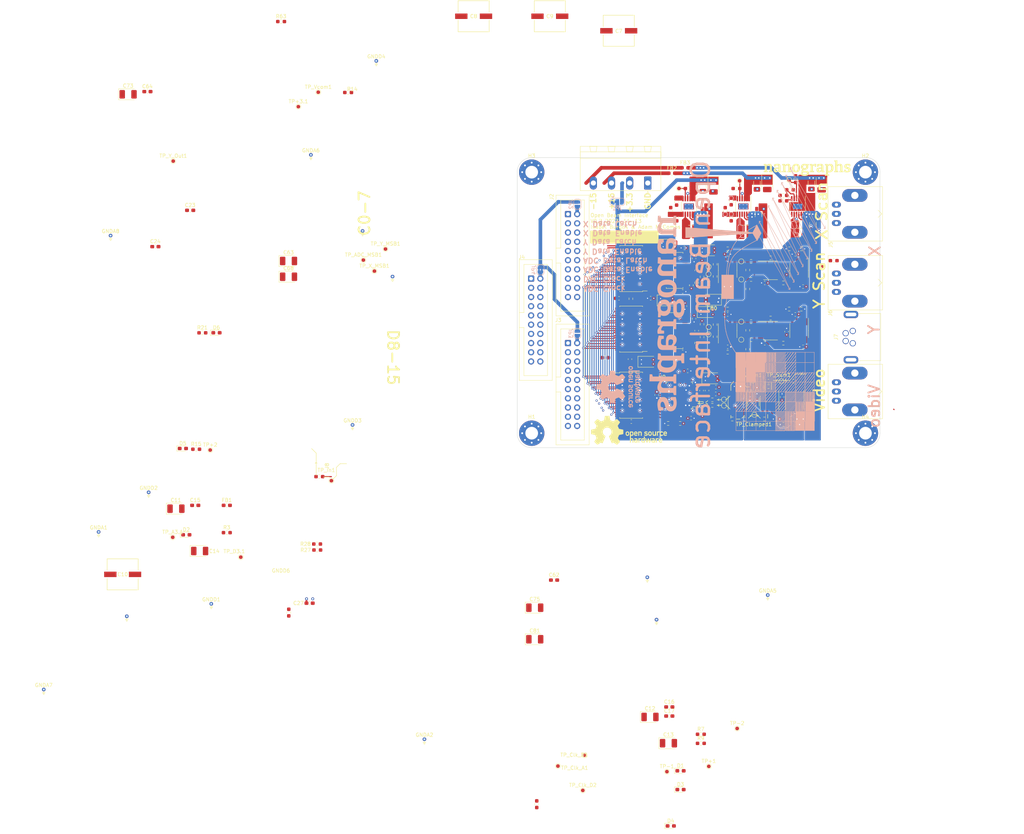
<source format=kicad_pcb>
(kicad_pcb (version 20221018) (generator pcbnew)
  (layers (0 "F.Cu" signal) (1 "In1.Cu" power) (2 "In2.Cu" power) (31 "B.Cu" signal) (34 "B.Paste" user) (35 "F.Paste" user) (36 "B.SilkS" user "B.Silkscreen") (37 "F.SilkS" user "F.Silkscreen") (38 "B.Mask" user) (39 "F.Mask" user) (44 "Edge.Cuts" user))
  (net 0 "")
  (net 1 "GNDA")
  (net 2 "Net-(U1-SET)")
  (net 3 "Net-(U2-SET)")
  (net 4 "GNDD")
  (net 5 "+3V0")
  (net 6 "+14V0")
  (net 7 "Net-(U3-SET)")
  (net 8 "-14V0")
  (net 9 "Net-(U7-REFIO)")
  (net 10 "Net-(U8-REFIO)")
  (net 11 "+3.3V")
  (net 12 "Net-(C49-Pad1)")
  (net 13 "Net-(C49-Pad2)")
  (net 14 "+3.3VA")
  (net 15 "+15V")
  (net 16 "-15V")
  (net 17 "Net-(U9-Ain+)")
  (net 18 "Net-(U9-Ain-)")
  (net 19 "/+15V Supply")
  (net 20 "/-15V Supply")
  (net 21 "Net-(U7-IOUTB)")
  (net 22 "Net-(D2-A)")
  (net 23 "Net-(D3-A)")
  (net 24 "Net-(D4-A)")
  (net 25 "Net-(D5-A)")
  (net 26 "Net-(U7-IOUTA)")
  (net 27 "/S.LATCH_X")
  (net 28 "/S.WRITE_X")
  (net 29 "/S.LATCH_Y")
  (net 30 "/S.WRITE_Y")
  (net 31 "/S.LATCH_A")
  (net 32 "/S.WRITE_A")
  (net 33 "/S.CLK_D")
  (net 34 "/S.CLK_A")
  (net 35 "Net-(U10-Vocm)")
  (net 36 "Net-(U8-IOUTB)")
  (net 37 "Net-(U8-IOUTA)")
  (net 38 "Net-(D1-A)")
  (net 39 "Net-(J5-In)")
  (net 40 "Net-(D6-K)")
  (net 41 "/D-1")
  (net 42 "/D-2")
  (net 43 "/D-3")
  (net 44 "/D-4")
  (net 45 "/D-5")
  (net 46 "/D-6")
  (net 47 "/D-7")
  (net 48 "/D-8")
  (net 49 "Net-(D7-COM)")
  (net 50 "/+3.3V Supply")
  (net 52 "Net-(J2-Pin_2)")
  (net 53 "/D-9")
  (net 54 "/D-10")
  (net 55 "/D-11")
  (net 56 "/D-12")
  (net 57 "/D-13")
  (net 58 "/D-14")
  (net 59 "/D-15")
  (net 63 "Net-(J3-Pin_2)")
  (net 67 "Net-(J4-Pin_2)")
  (net 68 "/3.0V OK")
  (net 69 "Net-(U13--)")
  (net 70 "Net-(U13-+)")
  (net 73 "Net-(J6-In)")
  (net 74 "Net-(J7-Pin_1)")
  (net 75 "Net-(U14-+)")
  (net 76 "Net-(U15--)")
  (net 77 "Net-(U14--)")
  (net 78 "Net-(U16--)")
  (net 79 "Net-(J7-Pin_2)")
  (net 80 "Net-(J7-Pin_3)")
  (net 81 "Net-(J7-Pin_4)")
  (net 82 "Net-(J8-In)")
  (net 83 "/+3.3V Glasgow")
  (net 84 "Net-(U1-ILIM)")
  (net 85 "Net-(U2-ILIM)")
  (net 86 "/Y-14")
  (net 87 "/Y-13")
  (net 88 "/Y-12")
  (net 89 "/Y-11")
  (net 90 "/Y-10")
  (net 91 "/Y-9")
  (net 92 "/Y-8")
  (net 93 "/Y-7")
  (net 94 "/Y-6")
  (net 95 "/Y-5")
  (net 96 "/Y-4")
  (net 97 "/Y-3")
  (net 98 "/Y-2")
  (net 99 "/Y-1")
  (net 100 "Net-(U2-PG)")
  (net 104 "Net-(U1-PGFB)")
  (net 105 "Net-(U2-PGFB)")
  (net 106 "Net-(U3-ILIM)")
  (net 107 "Net-(U3-PG)")
  (net 108 "/X-14")
  (net 109 "/X-13")
  (net 110 "/X-12")
  (net 111 "/X-11")
  (net 112 "/X-10")
  (net 113 "/X-9")
  (net 114 "/X-8")
  (net 115 "/X-7")
  (net 116 "/X-6")
  (net 117 "/X-5")
  (net 118 "/X-4")
  (net 119 "/X-3")
  (net 120 "/X-2")
  (net 121 "/X-1")
  (net 122 "Net-(U3-PGFB)")
  (net 123 "Net-(U9-MODE)")
  (net 124 "Net-(U9-CLK)")
  (net 125 "/A-1")
  (net 126 "/A-2")
  (net 127 "/A-3")
  (net 128 "/A-4")
  (net 129 "/A-5")
  (net 130 "/A-6")
  (net 131 "/A-7")
  (net 132 "/A-8")
  (net 133 "/A-9")
  (net 134 "/A-10")
  (net 135 "/A-11")
  (net 136 "/A-12")
  (net 137 "/A-13")
  (net 138 "/A-14")
  (net 139 "/A-15")
  (net 140 "Net-(U7-FS_ADJ)")
  (net 141 "Net-(U8-FS_ADJ)")
  (net 142 "Net-(R34-Pad2)")
  (net 143 "Net-(R35-Pad2)")
  (net 144 "GND")
  (net 145 "Net-(U11-+)")
  (net 146 "Net-(U11--)")
  (net 147 "Net-(U12-+)")
  (net 148 "Net-(U12--)")
  (net 149 "Net-(U11-Vout-)")
  (net 150 "Net-(U11-Vout+)")
  (net 151 "Net-(U10-+)")
  (net 152 "Net-(U10--)")
  (net 153 "Net-(U12-Vout-)")
  (net 154 "Net-(U12-Vout+)")
  (net 155 "Net-(R59-Pad2)")
  (net 156 "Net-(R60-Pad2)")
  (net 157 "Net-(C74-Pad1)")
  (net 158 "Net-(U16-+)")
  (net 182 "Net-(U17--)")
  (net 183 "Net-(U17-+)")
  (net 184 "Net-(U18-+)")
  (net 185 "Net-(U18--)")
  (footprint "Capacitor_SMD:C_0603_1608Metric_Pad1.08x0.95mm_HandSolder" (layer "F.Cu") (at 161.1375 124.8449)
    (fp_text reference "C44" hide)
    (fp_text value "0.1 uF")
  )
  (footprint "Capacitor_SMD:C_0603_1608Metric_Pad1.08x0.95mm_HandSolder" (layer "F.Cu") (at 11.272 34.78)
    (fp_text reference "C64")
    (fp_text value "0.1 uF")
  )
  (footprint "Resistor_SMD:R_0603_1608Metric_Pad0.98x0.95mm_HandSolder" (layer "F.Cu") (at 164.1608 98.9431 -90)
    (fp_text reference "R33" hide)
    (fp_text value "25")
  )
  (footprint "Resistor_SMD:R_0603_1608Metric_Pad0.98x0.95mm_HandSolder" (layer "F.Cu") (at 161.1353 74.54086)
    (fp_text reference "R1" hide)
    (fp_text value "30.1k")
  )
  (footprint "Scan Generator:GND Test Point WIth Dimensions" (layer "F.Cu") (at 1.1175 74.494)
    (fp_text reference "GNDA8")
    (fp_text value "TestPoint")
  )
  (footprint "Resistor_SMD:R_0603_1608Metric_Pad0.98x0.95mm_HandSolder" (layer "F.Cu") (at 175.8429 125.0909)
    (fp_text reference "R58" hide)
    (fp_text value "R")
  )
  (footprint "Capacitor_SMD:C_0603_1608Metric_Pad1.08x0.95mm_HandSolder" (layer "F.Cu") (at 179.2992 117.2688 90)
    (fp_text reference "C53" hide)
    (fp_text value "0.1 uF")
  )
  (footprint "LED_SMD:LED_0603_1608Metric_Pad1.05x0.95mm_HandSolder" (layer "F.Cu") (at 158.2236 222.1213)
    (fp_text reference "D1")
    (fp_text value "LED")
  )
  (footprint "Resistor_SMD:R_0603_1608Metric_Pad0.98x0.95mm_HandSolder" (layer "F.Cu") (at 58.0925 161.221)
    (fp_text reference "R27")
    (fp_text value "R")
  )
  (footprint "Scan Generator:C_1206_3216_Kelvin_Connections" (layer "F.Cu") (at 179.6973 68.62106 -90)
    (fp_text reference "C19" hide)
    (fp_text value "10u")
  )
  (footprint "Resistor_SMD:R_0603_1608Metric_Pad0.98x0.95mm_HandSolder" (layer "F.Cu") (at 176.7592 100.6214 -90)
    (fp_text reference "R51" hide)
    (fp_text value "R")
  )
  (footprint "Resistor_SMD:R_0603_1608Metric_Pad0.98x0.95mm_HandSolder" (layer "F.Cu") (at 162.67 87.4874 90)
    (fp_text reference "R30" hide)
    (fp_text value "2k")
  )
  (footprint "Resistor_SMD:R_0603_1608Metric_Pad0.98x0.95mm_HandSolder" (layer "F.Cu") (at 183.0584 97.2525)
    (fp_text reference "R60" hide)
    (fp_text value "R")
  )
  (footprint "TestPoint:TestPoint_Pad_D1.0mm" (layer "F.Cu") (at 170.199 119.7389)
    (fp_text reference "TP_A-1" hide)
    (fp_text value "TestPoint")
  )
  (footprint "Resistor_SMD:R_0603_1608Metric_Pad0.98x0.95mm_HandSolder" (layer "F.Cu") (at 171.222 94.7775)
    (fp_text reference "R41" hide)
    (fp_text value "R")
  )
  (footprint "Capacitor_SMD:C_0603_1608Metric_Pad1.08x0.95mm_HandSolder" (layer "F.Cu") (at 159.4626 93.9475 90)
    (fp_text reference "C36" hide)
    (fp_text value "0.1 uF")
  )
  (footprint "Capacitor_SMD:C_0603_1608Metric_Pad1.08x0.95mm_HandSolder" (layer "F.Cu") (at 184.684 125.0909)
    (fp_text reference "C66" hide)
    (fp_text value "0.1 uF")
  )
  (footprint "Scan Generator:MountingHole_3.5mm_Pad_Via_CrtYd" (layer "F.Cu") (at 117.2 129)
    (fp_text reference "H1")
    (fp_text value "MountingHole")
  )
  (footprint "Scan Generator:GND Test Point WIth Dimensions" (layer "F.Cu") (at -2.1802 156.2368)
    (fp_text reference "GNDA1")
    (fp_text value "TestPoint")
  )
  (footprint "Capacitor_SMD:C_0603_1608Metric_Pad1.08x0.95mm_HandSolder" (layer "F.Cu") (at 151.66 118.4524 -90)
    (fp_text reference "C31" hide)
    (fp_text value "0.1 uF")
  )
  (footprint "Scan Generator:GND Test Point WIth Dimensions" (layer "F.Cu") (at 28.8775 176.0671)
    (fp_text reference "GNDD1")
    (fp_text value "TestPoint")
  )
  (footprint "Capacitor_SMD:C_0603_1608Metric_Pad1.08x0.95mm_HandSolder" (layer "F.Cu") (at 164.24 123.4124 -90)
    (fp_text reference "C52" hide)
    (fp_text value "2.2 uF")
  )
  (footprint "Resistor_SMD:R_0603_1608Metric_Pad0.98x0.95mm_HandSolder" (layer "F.Cu") (at 166.9903 121.3244)
    (fp_text reference "R34" hide)
    (fp_text value "25")
  )
  (footprint "TestPoint:TestPoint_Pad_D1.0mm" (layer "F.Cu") (at 58.367 34.9519)
    (fp_text reference "TP_Vcom1")
    (fp_text value "TestPoint")
  )
  (footprint "Scan Generator:IDC-Header_2x10_P2.54mm_Vertical_No_Pin_1_Mark" (layer "F.Cu") (at 117.04 86.36)
    (fp_text reference "J4")
    (fp_text value "Conn_02x10_Counter_Clockwise_MountingPin")
  )
  (footprint "Capacitor_SMD:C_0603_1608Metric_Pad1.08x0.95mm_HandSolder" (layer "F.Cu") (at 191.195309 125.0909)
    (fp_text reference "C65" hide)
    (fp_text value "0.1 uF")
  )
  (footprint "Resistor_SMD:R_0603_1608Metric_Pad0.98x0.95mm_HandSolder" (layer "F.Cu") (at 58.0455 159.57 180)
    (fp_text reference "R28")
    (fp_text value "R")
  )
  (footprint "Resistor_SMD:R_0603_1608Metric_Pad0.98x0.95mm_HandSolder" (layer "F.Cu") (at 157.1456 65.16826 -90)
    (fp_text reference "R4" hide)
    (fp_text value "249")
  )
  (footprint "Capacitor_SMD:C_0603_1608Metric_Pad1.08x0.95mm_HandSolder" (layer "F.Cu") (at 164.04 117.2374 90)
    (fp_text reference "C49" hide)
    (fp_text value "0.1 uF")
  )
  (footprint "Scan Generator:MountingHole_3.5mm_Pad_Via_CrtYd" (layer "F.Cu") (at 209.2 57)
    (fp_text reference "H2")
    (fp_text value "MountingHole")
  )
  (footprint "Capacitor_SMD:C_0603_1608Metric_Pad1.08x0.95mm_HandSolder" (layer "F.Cu") (at 167.94 118.1749)
    (fp_text reference "C58" hide)
    (fp_text value "1 uF")
  )
  (footprint "Capacitor_SMD:C_0603_1608Metric_Pad1.08x0.95mm_HandSolder" (layer "F.Cu") (at 144.6625 125.8 180)
    (fp_text reference "C29" hide)
    (fp_text value "0.1 uF")
  )
  (footprint "Capacitor_Tantalum_SMD:CP_EIA-3528-12_Kemet-T_Pad1.50x2.35mm_HandSolder" (layer "F.Cu") (at 25.675 161.5)
    (fp_text reference "C14")
    (fp_text value "10-22uF")
  )
  (footprint "Package_SO:MSOP-12-1EP_3x4mm_P0.65mm_EP1.65x2.85mm_ThermalVias" (layer "F.Cu") (at 175.525 66.45666 -90)
    (fp_text reference "U2" hide)
    (fp_text value "LT3045")
  )
  (footprint "Resistor_SMD:R_0603_1608Metric_Pad0.98x0.95mm_HandSolder" (layer "F.Cu") (at 191.5477 78.1517)
    (fp_text reference "R73" hide)
    (fp_text value "R")
  )
  (footprint "Resistor_SMD:R_0603_1608Metric_Pad0.98x0.95mm_HandSolder" (layer "F.Cu") (at 191.5401 94.7633)
    (fp_text reference "R71" hide)
    (fp_text value "R")
  )
  (footprint "Package_SO:SOIC-8_3.9x4.9mm_P1.27mm" (layer "F.Cu") (at 173.9055 120.6244 -90)
    (fp_text reference "U10" hide)
    (fp_text value "AD8137YRZ")
  )
  (footprint "TestPoint:TestPoint_Pad_D1.0mm" (layer "F.Cu") (at 173.8376 210.4463)
    (fp_text reference "TP-2")
    (fp_text value "TestPoint")
  )
  (footprint "Capacitor_Tantalum_SMD:CP_EIA-3528-12_Kemet-T_Pad1.50x2.35mm_HandSolder" (layer "F.Cu") (at 167.3 60.825 -90)
    (fp_text reference "C1" hide)
    (fp_text value "10-22uF")
  )
  (footprint "Scan Generator:GND Test Point WIth Dimensions" (layer "F.Cu") (at 87.6305 213.4151)
    (fp_text reference "GNDA2")
    (fp_text value "TestPoint")
  )
  (footprint "Resistor_SMD:R_0603_1608Metric_Pad0.98x0.95mm_HandSolder" (layer "F.Cu") (at 188.2419 78.1517)
    (fp_text reference "R70" hide)
    (fp_text value "R")
  )
  (footprint "TestPoint:TestPoint_Pad_D1.0mm" (layer "F.Cu") (at 37.01 163.19)
    (fp_text reference "TP_D3.1")
    (fp_text value "TestPoint")
  )
  (footprint "TestPoint:TestPoint_Pad_D1.0mm" (layer "F.Cu") (at 165.9896 99.7051)
    (fp_text reference "TP_IA_Y1" hide)
    (fp_text value "TestPoint")
  )
  (footprint "Capacitor_SMD:C_0603_1608Metric_Pad1.08x0.95mm_HandSolder" (layer "F.Cu") (at 189.8667 96.2507)
    (fp_text reference "C82" hide)
    (fp_text value "0.1 uF")
  )
  (footprint "TestPoint:TestPoint_Pad_D1.0mm" (layer "F.Cu") (at 165.9388 101.7371)
    (fp_text reference "TP_IB_Y1" hide)
    (fp_text value "TestPoint")
  )
  (footprint "Capacitor_SMD:C_1206_3216Metric_Pad1.33x1.80mm_HandSolder" (layer "F.Cu") (at 194.3002 60.10236 -90)
    (fp_text reference "C21" hide)
    (fp_text value "4.7u")
  )
  (footprint "Resistor_SMD:R_0603_1608Metric_Pad0.98x0.95mm_HandSolder" (layer "F.Cu") (at 177.6717 86.5845)
    (fp_text reference "R53" hide)
    (fp_text value "R")
  )
  (footprint "TestPoint:TestPoint_Pad_D1.0mm" (layer "F.Cu") (at 174.9812 81.6061)
    (fp_text reference "TP_X_A1" hide)
    (fp_text value "TestPoint")
  )
  (footprint "Scan Generator:GND Test Point WIth Dimensions" (layer "F.Cu") (at 67.8149 126.7184)
    (fp_text reference "GNDD3")
    (fp_text value "TestPoint")
  )
  (footprint "Package_SO:TSSOP-48_6.1x12.5mm_P0.5mm" (layer "F.Cu") (at 144.6148 83.609 180)
    (fp_text reference "U4" hide)
    (fp_text value "74ALVCH16373DGG:11")
  )
  (footprint "Package_SO:TSSOP-48_6.1x12.5mm_P0.5mm" (layer "F.Cu") (at 144.6107 118.5208)
    (fp_text reference "U6" hide)
    (fp_text value "74ALVCH16373DGG:11")
  )
  (footprint "Resistor_SMD:R_0603_1608Metric_Pad0.98x0.95mm_HandSolder" (layer "F.Cu") (at 118.591 231.3345 90)
    (fp_text reference "R22" hide)
    (fp_text value "R")
  )
  (footprint "Resistor_SMD:R_0603_1608Metric_Pad0.98x0.95mm_HandSolder" (layer "F.Cu") (at 164.1608 102.4991 90)
    (fp_text reference "R31" hide)
    (fp_text value "25")
  )
  (footprint "Capacitor_SMD:C_0603_1608Metric_Pad1.08x0.95mm_HandSolder" (layer "F.Cu") (at 160.1975 111.8149)
    (fp_text reference "C45" hide)
    (fp_text value "0.1 uF" hide)
  )
  (footprint "Resistor_SMD:R_0603_1608Metric_Pad0.98x0.95mm_HandSolder" (layer "F.Cu") (at 172.1988 69.51016 90)
    (fp_text reference "R12" hide)
    (fp_text value "412k")
  )
  (footprint "Inductor_SMD:L_0603_1608Metric_Pad1.05x0.95mm_HandSolder" (layer "F.Cu") (at 159.475 55.8)
    (fp_text reference "FB3")
    (fp_text value "FerriteBead")
  )
  (footprint "Resistor_SMD:R_0603_1608Metric_Pad0.98x0.95mm_HandSolder" (layer "F.Cu") (at 186.5655 87.5497 180)
    (fp_text reference "R56" hide)
    (fp_text value "R")
  )
  (footprint "Scan Generator:BNC_Amphenol_B6252HB-NPP3G-50_Horizontal_Flipable" (layer "F.Cu") (at 201.2 117.5 -90)
    (fp_text reference "J8")
    (fp_text value "Coaxial Con Amphenol 031-5538-10RFX")
  )
  (footprint "Resistor_SMD:R_0603_1608Metric_Pad0.98x0.95mm_HandSolder" (layer "F.Cu") (at 164.1608 82.3173 -90)
    (fp_text reference "R36" hide)
    (fp_text value "25")
  )
  (footprint "Resistor_SMD:R_0603_1608Metric_Pad0.98x0.95mm_HandSolder" (layer "F.Cu") (at 176.2355 74.51206)
    (fp_text reference "R2" hide)
    (fp_text value "140k")
  )
  (footprint "Capacitor_SMD:C_0603_1608Metric_Pad1.08x0.95mm_HandSolder" (layer "F.Cu") (at 161.96 97.4357 90)
    (fp_text reference "C38" hide)
    (fp_text value "0.1 uF")
  )
  (footprint "Resistor_SMD:R_0603_1608Metric_Pad0.98x0.95mm_HandSolder" (layer "F.Cu") (at 33.153 156.4319)
    (fp_text reference "R3")
    (fp_text value "R")
  )
  (footprint "Capacitor_SMD:C_0603_1608Metric_Pad1.08x0.95mm_HandSolder" (layer "F.Cu") (at 161.21 88.2074 -90)
    (fp_text reference "C48" hide)
    (fp_text value "0.1 uF")
  )
  (footprint "Capacitor_Tantalum_SMD:CP_EIA-3528-12_Kemet-T_Pad1.50x2.35mm_HandSolder" (layer "F.Cu") (at 166.7516 113.8641)
    (fp_text reference "C43" hide)
    (fp_text value "10-22uF")
  )
  (footprint "Scan Generator:GND Test Point WIth Dimensions" (layer "F.Cu") (at 78.8415 85.797)
    (fp_text reference "GNDD5" hide)
    (fp_text value "TestPoint")
  )
  (footprint "TestPoint:TestPoint_Pad_D1.0mm" (layer "F.Cu") (at 154.4786 222.3513)
    (fp_text reference "TP-1")
    (fp_text value "TestPoint")
  )
  (footprint "TestPoint:TestPoint_Pad_D1.0mm" (layer "F.Cu") (at 61.9894 142.1047)
    (fp_text reference "TP_In1")
    (fp_text value "TestPoint")
  )
  (footprint "Capacitor_Tantalum_SMD:CP_EIA-3528-12_Kemet-T_Pad1.50x2.35mm_HandSolder" (layer "F.Cu") (at 182.135 60.16046 -90)
    (fp_text reference "C2" hide)
    (fp_text value "10-22 uF")
  )
  (footprint "Capacitor_SMD:C_1206_3216Metric_Pad1.33x1.80mm_HandSolder" (layer "F.Cu") (at 179.2854 60.17416 -90)
    (fp_text reference "C4" hide)
    (fp_text value "4.7u")
  )
  (footprint "Symbol:OSHW-Logo_11.4x12mm_SilkScreen" (layer "F.Cu") (at 138 130.2)
    (fp_text reference "REF**" hide)
    (fp_text value "OSHW-Logo_11.4x12mm_SilkScreen" hide)
  )
  (footprint "TestPoint:TestPoint_Pad_D1.0mm" (layer "F.Cu") (at 174.9812 98.2319)
    (fp_text reference "TP_Y_A1" hide)
    (fp_text value "TestPoint")
  )
  (footprint "Scan Generator:GND Test Point WIth Dimensions" (layer "F.Cu") (at 70.5865 73.224)
    (fp_text reference "GNDD7" hide)
    (fp_text value "TestPoint")
  )
  (footprint "Capacitor_SMD:C_0603_1608Metric_Pad1.08x0.95mm_HandSolder" (layer "F.Cu") (at 155.1286 204.5113)
    (fp_text reference "C16")
    (fp_text value "0.1 uF")
  )
  (footprint "TestPoint:TestPoint_Pad_D1.0mm" (layer "F.Cu") (at 18.2513 157.7122)
    (fp_text reference "TP_A3.1")
    (fp_text value "TestPoint")
  )
  (footprint "Capacitor_Tantalum_SMD:CP_EIA-3528-12_Kemet-T_Pad1.50x2.35mm_HandSolder" (layer "F.Cu") (at 50.175 85.85)
    (fp_text reference "C68")
    (fp_text value "10-22uF")
  )
  (footprint "Package_SO:SOIC-8_3.9x4.9mm_P1.27mm" (layer "F.Cu") (at 182.7771 120.6119 -90)
    (fp_text reference "U15" hide)
    (fp_text value "LT1363")
  )
  (footprint "Resistor_SMD:R_0603_1608Metric_Pad0.98x0.95mm_HandSolder" (layer "F.Cu") (at 200.4489 81.4056)
    (fp_text reference "R62" hide)
    (fp_text value "R")
  )
  (footprint "Capacitor_SMD:C_0603_1608Metric_Pad1.08x0.95mm_HandSolder" (layer "F.Cu") (at 181.4317 104.1755)
    (fp_text reference "C71" hide)
    (fp_text value "0.1 uF")
  )
  (footprint "TestPoint:TestPoint_Pad_D1.0mm" (layer "F.Cu") (at 18.3875 53.952)
    (fp_text reference "TP_Y_Out1")
    (fp_text value "TestPoint")
  )
  (footprint "Inductor_SMD:L_0603_1608Metric_Pad1.05x0.95mm_HandSolder" (layer "F.Cu") (at 155.825 57.3)
    (fp_text reference "FB2")
    (fp_text value "FerriteBead")
  )
  (footprint "Capacitor_SMD:C_0603_1608Metric_Pad1.08x0.95mm_HandSolder" (layer "F.Cu") (at 182.4996 114.6769)
    (fp_text reference "C74" hide)
    (fp_text value "C")
  )
  (footprint "Resistor_SMD:R_0603_1608Metric_Pad0.98x0.95mm_HandSolder" (layer "F.Cu") (at 177.6717 103.2103)
    (fp_text reference "R55" hide)
    (fp_text value "R")
  )
  (footprint "Resistor_SMD:R_0603_1608Metric_Pad0.98x0.95mm_HandSolder" (layer "F.Cu") (at 167.7676 82.4208 90)
    (fp_text reference "R39" hide)
    (fp_text value "R")
  )
  (footprint "Resistor_SMD:R_0603_1608Metric_Pad0.98x0.95mm_HandSolder" (layer "F.Cu") (at 186.5655 104.1755 180)
    (fp_text reference "R57" hide)
    (fp_text value "R")
  )
  (footprint "Resistor_SMD:R_0603_1608Metric_Pad0.98x0.95mm_HandSolder" (layer "F.Cu") (at 176.7592 105.85 -90)
    (fp_text reference "R48" hide)
    (fp_text value "R")
  )
  (footprint "Resistor_SMD:R_0603_1608Metric_Pad0.98x0.95mm_HandSolder" (layer "F.Cu") (at 164.1608 85.8733 90)
    (fp_text reference "R32" hide)
    (fp_text value "25")
  )
  (footprint "Package_SO:SOIC-8_3.9x4.9mm_P1.27mm" (layer "F.Cu") (at 190.9324 100.7211 -90)
    (fp_text reference "U17" hide)
    (fp_text value "LT1363")
  )
  (footprint "Scan Generator:CAP_PC_8X7_NCH" (layer "F.Cu") (at 4.4519 167.9389)
    (fp_text reference "C10")
    (fp_text value "100 uF")
  )
  (footprint "Resistor_SMD:R_0603_1608Metric_Pad0.98x0.95mm_HandSolder" (layer "F.Cu") (at 176.7592 83.9956 90)
    (fp_text reference "R50" hide)
    (fp_text value "R")
  )
  (footprint "TestPoint:TestPoint_Pad_D1.0mm" (layer "F.Cu") (at 124.433 220.817)
    (fp_text reference "TP_Clk_A1")
    (fp_text value "TestPoint")
  )
  (footprint "Package_SO:TSSOP-48_6.1x12.5mm_P0.5mm" (layer "F.Cu") (at 144.6075 100.2849 180)
    (fp_text reference "U5" hide)
    (fp_text value "74ALVCH16373DGG:11")
  )
  (footprint "Resistor_SMD:R_0603_1608Metric_Pad0.98x0.95mm_HandSolder" (layer "F.Cu") (at 26.4178 101.3164)
    (fp_text reference "R21")
    (fp_text value "R")
  )
  (footprint "LED_SMD:LED_0603_1608Metric_Pad1.05x0.95mm_HandSolder" (layer "F.Cu") (at 21.0463 133.2188)
    (fp_text reference "D5")
    (fp_text value "LED")
  )
  (footprint "Capacitor_Tantalum_SMD:CP_EIA-3528-12_Kemet-T_Pad1.50x2.35mm_HandSolder" (layer "F.Cu") (at 50.175 81.5)
    (fp_text reference "C63")
    (fp_text value "10-22uF")
  )
  (footprint "Capacitor_Tantalum_SMD:CP_EIA-3528-12_Kemet-T_Pad1.50x2.35mm_HandSolder" (layer "F.Cu") (at 154.9 214.5)
    (fp_text reference "C13")
    (fp_text value "10-22uF")
  )
  (footprint "Resistor_SMD:R_0603_1608Metric_Pad0.98x0.95mm_HandSolder" (layer "F.Cu") (at 191.1252 74.28786)
    (fp_text reference "R16" hide)
    (fp_text value "140k")
  )
  (footprint "Capacitor_SMD:C_0603_1608Metric_Pad1.08x0.95mm_HandSolder" (layer "F.Cu") (at 191.9992 88.5657)
    (fp_text reference "C57" hide)
    (fp_text value "0.1 uF")
  )
  (footprint "Resistor_SMD:R_0603_1608Metric_Pad0.98x0.95mm_HandSolder" (layer "F.Cu") (at 186.5767 64.91526 180)
    (fp_text reference "R17" hide)
    (fp_text value "300")
  )
  (footprint "Capacitor_SMD:C_0603_1608Metric_Pad1.08x0.95mm_HandSolder" (layer "F.Cu") (at 23.055 67.53)
    (fp_text reference "C23")
    (fp_text value "0.1 uF")
  )
  (footprint "TestPoint:TestPoint_Pad_D1.0mm" (layer "F.Cu") (at 28.5787 133.6506)
    (fp_text reference "TP+2")
    (fp_text value "TestPoint")
  )
  (footprint "Scan Generator:CAP_PC_8X7_NCH" (layer "F.Cu") (at 101.2 14)
    (fp_text reference "C8")
    (fp_text value "100 uF")
  )
  (footprint "Scan Generator:GND Test Point WIth Dimensions" (layer "F.Cu") (at 74.369 26.3159)
    (fp_text reference "GNDD4")
    (fp_text value "TestPoint")
  )
  (footprint "Resistor_SMD:R_0603_1608Metric_Pad0.98x0.95mm_HandSolder" (layer "F.Cu") (at 167.7676 102.3956 -90)
    (fp_text reference "R38" hide)
    (fp_text value "R")
  )
  (footprint "Capacitor_SMD:C_1206_3216Metric_Pad1.33x1.80mm_HandSolder" (layer "F.Cu") (at 190.9982 71.59546)
    (fp_text reference "C22" hide)
    (fp_text value "4.7u")
  )
  (footprint "Scan Generator:nanographs small" (layer "F.Cu") (at 193.3 56)
    (fp_text reference "REF**" hide)
    (fp_text value "nanographs small" hide)
  )
  (footprint "Capacitor_SMD:C_0603_1608Metric_Pad1.08x0.95mm_HandSolder" (layer "F.Cu") (at 189.8667 79.6249)
    (fp_text reference "C56" hide)
    (fp_text value "0.1 uF")
  )
  (footprint "Resistor_SMD:R_0603_1608Metric_Pad0.98x0.95mm_HandSolder" (layer "F.Cu") (at 186.624409 126.5895)
    (fp_text reference "R65" hide)
    (fp_text value "R")
  )
  (footprint "Capacitor_SMD:C_0603_1608Metric_Pad1.08x0.95mm_HandSolder" (layer "F.Cu") (at 158.8279 106.5631 180)
    (fp_text reference "C40" hide)
    (fp_text value "0.1 uF")
  )
  (footprint "Resistor_SMD:R_0603_1608Metric_Pad0.98x0.95mm_HandSolder" (layer "F.Cu") (at 173.6495 61.50726)
    (fp_text reference "R8" hide)
    (fp_text value "10k")
  )
  (footprint "Scan Generator:Scan Picture (art)" (layer "F.Cu") (at 183.2 87.5 90)
    (fp_text reference "REF**" hide)
    (fp_text value "Scan Picture (art)" hide)
  )
  (footprint "TestPoint:TestPoint_Pad_D1.0mm" (layer "F.Cu") (at 131.799 217.8198)
    (fp_text reference "TP_Clk_D1")
    (fp_text value "TestPoint")
  )
  (footprint "Capacitor_SMD:C_1206_3216Metric_Pad1.33x1.80mm_HandSolder" (layer "F.Cu") (at 164.3846 60.7137 -90)
    (fp_text reference "C3" hide)
    (fp_text value "4.7u")
  )
  (footprint "Resistor_SMD:R_0603_1608Metric_Pad0.98x0.95mm_HandSolder" (layer "F.Cu") (at 24.716 133.422)
    (fp_text reference "R15")
    (fp_text value "R")
  )
  (footprint "Resistor_SMD:R_0603_1608Metric_Pad0.98x0.95mm_HandSolder" (layer "F.Cu") (at 144.552 91.9204 90)
    (fp_text reference "R24" hide)
    (fp_text value "R")
  )
  (footprint "Resistor_SMD:R_0603_1608Metric_Pad0.98x0.95mm_HandSolder" (layer "F.Cu") (at 167.7676 99.0466 90)
    (fp_text reference "R37" hide)
    (fp_text value "R")
  )
  (footprint "Scan Generator:C_1206_3216_Kelvin_Connections" (layer "F.Cu") (at 194.7121 71.54646 90)
    (fp_text reference "C25" hide)
    (fp_text value "10u")
  )
  (footprint "Resistor_SMD:R_0603_1608Metric_Pad0.98x0.95mm_HandSolder" (layer "F.Cu") (at 177.3688 117.2696 -90)
    (fp_text reference "R49" hide)
    (fp_text value "R")
  )
  (footprint "Capacitor_SMD:C_0603_1608Metric_Pad1.08x0.95mm_HandSolder" (layer "F.Cu") (at 13.463 77.542)
    (fp_text reference "C24")
    (fp_text value "0.1 uF")
  )
  (footprint "Package_SO:SOIC-8_3.9x4.9mm_P1.27mm" (layer "F.Cu") (at 183.0442 84.0953)
    (fp_text reference "U13" hide)
    (fp_text value "LT1363")
  )
  (footprint "Capacitor_SMD:C_0603_1608Metric_Pad1.08x0.95mm_HandSolder" (layer "F.Cu") (at 186.2264 119.0205 -90)
    (fp_text reference "C61" hide)
    (fp_text value "0.1 uF")
  )
  (footprint "Resistor_SMD:R_0603_1608Metric_Pad0.98x0.95mm_HandSolder" (layer "F.Cu") (at 58.6639 140.9796)
    (fp_text reference "R67" hide)
    (fp_text value "R")
  )
  (footprint "Capacitor_SMD:C_0603_1608Metric_Pad1.08x0.95mm_HandSolder" (layer "F.Cu") (at 159.3 77.9)
    (fp_text reference "C37" hide)
    (fp_text value "0.1 uF")
  )
  (footprint "Capacitor_SMD:C_0603_1608Metric_Pad1.08x0.95mm_HandSolder" (layer "F.Cu") (at 187.478 84.3482 -90)
    (fp_text reference "C72" hide)
    (fp_text value "0.1 uF")
  )
  (footprint "Capacitor_Tantalum_SMD:CP_EIA-3528-12_Kemet-T_Pad1.50x2.35mm_HandSolder" (layer "F.Cu") (at 165.475 95.6)
    (fp_text reference "C42" hide)
    (fp_text value "10-22uF")
  )
  (footprint "Resistor_SMD:R_0603_1608Metric_Pad0.98x0.95mm_HandSolder" (layer "F.Cu") (at 48.1255 15.46)
    (fp_text reference "R63")
    (fp_text value "R")
  )
  (footprint "Capacitor_SMD:C_0603_1608Metric_Pad1.08x0.95mm_HandSolder" (layer "F.Cu") (at 165.54 117.2374 90)
    (fp_text reference "C54" hide)
    (fp_text value "2.2 uF")
  )
  (footprint "Scan Generator:GND Test Point WIth Dimensions" (layer "F.Cu") (at 56.335 52.2239)
    (fp_text reference "GNDA6")
    (fp_text value "TestPoint")
  )
  (footprint "Resistor_SMD:R_0603_1608Metric_Pad0.98x0.95mm_HandSolder" (layer "F.Cu") (at 171.222 78.1517)
    (fp_text reference "R45" hide)
    (fp_text value "R")
  )
  (footprint "Resistor_SMD:R_0603_1608Metric_Pad0.98x0.95mm_HandSolder" (layer "F.Cu") (at 177.6717 98.2319)
    (fp_text reference "R54" hide)
    (fp_text value "R")
  )
  (footprint "Capacitor_SMD:C_0603_1608Metric_Pad1.08x0.95mm_HandSolder" (layer "F.Cu") (at 167.9775 116.2749)
    (fp_text reference "C59" hide)
    (fp_text value "1 uF")
  )
  (footprint "Resistor_SMD:R_0603_1608Metric_Pad0.98x0.95mm_HandSolder" (layer "F.Cu") (at 190.133409 126.5895)
    (fp_text reference "R68" hide)
    (fp_text value "R")
  )
  (footprint "Capacitor_Tantalum_SMD:CP_EIA-3528-12_Kemet-T_Pad1.50x2.35mm_HandSolder" (layer "F.Cu") (at 154.4078 92.3757)
    (fp_text reference "C32" hide)
    (fp_text value "10-22uF")
  )
  (footprint "Scan Generator:GND Test Point WIth Dimensions" (layer "F.Cu") (at 149.071 168.747)
    (fp_text reference "GNDA4" hide)
    (fp_text value "TestPoint")
  )
  (footprint "Resistor_SMD:R_0603_1608Metric_Pad0.98x0.95mm_HandSolder" (layer "F.Cu") (at 170.5478 67.70676 90)
    (fp_text reference "R13" hide)
    (fp_text value "10k")
  )
  (footprint "Capacitor_Tantalum_SMD:CP_EIA-3528-12_Kemet-T_Pad1.50x2.35mm_HandSolder" (layer "F.Cu") (at 149.125 109.3)
    (fp_text reference "C30" hide)
    (fp_text value "10-22uF")
  )
  (footprint "Scan Generator:GND Test Point WIth Dimensions" (layer "F.Cu") (at -17.3035 199.7019)
    (fp_text reference "GNDA7")
    (fp_text value "TestPoint")
  )
  (footprint "Capacitor_SMD:C_0603_1608Metric_Pad1.08x0.95mm_HandSolder" (layer "F.Cu") (at 191.9992 105.1915)
    (fp_text reference "C60" hide)
    (fp_text value "0.1 uF")
  )
  (footprint "TestPoint:TestPoint_Pad_D1.0mm" (layer "F.Cu") (at 166.0236 220.8963)
    (fp_text reference "TP+1")
    (fp_text value "TestPoint")
  )
  (footprint "Scan Generator:GND Test Point WIth Dimensions" (layer "F.Cu") (at 182.2688 173.6492)
    (fp_text reference "GNDA5")
    (fp_text value "TestPoint")
  )
  (footprint "Package_SO:SOIC-8_3.9x4.9mm_P1.27mm" (layer "F.Cu") (at 183.0442 100.7211)
    (fp_text reference "U14" hide)
    (fp_text value "LT1363")
  )
  (footprint "Resistor_SMD:R_0603_1608Metric_Pad0.98x0.95mm_HandSolder" (layer "F.Cu") (at 181.3331 125.0909)
    (fp_text reference "R61" hide)
    (fp_text value "R")
  )
  (footprint "TestPoint:TestPoint_Pad_D1.0mm" (layer "F.Cu") (at 70.8 81.25)
    (fp_text reference "TP_ADC_MSB1")
    (fp_text value "TestPoint")
  )
  (footprint "TestPoint:TestPoint_Pad_D1.0mm" (layer "F.Cu") (at 174.9812 103.2103)
    (fp_text reference "TP_Y_B1" hide)
    (fp_text value "TestPoint")
  )
  (footprint "Capacitor_SMD:C_0603_1608Metric_Pad1.08x0.95mm_HandSolder" (layer "F.Cu") (at 171.222 79.6249 180)
    (fp_text reference "C77" hide)
    (fp_text value "0.1 uF")
  )
  (footprint "Package_SO:SOIC-8_3.9x4.9mm_P1.27mm" (layer "F.Cu") (at 189.697809 120.6119 -90)
    (fp_text reference "U16" hide)
    (fp_text value "LT1363")
  )
  (footprint "Scan Generator:IDC-Header_2x10_P2.54mm_Vertical_No_Pin_1_Mark" (layer "F.Cu") (at 127.2 104.14)
    (fp_text reference "J3")
    (fp_text value "Conn_02x10_Counter_Clockwise_MountingPin")
  )
  (footprint "Resistor_SMD:R_0603_1608Metric_Pad0.98x0.95mm_HandSolder" (layer "F.Cu") (at 166.9922 119.8004)
    (fp_text reference "R35" hide)
    (fp_text value "25")
  )
  (footprint "TestPoint:TestPoint_Pad_D1.0mm" (layer "F.Cu") (at 76.9 78.2)
    (fp_text reference "TP_Y_MSB1")
    (fp_text value "TestPoint")
  )
  (footprint "Capacitor_SMD:C_0603_1608Metric_Pad1.08x0.95mm_HandSolder" (layer "F.Cu") (at 173.9085 116.1019)
    (fp_text reference "C67" hide)
    (fp_text value "0.1 uF")
  )
  (footprint "TestPoint:TestPoint_Pad_D1.0mm" (layer "F.Cu") (at 174.9812 86.5845)
    (fp_text reference "TP_X_B1" hide)
    (fp_text value "TestPoint")
  )
  (footprint "Resistor_SMD:R_0603_1608Metric_Pad0.98x0.95mm_HandSolder" (layer "F.Cu") (at 66.5985 35.0281)
    (fp_text reference "R14")
    (fp_text value "R")
  )
  (footprint "Capacitor_Tantalum_SMD:CP_EIA-3528-12_Kemet-T_Pad1.50x2.35mm_HandSolder" (layer "F.Cu") (at 149.8086 207.2713)
    (fp_text reference "C12")
    (fp_text value "10-22uF")
  )
  (footprint "Capacitor_SMD:C_0603_1608Metric_Pad1.08x0.95mm_HandSolder" (layer "F.Cu") (at 158.8279 89.9373 180)
    (fp_text reference "C41" hide)
    (fp_text value "0.1 uF")
  )
  (footprint "LED_SMD:LED_0603_1608Metric_Pad1.05x0.95mm_HandSolder" (layer "F.Cu") (at 21.9963 157.0222)
    (fp_text reference "D2")
    (fp_text value "LED")
  )
  (footprint "TestPoint:TestPoint_Pad_D1.0mm" (layer "F.Cu") (at 52.8806 38.9397)
    (fp_text reference "TP+3.1")
    (fp_text value "TestPoint")
  )
  (footprint "Package_SO:SOIC-8_3.9x4.9mm_P1.27mm" (layer "F.Cu") (at 190.9324 84.0953 -90)
    (fp_text reference "U18" hide)
    (fp_text value "LT1363")
  )
  (footprint "Capacitor_SMD:C_0402_1005Metric_Pad0.74x0.62mm_HandSolder" (layer "F.Cu") (at 164.865 120.5387 90)
    (fp_text reference "C50" hide)
    (fp_text value "12 pF")
  )
  (footprint "Capacitor_SMD:C_0603_1608Metric_Pad1.08x0.95mm_HandSolder" (layer "F.Cu") (at 171.222 96.2507 180)
    (fp_text reference "C69" hide)
    (fp_text value "0.1 uF")
  )
  (footprint "Capacitor_SMD:C_0603_1608Metric_Pad1.08x0.95mm_HandSolder" (layer "F.Cu") (at 162.6876 100.7211 90)
    (fp_text reference "C51" hide)
    (fp_text value "C-Opt")
  )
  (footprint "TestPoint:TestPoint_Pad_D1.0mm" (layer "F.Cu") (at 186.0232 114.6517)
    (fp_text reference "TP_Sum1")
    (fp_text value "TestPoint")
  )
  (footprint "TestPoint:TestPoint_Pad_D1.0mm" (layer "F.Cu") (at 174.5102 59.37366 -90)
    (fp_text reference "TP_OK14.1" hide)
    (fp_text value "TestPoint")
  )
  (footprint "Scan Generator:MountingHole_3.5mm_Pad_Via_CrtYd" (layer "F.Cu") (at 209.2 129)
    (fp_text reference "H4")
    (fp_text value "MountingHole")
  )
  (footprint "Resistor_SMD:R_0603_1608Metric_Pad0.98x0.95mm_HandSolder" (layer "F.Cu") (at 160.4749 61.51066 180)
    (fp_text reference "R6" hide)
    (fp_text value "10k")
  )
  (footprint "LED_SMD:LED_0603_1608Metric_Pad1.05x0.95mm_HandSolder" (layer "F.Cu") (at 155.534 237.327)
    (fp_text reference "D4")
    (fp_text value "LED")
  )
  (footprint "TestPoint:TestPoint_Pad_D1.0mm" (layer "F.Cu") (at 197.5044 82.9296 180)
    (fp_text reference locked "TP_X_Out1" hide)
    (fp_text value "TestPoint")
  )
  (footprint "Scan Generator:GND Test Point WIth Dimensions" (layer "F.Cu") (at 151.611 180.431)
    (fp_text reference "GNDA3" hide)
    (fp_text value "TestPoint")
  )
  (footprint "Inductor_SMD:L_0603_1608Metric_Pad1.05x0.95mm_HandSolder" (layer "F.Cu") (at 33.153 148.9019)
    (fp_text reference "FB1")
    (fp_text value "FerriteBead")
  )
  (footprint "Resistor_SMD:R_0603_1608Metric_Pad0.98x0.95mm_HandSolder" (layer "F.Cu") (at 188.4055 61.86726 180)
    (fp_text reference "R19" hide)
    (fp_text value "412k")
  )
  (footprint "Scan Generator:GND Test Point WIth Dimensions" (layer "F.Cu") (at 5.5857 179.4961)
    (fp_text reference "GNDD6")
    (fp_text value "TestPoint")
  )
  (footprint "TestPoint:TestPoint_Pad_D1.0mm" (layer "F.Cu") (at 170.199 121.3899)
    (fp_text reference "TP_A+1" hide)
    (fp_text value "TestPoint")
  )
  (footprint "Resistor_SMD:R_0603_1608Metric_Pad0.98x0.95mm_HandSolder" (layer "F.Cu") (at 155.52 67.68476 90)
    (fp_text reference "R11" hide)
    (fp_text value "49.9")
  )
  (footprint "Capacitor_SMD:C_0603_1608Metric_Pad1.08x0.95mm_HandSolder" (layer "F.Cu") (at 171.222 88.5657 180)
    (fp_text reference "C70" hide)
    (fp_text value "0.1 uF")
  )
  (footprint "Resistor_SMD:R_0603_1608Metric_Pad0.98x0.95mm_HandSolder" (layer "F.Cu") (at 189.369509 114.6769)
    (fp_text reference "R66" hide)
    (fp_text value "R")
  )
  (footprint "TestPoint:TestPoint_Pad_D1.0mm" (layer "F.Cu") (at 165.9388 85.1113)
    (fp_text reference "TP_IB_X1" hide)
    (fp_text value "TestPoint")
  )
  (footprint "Package_SO:SOIC-8_3.9x4.9mm_P1.27mm" (layer "F.Cu") (at 171.222 100.7211 90)
    (fp_text reference "U11" hide)
    (fp_text value "THS4150")
  )
  (footprint "TestPoint:TestPoint_Pad_D1.0mm" (layer "F.Cu") (at 73.85 84.3)
    (fp_text reference "TP_X_MSB1")
    (fp_text value "TestPoint")
  )
  (footprint "Scan Generator:BNC_Amphenol_B6252HB-NPP3G-50_Horizontal_Flipable" (layer "F.Cu") (at 201.2 87.5 -90)
    (fp_text reference "J6")
    (fp_text value "Coaxial Con Amphenol 031-5538-10RFX")
  )
  (footprint "TestPoint:TestPoint_Pad_D1.0mm" (layer "F.Cu") (at 157.8 61.5 -90)
    (fp_text reference "TP_OK3.1" hide)
    (fp_text value "TestPoint")
  )
  (footprint "Package_SO:MSOP-12-1EP_3x4mm_P0.65mm_EP1.65x2.85mm_ThermalVias" (layer "F.Cu") (at 190.525 66.45666 -90)
    (fp_text reference "U3" hide)
    (fp_text value "LT3094_MSE")
  )
  (footprint "Capacitor_Tantalum_SMD:CP_EIA-3528-12_Kemet-T_Pad1.50x2.35mm_HandSolder" (layer "F.Cu") (at 165.888 78.5581)
    (fp_text reference "C46" hide)
    (fp_text value "10-22uF")
  )
  (footprint "Capacitor_SMD:C_0603_1608Metric_Pad1.08x0.95mm_HandSolder" (layer "F.Cu") (at 161.21 88.2074 -90)
    (fp_text reference "C47" hide)
    (fp_text value "0.1 uF")
  )
  (footprint "Capacitor_SMD:C_0603_1608Metric_Pad1.08x0.95mm_HandSolder" (layer "F.Cu") (at 161.96 80.8099 90)
    (fp_text reference "C39" hide)
    (fp_text value "0.1 uF")
  )
  (footprint "Resistor_SMD:R_0603_1608Metric_Pad0.98x0.95mm_HandSolder" (layer "F.Cu") (at 176.7592 89.2242 90)
    (fp_text reference "R47" hide)
    (fp_text value "R")
  )
  (footprint "Capacitor_SMD:C_0603_1608Metric_Pad1.08x0.95mm_HandSolder" (layer "F.Cu") (at 162.6876 84.0953 90)
    (fp_text reference "C55" hide)
    (fp_text value "C-Opt")
  )
  (footprint "Capacitor_SMD:C_0603_1608Metric_Pad1.08x0.95mm_HandSolder" (layer "F.Cu") (at 141.2695 91.7989)
    (fp_text reference "C28" hide)
    (fp_text value "0.1 uF")
  )
  (footprint "Package_SO:MSOP-12-1EP_3x4mm_P0.65mm_EP1.65x2.85mm_ThermalVias" (layer "F.Cu") (at 160.525 66.45666 -90)
    (fp_text reference "U1" hide)
    (fp_text value "LT3045")
  )
  (footprint "Scan Generator:MountingHole_3.5mm_Pad_Via_CrtYd" (layer "F.Cu") (at 117.2 57)
    (fp_text reference "H3")
    (fp_text value "MountingHole")
  )
  (footprint "Resistor_SMD:R_0603_1608Metric_Pad0.98x0.95mm_HandSolder" (layer "F.Cu") (at 50.2374 178.4781 90)
    (fp_text reference "R23" hide)
    (fp_text value "R")
  )
  (footprint "Resistor_SMD:R_0603_1608Metric_Pad0.98x0.95mm_HandSolder" (layer "F.Cu") (at 158.1405 126.3101)
    (fp_text reference "R26" hide)
    (fp_text value "0")
  )
  (footprint "Connector_Phoenix_MSTB:PhoenixContact_MSTBA_2,5_4-G_1x04_P5.00mm_Horizontal" (layer "F.Cu") (at 149.2 60 180)
    (fp_text reference "J1" hide)
    (fp_text value "Conn_01x05_Pin")
  )
  (footprint "Capacitor_SMD:C_0603_1608Metric_Pad1.08x0.95mm_HandSolder" (layer "F.Cu") (at 149.9865 91.7661)
    (fp_text reference "C35" hide)
    (fp_text value "0.1 uF")
  )
  (footprint "Resistor_SMD:R_0603_1608Metric_Pad0.98x0.95mm_HandSolder" (layer "F.Cu") (at 157.1964 69.51356 90)
    (fp_text reference "R10" hide)
    (fp_text value "402k")
  )
  (footprint "Resistor_SMD:R_0603_1608Metric_Pad0.98x0.95mm_HandSolder" (layer "F.Cu") (at 173.882 114.5779)
    (fp_text reference "R44" hide)
    (fp_text value "R")
  )
  (footprint "Resistor_SMD:R_0603_1608Metric_Pad0.98x0.95mm_HandSolder" (layer "F.Cu") (at 186.5805 63.41666 180)
    (fp_text reference "R20" hide)
    (fp_text value "10k")
  )
  (footprint "Package_SO:TSSOP-28_4.4x9.7mm_P0.65mm" (layer "F.Cu") (at 156.5916 84.0953)
    (fp_text reference "U8" hide)
    (fp_text value "AD9744ARUZ")
  )
  (footprint "TestPoint:TestPoint_Pad_D1.0mm" (layer "F.Cu") (at 178.202 114.4449)
    (fp_text reference "Vcom1")
    (fp_text value "TestPoint")
  )
  (footprint "Resistor_SMD:R_0603_1608Metric_Pad0.98x0.95mm_HandSolder" (layer "F.Cu") (at 188.1873 94.7633)
    (fp_text reference "R69" hide)
    (fp_text value "R")
  )
  (footprint "Capacitor_Tantalum_SMD:CP_EIA-3528-12_Kemet-T_Pad1.50x2.35mm_HandSolder" (layer "F.Cu") (at 154.9728 77)
    (fp_text reference "C33" hide)
    (fp_text value "10-22uF")
  )
  (footprint "Resistor_SMD:R_0603_1608Metric_Pad0.98x0.95mm_HandSolder" (layer "F.Cu") (at 177.6717 81.6061)
    (fp_text reference "R52" hide)
    (fp_text value "R")
  )
  (footprint "Resistor_SMD:R_0603_1608Metric_Pad0.98x0.95mm_HandSolder" (layer "F.Cu") (at 171.222 106.6647)
    (fp_text reference "R42" hide)
    (fp_text value "R")
  )
  (footprint "Package_QFP:LQFP-48_7x7mm_P0.5mm" (layer "F.Cu") (at 157.9275 118.5527 180)
    (fp_text reference "U9")
    (fp_text value "LTC2246HLX#PBF")
  )
  (footprint "Resistor_SMD:R_0603_1608Metric_Pad0.98x0.95mm_HandSolder" (layer "F.Cu") (at 171.222 90.0389)
    (fp_text reference "R46" hide)
    (fp_text value "R")
  )
  (footprint "Scan Generator:GND Test Point WIth Dimensions" (layer "F.Cu") (at 11.6115 145.3092)
    (fp_text reference "GNDD2")
    (fp_text value "TestPoint")
  )
  (footprint "Capacitor_Tantalum_SMD:CP_EIA-3528-12_Kemet-T_Pad1.50x2.35mm_HandSolder" (layer "F.Cu") (at 19.133 149.8219)
    (fp_text reference "C11")
    (fp_text value "10-22uF")
  )
  (footprint "Scan Generator:CAP_PC_8X7_NCH" (layer "F.Cu") (at 122.2 14)
    (fp_text reference "C9")
    (fp_text value "100 uF")
  )
  (footprint "Resistor_SMD:R_0603_1608Metric_Pad0.98x0.95mm_HandSolder" (layer "F.Cu") (at 167.7676 85.7698 -90)
    (fp_text reference "R40" hide)
    (fp_text value "R")
  )
  (footprint "Scan Generator:BNC_Amphenol_B6252HB-NPP3G-50_Horizontal_Flipable" (layer "F.Cu") (at 201.2 68.5 -90)
    (fp_text reference "J5")
    (fp_text value "Coaxial Con Amphenol 031-5538-10RFX")
  )
  (footprint "LED_SMD:LED_0603_1608Metric_Pad1.05x0.95mm_HandSolder" (layer "F.Cu") (at 158.2236 227.3013)
    (fp_text reference "D3")
    (fp_text value "LED")
  )
  (footprint "Capacitor_SMD:C_0603_1608Metric_Pad1.08x0.95mm_HandSolder" (layer "F.Cu") (at 137.4389 108.1745)
    (fp_text reference "C34" hide)
    (fp_text value "0.1 uF")
  )
  (footprint "Capacitor_SMD:C_1206_3216Metric_Pad1.33x1.80mm_HandSolder" (layer "F.Cu") (at 176.3013 72.55626)
    (fp_text reference "C6" hide)
    (fp_text value "4.7u")
  )
  (footprint "TestPoint:TestPoint_Pad_D1.0mm" (layer "F.Cu") (at 131.291 227.5226)
    (fp_text reference "TP_Clk_D2")
    (fp_text value "TestPoint")
  )
  (footprint "Capacitor_SMD:C_0603_1608Metric_Pad1.08x0.95mm_HandSolder" (layer "F.Cu") (at 55.9789 175.8844)
    (fp_text reference "C27")
    (fp_text value "0.1 uF")
  )
  (footprint "TestPoint:TestPoint_Pad_D1.0mm" (layer "F.Cu") (at 188.1534 59.14946 -90)
    (fp_text reference "TP_OK-14.1" hide)
    (fp_text value "TestPoint")
  )
  (footprint "TestPoint:TestPoint_Pad_D1.0mm" (layer "F.Cu") (at 178.588 123.9225)
    (fp_text reference "TP_Clamped1")
    (fp_text value "TestPoint")
  )
  (footprint "Capacitor_SMD:C_0603_1608Metric_Pad1.08x0.95mm_HandSolder" (layer "F.Cu") (at 181.4317 87.5497)
    (fp_text reference "C79" hide)
    (fp_text value "0.1 uF")
  )
  (footprint "Capacitor_SMD:C_0603_1608Metric_Pad1.08x0.95mm_HandSolder" (layer "F.Cu") (at 123.3655 169.52)
    (fp_text reference "C62")
    (fp_text value "0.1 uF")
  )
  (footprint "Capacitor_SMD:C_1206_3216Metric_Pad1.33x1.80mm_HandSolder" (layer "F.Cu") (at 161.1203 72.58506)
    (fp_text reference "C5" hide)
    (fp_text value "4.7u")
  )
  (footprint "Resistor_SMD:R_0603_1608Metric_Pad0.98x0.95mm_HandSolder" (layer "F.Cu") (at 162.67 104.1132 90)
    (fp_text reference "R29" hide)
    (fp_text value "2K")
  )
  (footprint "Resistor_SMD:R_0603_1608Metric_Pad0.98x0.95mm_HandSolder" (layer "F.Cu") (at 182.4996 116.1501)
    (fp_text reference "R64" hide)
    (fp_text value "R")
  )
  (footprint "Scan Generator:CAP_PC_8X7_NCH" (layer "F.Cu") (at 141.2 18)
    (fp_text reference "C7")
    (fp_text value "100 uF")
  )
  (footprint "LED_SMD:LED_0603_1608Metric_Pad1.05x0.95mm_HandSolder" (layer "F.Cu") (at 30.3104 101.2966)
    (fp_text reference "D6")
    (fp_text value "LED")
  )
  (footprint "Capacitor_SMD:C_0603_1608Metric_Pad1.08x0.95mm_HandSolder" (layer "F.Cu") (at 144.298 108.5809 -90)
    (fp_text reference "C26" hide)
    (fp_text value "0.1 uF")
  )
  (footprint "Capacitor_Tantalum_SMD:CP_EIA-3528-12_Kemet-T_Pad1.50x2.35mm_HandSolder" (layer "F.Cu") (at 5.952 35.53)
    (fp_text reference "C73")
    (fp_text value "10-22uF")
  )
  (footprint "Capacitor_Tantalum_SMD:CP_EIA-3528-12_Kemet-T_Pad1.50x2.35mm_HandSolder" (layer "F.Cu") (at 118.0455 185.83)
    (fp_text reference "C81")
    (fp_text value "10-22uF")
  )
  (footprint "Resistor_SMD:R_0603_1608Metric_Pad0.98x0.95mm_HandSolder" (layer "F.Cu") (at 163.8286 212.0413)
    (fp_text reference "R7")
    (fp_text value "R")
  )
  (footprint "Resistor_SMD:R_0603_1608Metric_Pad0.98x0.95mm_HandSolder" (layer "F.Cu") (at 172.4939 125.0909)
    (fp_text reference "R43" hide)
    (fp_text value "R")
  )
  (footprint "Resistor_SMD:R_0603_1608Metric_Pad0.98x0.95mm_HandSolder" (layer "F.Cu") (at 154.8155 126.3101)
    (fp_text reference "R25" hide)
    (fp_text value "DNP")
  )
  (footprint "Resistor_SMD:R_0603_1608Metric_Pad0.98x0.95mm_HandSolder" (layer "F.Cu") (at 172.1988 65.08676 -90)
    (fp_text reference "R5" hide)
    (fp_text value "249")
  )
  (footprint "Scan Generator:C_1206_3216_Kelvin_Connections" (layer "F.Cu") (at 164.6894 68.63496 -90)
    (fp_text reference "C18" hide)
    (fp_text value "10u")
  )
  (footprint "Package_SO:SOIC-8_3.9x4.9mm_P1.27mm" (layer "F.Cu") (at 171.222 84.0953 90)
    (fp_text reference "U12" hide)
    (fp_text value "THS4150")
  )
  (footprint "Package_SO:TSSOP-28_4.4x9.7mm_P0.65mm" (layer "F.Cu") (at 156.5916 100.7211)
    (fp_text reference "U7" hide)
    (fp_text value "AD9744ARUZ")
  )
  (footprint "Scan Generator:IDC-Header_2x10_P2.54mm_Vertical_No_Pin_1_Mark" (layer "F.Cu") (at 127.2 68.58)
    (fp_text reference "J2")
    (fp_text value "Conn_02x10_Counter_Clockwise_MountingPin")
  )
  (footprint "Capacitor_SMD:C_0603_1608Metric_Pad1.08x0.95mm_HandSolder" (layer "F.Cu") (at 24.453 148.9019)
    (fp_text reference "C15")
    (fp_text value "0.1 uF")
  )
  (footprint "Capacitor_Tantalum_SMD:CP_EIA-3528-12_Kemet-T_Pad1.50x2.35mm_HandSolder" (layer "F.Cu") (at 197.1196 60.24166 90)
    (fp_text reference "C20" hide)
    (fp_text value "10-22uF")
  )
  (footprint "Resistor_SMD:R_0603_1608Metric_Pad0.98x0.95mm_HandSolder" (layer "F.Cu") (at 183.0584 80.6409)
    (fp_text reference "R59" hide)
    (fp_text value "R")
  )
  (footprint "Capacitor_Tantalum_SMD:CP_EIA-3528-12_Kemet-T_Pad1.50x2.35mm_HandSolder" (layer "F.Cu") (at 166.875 92.2 180)
    (fp_text reference "C80")
    (fp_text value "10-22uF")
  )
  (footprint "Capacitor_SMD:C_0603_1608Metric_Pad1.08x0.95mm_HandSolder" (layer "F.Cu") (at 187.478 100.974 -90)
    (fp_text reference "C78" hide)
    (fp_text value "0.1 uF")
  )
  (footprint "Capacitor_SMD:C_0603_1608Metric_Pad1.08x0.95mm_HandSolder" (layer "F.Cu") (at 171.222 105.1915 180)
    (fp_text reference "C76" hide)
    (fp_text value "0.1 uF")
  )
  (footprint "Resistor_SMD:R_0603_1608Metric_Pad0.98x0.95mm_HandSolder" (layer "F.Cu") (at 163.8286 214.5513)
    (fp_text reference "R9")
    (fp_text value "R")
  )
  (footprint "Scan Generator:M8 Right Angle Panel Mount Connector" (layer "F.Cu") (at 205.2 102.5 90)
    (fp_text reference "J7")
    (fp_text value "Conn_01x04_Shielded")
  )
  (footprint "Resistor_SMD:R_0603_1608Metric_Pad0.98x0.95mm_HandSolder" (layer "F.Cu") (at 189.9568 58.92276 -90)
    (fp_text reference "R18" hide)
    (fp_text value "10k")
  )
  (footprint "Capacitor_Tantalum_SMD:CP_EIA-3528-12_Kemet-T_Pad1.50x2.35mm_HandSolder" (layer "F.Cu") (at 118.0455 177.13)
    (fp_text reference "C75")
    (fp_text value "10-22uF")
  )
  (footprint "Capacitor_SMD:C_0603_1608Metric_Pad1.08x0.95mm_HandSolder" (layer "F.Cu") (at 155.1286 207.0213)
    (fp_text reference "C17")
    (fp_text value "0.1 uF")
  )
  (footprint "TestPoint:TestPoint_Pad_D1.0mm" (layer "F.Cu") (at 165.9896 83.0793)
    (fp_text reference "TP_IA_X1" hide)
    (fp_text value "TestPoint")
  )
  (footprint "Package_TO_SOT_SMD:SOT-23" (layer "F.Cu") (at 178.334 120.8745 -90)
    (fp_text reference "D7" hide)
    (fp_text value "BAT54S")
  )
  (footprint "Jumper:SolderJumper-2_P1.3mm_Open_RoundedPad1.0x1.5mm" (layer "B.Cu") (at 129.8 65.85 -90)
    (fp_text reference "JP2")
    (fp_text value "SolderJumper_2_Open")
  )
  (footprint "Symbol:OSHW-Logo_11.4x12mm_SilkScreen" (layer "B.Cu") (at 141 116.2 -90)
    (fp_text reference "REF**" hide)
    (fp_text value "OSHW-Logo_11.4x12mm_SilkScreen" hide)
  )
  (footprint "Jumper:SolderJumper-2_P1.3mm_Open_RoundedPad1.0x1.5mm" (layer "B.Cu") (at 129.8 101.45 -90)
    (fp_text reference "JP3")
    (fp_text value "SolderJumper_2_Open")
  )
  (footprint "Jumper:SolderJumper-3_P1.3mm_Bridged12_RoundedPad1.0x1.5mm" (layer "B.Cu") (at 140.8 65.2)
    (fp_text reference "JP1")
    (fp_text value "SolderJumper_3_Bridged12")
  )
  (footprint "Scan Generator:Nanographs Big" (layer "B.Cu") (at 155.195723 96.832108 -90)
    (fp_text reference "REF**" hide)
    (fp_text value "Nanographs Big" hide)
  )
  (footprint "Jumper:SolderJumper-2_P1.3mm_Bridged2Bar_RoundedPad1.0x1.5mm" (layer "B.Cu") (at 119.6 83.95 -90)
    (fp_text reference "JP4")
    (fp_text value "SolderJumper_2_Bridged")
  )
  (gr_line (start 59.832 141.108) (end 61.356 141.108) (stroke (width 0.15)) (layer "F.SilkS"))
  (gr_line (start 182.266 124.8589) (end 182.266 123.8429) (stroke (width 0.15)) (layer "F.SilkS"))
  (gr_line (start 168.296 121.3029) (end 169.566 121.3029) (stroke (width 0.15)) (layer "F.SilkS"))
  (gr_line (start 165.248 120.2869) (end 165.502 120.2869) (stroke (width 0.15)) (layer "F.SilkS"))
  (gr_line (start 179.288 123.9225) (end 180.234 124.8589) (stroke (width 0.15)) (layer "F.SilkS"))
  (gr_line (start 170.582 121.3029) (end 170.836 121.3029) (stroke (width 0.15)) (layer "F.SilkS"))
  (gr_line (start 56.53 133.234) (end 57.8 134.504) (stroke (width 0.15)) (layer "F.SilkS"))
  (gr_line (start 191.41 112.6669) (end 191.664 112.9209) (stroke (width 0.15)) (layer "F.SilkS"))
  (gr_line (start 177.888 123.9225) (end 179.288 123.9225) (stroke (width 0.15)) (layer "F.SilkS"))
  (gr_line (start 57.546 137.298) (end 57.8 137.044) (stroke (width 0.15)) (layer "F.SilkS"))
  (gr_line (start 181.504 117.2389) (end 181.504 114.6989) (stroke (width 0.15)) (layer "F.SilkS"))
  (gr_line (start 172.106 117.2389) (end 172.106 115.7149) (stroke (width 0.15)) (layer "F.SilkS"))
  (gr_line (start 170.836 121.3029) (end 171.852 122.3189) (stroke (width 0.15)) (layer "F.SilkS"))
  (gr_line (start 187.092 114.4449) (end 187.346 114.6989) (stroke (width 0.15)) (layer "F.SilkS"))
  (gr_line (start 162.962 120.7949) (end 164.486 120.7949) (stroke (width 0.15)) (layer "F.SilkS"))
  (gr_line (start 191.41 112.6669) (end 191.664 112.4129) (stroke (width 0.15)) (layer "F.SilkS"))
  (gr_line (start 168.55 119.7789) (end 168.804 119.5249) (stroke (width 0.15)) (layer "F.SilkS"))
  (gr_line (start 184.552 114.4449) (end 184.806 114.1909) (stroke (width 0.15)) (layer "F.SilkS"))
  (gr_line (start 176.424 116.2229) (end 177.186 116.2229) (stroke (width 0.15)) (layer "F.SilkS"))
  (gr_line (start 176.932 124.8589) (end 177.888 123.9225) (stroke (width 0.15)) (layer "F.SilkS"))
  (gr_line (start 168.55 121.3029) (end 168.804 121.0489) (stroke (width 0.15)) (layer "F.SilkS"))
  (gr_line (start 172.106 115.7149) (end 172.868 114.6989) (stroke (width 0.15)) (layer "F.SilkS"))
  (gr_line (start 163.216 120.2869) (end 163.47 120.0329) (stroke (width 0.15)) (layer "F.SilkS"))
  (gr_line (start 179.472 124.3509) (end 179.472 124.0969) (stroke (width 0.15)) (layer "F.SilkS"))
  (gr_line (start 175.154 124.8589) (end 175.916 124.0969) (stroke (width 0.15)) (layer "F.SilkS"))
  (gr_line (start 183.282 116.9849) (end 183.282 114.9529) (stroke (width 0.15)) (layer "F.SilkS"))
  (gr_line (start 168.296 119.7789) (end 169.566 119.7789) (stroke (width 0.15)) (layer "F.SilkS"))
  (gr_rect (start 133.4 73.2) (end 152.1 76.6) (stroke (width 0.15)) (fill solid) (layer "F.SilkS"))
  (gr_line (start 175.154 114.9529) (end 175.662 115.4609) (stroke (width 0.15)) (layer "F.SilkS"))
  (gr_line (start 184.552 114.4449) (end 184.806 114.6989) (stroke (width 0.15)) (layer "F.SilkS"))
  (gr_line (start 175.662 115.4609) (end 176.424 116.2229) (stroke (width 0.15)) (layer "F.SilkS"))
  (gr_line (start 168.804 121.5569) (end 168.55 121.3029) (stroke (width 0.15)) (layer "F.SilkS"))
  (gr_line (start 172.106 124.0969) (end 172.106 124.8589) (stroke (width 0.15)) (layer "F.SilkS"))
  (gr_line (start 163.216 120.2869) (end 163.47 120.5409) (stroke (width 0.15)) (layer "F.SilkS"))
  (gr_line (start 62.372 141.7251) (end 63.388 140.7091) (stroke (width 0.15)) (layer "F.SilkS"))
  (gr_line (start 188.362 114.4449) (end 189.886 112.6669) (stroke (width 0.15)) (layer "F.SilkS"))
  (gr_line (start 163.216 120.7949) (end 163.47 121.0489) (stroke (width 0.15)) (layer "F.SilkS"))
  (gr_line (start 57.8 134.504) (end 57.8 140.6) (stroke (width 0.15)) (layer "F.SilkS"))
  (gr_line (start 163.216 120.7949) (end 163.47 120.5409) (stroke (width 0.15)) (layer "F.SilkS"))
  (gr_line (start 177.44 124.0969) (end 177.44 124.3509) (stroke (width 0.15)) (layer "F.SilkS"))
  (gr_line (start 168.55 119.7789) (end 168.804 120.0329) (stroke (width 0.15)) (layer "F.SilkS"))
  (gr_line (start 165.248 120.7949) (end 165.502 120.7949) (stroke (width 0.15)) (layer "F.SilkS"))
  (gr_line (start 57.8 137.044) (end 57.546 137.298) (stroke (width 0.15)) (layer "F.SilkS"))
  (gr_line (start 188.362 114.4449) (end 183.79 114.4449) (stroke (width 0.15)) (layer "F.SilkS"))
  (gr_line (start 179.472 124.0969) (end 179.726 124.0969) (stroke (width 0.15)) (layer "F.SilkS"))
  (gr_line (start 179.472 124.0969) (end 179.472 124.3509) (stroke (width 0.15)) (layer "F.SilkS"))
  (gr_line (start 66.182 137.4071) (end 64.404 137.4071) (stroke (width 0.15)) (layer "F.SilkS"))
  (gr_line (start 165.502 120.2869) (end 165.756 120.0329) (stroke (width 0.15)) (layer "F.SilkS"))
  (gr_line (start 64.404 137.4071) (end 63.388 138.4231) (stroke (width 0.15)) (layer "F.SilkS"))
  (gr_line (start 189.886 112.6669) (end 192.934 112.6669) (stroke (width 0.15)) (layer "F.SilkS"))
  (gr_line (start 162.962 120.2869) (end 164.486 120.2869) (stroke (width 0.15)) (layer "F.SilkS"))
  (gr_line (start 170.836 119.7789) (end 171.852 118.7629) (stroke (width 0.15)) (layer "F.SilkS"))
  (gr_line (start 165.502 120.7949) (end 165.756 121.0489) (stroke (width 0.15)) (layer "F.SilkS"))
  (gr_line (start 173.63 125.1129) (end 174.646 125.1129) (stroke (width 0.15)) (layer "F.SilkS"))
  (gr_line (start 168.55 121.3029) (end 168.804 121.5569) (stroke (width 0.15)) (layer "F.SilkS"))
  (gr_line (start 170.582 119.7789) (end 170.836 119.7789) (stroke (width 0.15)) (layer "F.SilkS"))
  (gr_line (start 63.388 140.7091) (end 63.388 138.4231) (stroke (width 0.15)) (layer "F.SilkS"))
  (gr_line (start 177.44 124.3509) (end 177.694 124.3509) (stroke (width 0.15)) (layer "F.SilkS"))
  (gr_line (start 187.092 114.4449) (end 187.346 114.1909) (stroke (width 0.15)) (layer "F.SilkS"))
  (gr_line (start 58.054 137.298) (end 57.8 137.044) (stroke (width 0.15)) (layer "F.SilkS"))
  (gr_line (start 175.662 115.4609) (end 175.662 117.2389) (stroke (width 0.15)) (layer "F.SilkS"))
  (gr_line locked (start 113.2 129) (end 113.2 57) (stroke (width 0.1)) (layer "Edge.Cuts"))
  (gr_line locked (start 117.2 53) (end 209.2 53) (stroke (width 0.1)) (layer "Edge.Cuts"))
  (gr_line locked (start 213.2 57) (end 213.2 129) (stroke (width 0.1)) (layer "Edge.Cuts"))
  (gr_arc locked (start 209.2 53) (mid 212.080236 54.119764) (end 213.2 57) (stroke (width 0.1)) (layer "Edge.Cuts"))
  (gr_arc locked (start 117.2 133) (mid 114.371573 131.828427) (end 113.2 129) (stroke (width 0.1)) (layer "Edge.Cuts"))
  (gr_arc locked (start 213.2 129) (mid 212.028427 131.828427) (end 209.2 133) (stroke (width 0.1)) (layer "Edge.Cuts"))
  (gr_line locked (start 209.2 133) (end 117.2 133) (stroke (width 0.1)) (layer "Edge.Cuts"))
  (gr_arc locked (start 113.2 57) (mid 114.371573 54.171573) (end 117.2 53) (stroke (width 0.1)) (layer "Edge.Cuts"))
  (gr_text "Video" (at 213.4 115.2 90) (layer "B.SilkS") (effects (font (size 3 3) (thickness 0.5) bold) (justify left bottom mirror)))
  (gr_text "X Data Enable" (at 131.2 72.9 180) (layer "B.SilkS") (effects (font (size 1.5 1.5) (thickness 0.3) bold) (justify left bottom mirror)))
  (gr_text "Y Data Latch" (at 131.2 75.4 180) (layer "B.SilkS") (effects (font (size 1.5 1.5) (thickness 0.3) bold) (justify left bottom mirror)))
  (gr_text "Y Data Enable" (at 131.2 78 180) (layer "B.SilkS") (effects (font (size 1.5 1.5) (thickness 0.3) bold) (justify left bottom mirror)))
  (gr_text "DAC Clock" (at 131.2 85.6 180) (layer "B.SilkS") (effects (font (size 1.5 1.5) (thickness 0.3) bold) (justify left bottom mirror)))
  (gr_text "ADC Data Latch" (at 131.2 80.5 180) (layer "B.SilkS") (effects (font (size 1.5 1.5) (thickness 0.3) bold) (justify left bottom mirror)))
  (gr_text "X Data Latch" (at 131.2 70.4 180) (layer "B.SilkS") (effects (font (size 1.5 1.5) (thickness 0.3) bold) (justify left bottom mirror)))
  (gr_text "ADC Data Enable" (at 131.2 83 180) (layer "B.SilkS") (effects (font (size 1.5 1.5) (thickness 0.3) bold) (justify left bottom mirror)))
  (gr_text "ADC Clock" (at 131.2 88.2 180) (layer "B.SilkS") (effects (font (size 1.5 1.5) (thickness 0.3) bold) (justify left bottom mirror)))
  (gr_text "Y" (at 213.3 98.8 90) (layer "B.SilkS") (effects (font (size 3 3) (thickness 0.5) bold) (justify left bottom mirror)))
  (gr_text "X" (at 209.8 80.5 -90) (layer "B.SilkS") (effects (font (size 3 3) (thickness 0.5) bold) (justify left bottom mirror)))
  (gr_text "Open Beam Interface" (at 166.7 53.3 90) (layer "B.SilkS") (effects (font (size 5 5) (thickness 0.7)) (justify left bottom mirror)))
  (gr_text "Open Beam Interface\nV0.2 2023-11-13\nIsabel Burgos & Adam McCombs" (at 133.3 72.7) (layer "F.SilkS") (effects (font (size 1 1)) (justify left bottom)))
  (gr_text "X Scan" (at 198.9 76 90) (layer "F.SilkS") (effects (font (size 3 3) (thickness 0.5) bold) (justify left bottom)))
  (gr_text "GND" (at 149.2 62.5 90) (layer "F.SilkS") (effects (font (size 1.5 1.5) (thickness 0.3) bold) (justify right)))
  (gr_text "+15" (at 139.2 62.5 90) (layer "F.SilkS") (effects (font (size 1.5 1.5) (thickness 0.3) bold) (justify right)))
  (gr_text "D8-15" (at 77.2325 100.108 270) (layer "F.SilkS") (effects (font (size 3 3) (thickness 0.5) bold) (justify left bottom)))
  (gr_text "Y Scan" (at 198.2 95 90) (layer "F.SilkS") (effects (font (size 3 3) (thickness 0.5) bold) (justify left bottom)))
  (gr_text "C0-7" (at 72.8725 74.875 90) (layer "F.SilkS") (effects (font (size 3 3) (thickness 0.5) bold) (justify left bottom)))
  (gr_text "Video" (at 198.2 123.5 90) (layer "F.SilkS") (effects (font (size 3 3) (thickness 0.5) bold) (justify left bottom)))
  (gr_text "+3.3" (at 144.2 62.5 90) (layer "F.SilkS") (effects (font (size 1.5 1.5) (thickness 0.3) bold) (justify right)))
  (gr_text "-15" (at 134.2 62.5 90) (layer "F.SilkS") (effects (font (size 1.5 1.5) (thickness 0.3) bold) (justify right)))
  (segment (start 155.03 117.3949) (end 154.6222 117.8027) (width 0.3) (layer "F.Cu") (net 1))
  (segment (start 153.765 121.3027) (end 153.765 122.0799) (width 0.3) (layer "F.Cu") (net 1))
  (segment (start 161.2722 117.3027) (end 160.826 117.7489) (width 0.3) (layer "F.Cu") (net 1))
  (segment (start 194.392616 61.653299) (end 194.392616 61.678699) (width 0.5) (layer "F.Cu") (net 1))
  (segment (start 159.2772 111.8149) (end 159.2332 111.8321) (width 0.5) (layer "F.Cu") (net 1))
  (segment (start 182.1556 61.58346) (end 182.1302 61.60886) (width 0.5) (layer "F.Cu") (net 1))
  (segment (start 155.1775 114.3902) (end 155.1775 115.7824) (width 0.3) (layer "F.Cu") (net 1))
  (segment (start 153.765 122.0799) (end 154 122.3149) (width 0.3) (layer "F.Cu") (net 1))
  (segment (start 162.09 121.3027) (end 163.3078 121.3027) (width 0.3) (layer "F.Cu") (net 1))
  (segment (start 158.1775 114.3902) (end 158.1775 115.5524) (width 0.3) (layer "F.Cu") (net 1))
  (segment (start 160.6722 119.8027) (end 160.66 119.8149) (width 0.3) (layer "F.Cu") (net 1))
  (segment (start 160.826 117.7489) (end 160.826 117.8749) (width 0.3) (layer "F.Cu") (net 1))
  (segment (start 154.6178 119.3027) (end 153.765 119.3027) (width 0.3) (layer "F.Cu") (net 1))
  (segment (start 194.224 73.02146) (end 194.224 71.97646) (width 0.3) (layer "F.Cu") (net 1))
  (segment (start 159.335 111.8149) (end 159.2772 111.8149) (width 0.5) (layer "F.Cu") (net 1))
  (segment (start 160.6775 122.7152) (end 161.5703 122.7152) (width 0.3) (layer "F.Cu") (net 1))
  (segment (start 155.07 119.7549) (end 154.6178 119.3027) (width 0.3) (layer "F.Cu") (net 1))
  (segment (start 168.8344 118.1821) (end 168.8025 118.0574) (width 0.5) (layer "F.Cu") (net 1))
  (segment (start 154.6222 117.8027) (end 153.765 117.8027) (width 0.3) (layer "F.Cu") (net 1))
  (segment (start 168.8025 118.1749) (end 168.8344 118.1821) (width 0.5) (layer "F.Cu") (net 1))
  (segment (start 181.1545 67.15656) (end 181.165 67.14606) (width 0.3) (layer "F.Cu") (net 1))
  (segment (start 216.9878 122.382) (end 217.0894 122.4836) (width 0.3) (layer "F.Cu") (net 1))
  (segment (start 155.1775 115.7824) (end 155.18 115.7849) (width 0.3) (layer "F.Cu") (net 1))
  (segment (start 164.3846 62.2762) (end 164.3846 62.3016) (width 0.5) (layer "F.Cu") (net 1))
  (segment (start 158.1775 115.5524) (end 158.18 115.5549) (width 0.3) (layer "F.Cu") (net 1))
  (segment (start 173.2705 123.0994) (end 173.2705 121.4676) (width 0.5) (layer "F.Cu") (net 1))
  (segment (start 159.2428 111.8149) (end 159.26 111.8149) (width 0.5) (layer "F.Cu") (net 1))
  (segment (start 180.1799 67.15656) (end 181.1545 67.15656) (width 0.3) (layer "F.Cu") (net 1))
  (segment (start 161.2144 89.0737) (end 161.21 89.0699) (width 0.3) (layer "F.Cu") (net 1))
  (segment (start 165.1775 67.15996) (end 166.1521 67.15996) (width 0.3) (layer "F.Cu") (net 1))
  (segment (start 179.387 61.65966) (end 179.387 61.68506) (width 0.5) (layer "F.Cu") (net 1))
  (segment (start 155.1775 121.3374) (end 155.19 121.3249) (width 0.3) (layer "F.Cu") (net 1))
  (segment (start 159.2332 111.8321) (end 159.2428 111.8149) (width 0.5) (layer "F.Cu") (net 1))
  (segment (start 159.6775 115.3974) (end 159.36 115.7149) (width 0.3) (layer "F.Cu") (net 1))
  (segment (start 161.5703 122.7152) (end 161.59 122.7349) (width 0.3) (layer "F.Cu") (net 1))
  (segment (start 194.224 71.97646) (end 194.1986 71.95106) (width 0.3) (layer "F.Cu") (net 1))
  (segment (start 182.2064 61.58346) (end 182.1556 61.58346) (width 0.5) (layer "F.Cu") (net 1))
  (segment (start 173.2705 121.4676) (end 173.3048 121.4333) (width 0.5) (layer "F.Cu") (net 1))
  (segment (start 161.21 105.390241) (end 161.21 105.6957) (width 0.3) (layer "F.Cu") (net 1))
  (segment (start 157.71 112.0649) (end 158.6775 113.0324) (width 0.3) (layer "F.Cu") (net 1))
  (segment (start 196.4 73.1) (end 195.27874 73.1) (width 0.3) (layer "F.Cu") (net 1))
  (segment (start 161.21 88.764441) (end 161.2144 89.0737) (width 0.3) (layer "F.Cu") (net 1))
  (segment (start 190.2 68.60666) (end 190.2 69.858744) (width 0.3) (layer "F.Cu") (net 1))
  (segment (start 166.1521 67.15996) (end 166.1626 67.14946) (width 0.3) (layer "F.Cu") (net 1))
  (segment (start 160.112159 87.6666) (end 161.21 88.764441) (width 0.3) (layer "F.Cu") (net 1))
  (segment (start 197.212016 61.577099) (end 197.161216 61.577099) (width 0.5) (layer "F.Cu") (net 1))
  (segment (start 153.765 114.8899) (end 153.9 114.7549) (width 0.3) (layer "F.Cu") (net 1))
  (segment (start 158.6775 113.0324) (end 158.6775 114.3902) (width 0.3) (layer "F.Cu") (net 1))
  (segment (start 190.2 69.858744) (end 190.209516 69.86826) (width 0.3) (layer "F.Cu") (net 1))
  (segment (start 159.1775 114.3902) (end 158.6775 114.3902) (width 0.3) (layer "F.Cu") (net 1))
  (segment (start 162.09 119.8027) (end 160.6722 119.8027) (width 0.3) (layer "F.Cu") (net 1))
  (segment (start 153.765 115.8027) (end 153.765 114.8899) (width 0.3) (layer "F.Cu") (net 1))
  (segment (start 159.4915 104.2924) (end 160.112159 104.2924) (width 0.3) (layer "F.Cu") (net 1))
  (segment (start 197.161216 61.577099) (end 197.135816 61.602499) (width 0.5) (layer "F.Cu") (net 1))
  (segment (start 162.09 117.3027) (end 161.2722 117.3027) (width 0.3) (layer "F.Cu") (net 1))
  (segment (start 160.112159 104.2924) (end 161.21 105.390241) (width 0.3) (layer "F.Cu") (net 1))
  (segment (start 195.27874 73.1) (end 195.2002 73.02146) (width 0.3) (layer "F.Cu") (net 1))
  (segment (start 159.4915 87.6666) (end 160.112159 87.6666) (width 0.3) (layer "F.Cu") (net 1))
  (segment (start 160.6775 114.3902) (end 161.4647 114.3902) (width 0.3) (layer "F.Cu") (net 1))
  (segment (start 159.6775 114.3902) (end 159.6775 115.3974) (width 0.3) (layer "F.Cu") (net 1))
  (segment (start 161.4647 114.3902) (end 161.65 114.2049) (width 0.3) (layer "F.Cu") (net 1))
  (segment (start 155.1775 122.7152) (end 155.1775 121.3374) (width 0.3) (layer "F.Cu") (net 1))
  (segment (start 163.3078 121.3027) (end 163.51 121.5049) (width 0.3) (layer "F.Cu") (net 1))
  (via (at 194.1986 71.95106) (size 0.8) (drill 0.4) (layers "F.Cu" "B.Cu") (net 1))
  (via (at 179.387 61.68506) (size 0.8) (drill 0.4) (layers "F.Cu" "B.Cu") (net 1))
  (via (at 181.165 67.14606) (size 0.8) (drill 0.4) (layers "F.Cu" "B.Cu") (net 1))
  (via (at 158.18 115.6549) (size 0.8) (drill 0.4) (layers "F.Cu" "B.Cu") (net 1))
  (via (at 155.07 119.7549) (size 0.8) (drill 0.4) (layers "F.Cu" "B.Cu") (net 1))
  (via (at 160.826 117.8749) (size 0.8) (drill 0.4) (layers "F.Cu" "B.Cu") (net 1))
  (via (at 154 122.3149) (size 0.8) (drill 0.4) (layers "F.Cu" "B.Cu") (net 1))
  (via (at 161.9764 96.5413) (size 0.6) (drill 0.3) (layers "F.Cu" "B.Cu") (net 1))
  (via (at 192.060009 125.0909) (size 0.6) (drill 0.3) (layers "F.Cu" "B.Cu") (net 1))
  (via (at 159.2332 111.8321) (size 0.6) (drill 0.3) (layers "F.Cu" "B.Cu") (net 1))
  (via (at 167.5644 79.0661) (size 0.6) (drill 0.3) (layers "F.Cu" "B.Cu") (net 1))
  (via (at 160.2492 124.8877) (size 0.6) (drill 0.3) (layers "F.Cu" "B.Cu") (net 1))
  (via (at 167.1514 96.2604) (size 0.6) (drill 0.3) (layers "F.Cu" "B.Cu") (net 1))
  (via (at 153.9 114.7549) (size 0.8) (drill 0.4) (layers "F.Cu" "B.Cu") (net 1))
  (via (at 167.1514 95.0412) (size 0.6) (drill 0.3) (layers "F.Cu" "B.Cu") (net 1))
  (via (at 168.8344 118.1821) (size 0.6) (drill 0.3) (layers "F.Cu" "B.Cu") (net 1))
  (via (at 159.36 115.7149) (size 0.8) (drill 0.4) (layers "F.Cu" "B.Cu") (net 1))
  (via (at 187.478 85.2637) (size 0.6) (drill 0.3) (layers "F.Cu" "B.Cu") (net 1))
  (via (at 164.1608 81.3521) (size 0.6) (drill 0.3) (layers "F.Cu" "B.Cu") (net 1))
  (via (at 159.052 126.3245) (size 0.6) (drill 0.3) (layers "F.Cu" "B.Cu") (net 1))
  (via (at 165.2 92.7) (size 0.8) (drill 0.4) (layers "F.Cu" "B.Cu") (net 1))
  (via (at 170.3076 88.5657) (size 0.6) (drill 0.3) (layers "F.Cu" "B.Cu") (net 1))
  (via (at 170.3584 79.6249) (size 0.6) (drill 0.3) (layers "F.Cu" "B.Cu") (net 1))
  (via (at 161.59 122.7349) (size 0.8) (drill 0.4) (layers "F.Cu" "B.Cu") (net 1))
  (via (at 155.19 121.3249) (size 0.8) (drill 0.4) (layers "F.Cu" "B.Cu") (net 1))
  (via (at 185.5476 125.0909) (size 0.6) (drill 0.3) (layers "F.Cu" "B.Cu") (net 1))
  (via (at 164.1608 86.7877) (size 0.6) (drill 0.3) (layers "F.Cu" "B.Cu") (net 1))
  (via (at 186.2264 119.8841) (size 0.6) (drill 0.3) (layers "F.Cu" "B.Cu") (net 1))
  (via (at 155.18 115.7849) (size 0.8) (drill 0.4) (layers "F.Cu" "B.Cu") (net 1))
  (via (at 167.5644 78.0501) (size 0.6) (drill 0.3) (layers "F.Cu" "B.Cu") (net 1))
  (via (at 194.392616 61.678699) (size 0.8) (drill 0.4) (layers "F.Cu" "B.Cu") (net 1))
  (via (at 165.2 91.7) (size 0.8) (drill 0.4) (layers "F.Cu" "B.Cu") (net 1))
  (via (at 163.51 121.5049) (size 0.8) (drill 0.4) (layers "F.Cu" "B.Cu") (net 1))
  (via (at 168.3772 113.4069) (size 0.6) (drill 0.3) (layers "F.Cu" "B.Cu") (net 1))
  (via (at 179.2992 116.4041) (size 0.6) (drill 0.3) (layers "F.Cu" "B.Cu") (net 1))
  (via (at 161.2144 89.0737) (size 0.6) (drill 0.3) (layers "F.Cu" "B.Cu") (net 1))
  (via (at 164.1608 98.0145) (size 0.6) (drill 0.3) (layers "F.Cu" "B.Cu") (net 1))
  (via (at 164.3846 62.3016) (size 0.8) (drill 0.4) (layers "F.Cu" "B.Cu") (net 1))
  (via (at 187.478 101.8753) (size 0.6) (drill 0.3) (layers "F.Cu" "B.Cu") (net 1))
  (via (at 197.135816 61.602499) (size 0.8) (drill 0.4) (layers "F.Cu" "B.Cu") (net 1))
  (via (at 173.3048 121.4333) (size 0.8) (drill 0.4) (layers "F.Cu" "B.Cu") (net 1))
  (via (at 168.8344 116.3025) (size 0.6) (drill 0.3) (layers "F.Cu" "B.Cu") (net 1))
  (via (at 166.1626 67.14946) (size 0.8) (drill 0.4) (layers "F.Cu" "B.Cu") (net 1))
  (via (at 164.2624 124.3289) (size 0.6) (drill 0.3) (layers "F.Cu" "B.Cu") (net 1))
  (via (at 160.66 119.8149) (size 0.8) (drill 0.4) (layers "F.Cu" "B.Cu") (net 1))
  (via (at 161.65 114.2049) (size 0.8) (drill 0.4) (layers "F.Cu" "B.Cu") (net 1))
  (via (at 190.7292 79.6249) (size 0.6) (drill 0.3) (layers "F.Cu" "B.Cu") (net 1))
  (via (at 162.6876 88.4133) (size 0.6) (drill 0.3) (layers "F.Cu" "B.Cu") (net 1))
  (via (at 161.9764 79.9805) (size 0.6) (drill 0.3) (layers "F.Cu" "B.Cu") (net 1))
  (via (at 157.71 112.0649) (size 0.8) (drill 0.4) (layers "F.Cu" "B.Cu") (net 1))
  (via (at 190.78 96.2365) (size 0.6) (drill 0.3) (layers "F.Cu" "B.Cu") (net 1))
  (via (at 196.4 73.1) (size 0.8) (drill 0.4) (layers "F.Cu" "B.Cu") (net 1))
  (via (at 174.771 116.1019) (size 0.8) (drill 0.4) (layers "F.Cu" "B.Cu") (net 1))
  (via (at 179.2992 119.9601) (size 0.6) (drill 0.3) (layers "F.Cu" "B.Cu") (net 1))
  (via (at 155.03 117.3949) (size 0.8) (drill 0.4) (layers "F.Cu" "B.Cu") (net 1))
  (via (at 170.3584 96.2365) (size 0.6) (drill 0.3) (layers "F.Cu" "B.Cu") (net 1))
  (via (at 192.8628 88.5657) (size 0.6) (drill 0.3) (layers "F.Cu" "B.Cu") (net 1))
  (via (at 192.9136 105.1773) (size 0.6) (drill 0.3) (layers "F.Cu" "B.Cu") (net 1))
  (via (at 167.1278 62.2254) (size 0.8) (drill 0.4) (layers "F.Cu" "B.Cu") (net 1))
  (via (at 168.3772 114.4737) (size 0.6) (drill 0.3) (layers "F.Cu" "B.Cu") (net 1))
  (via (at 182.2964 87.5497) (size 0.6) (drill 0.3) (layers "F.Cu" "B.Cu") (net 1))
  (via (at 190.209516 69.86826) (size 0.8) (drill 0.4) (layers "F.Cu" "B.Cu") (net 1))
  (segment (start 159.5578 73.87586) (end 160.2228 74.54086) (width 0.25) (layer "F.Cu") (net 2))
  (segment (start 159.55 72.57726) (end 159.5578 72.58506) (width 0.25) (layer "F.Cu") (net 2))
  (segment (start 159.5578 72.58506) (end 159.5578 73.87586) (width 0.25) (layer "F.Cu") (net 2))
  (segment (start 159.55 68.60666) (end 159.55 72.57726) (width 0.25) (layer "F.Cu") (net 2))
  (segment (start 174.5602 73.87246) (end 175.2252 74.53746) (width 0.25) (layer "F.Cu") (net 3))
  (segment (start 174.5602 72.58166) (end 174.5602 73.87246) (width 0.25) (layer "F.Cu") (net 3))
  (segment (start 174.5524 68.60326) (end 174.5524 72.57386) (width 0.25) (layer "F.Cu") (net 3))
  (segment (start 174.5524 72.57386) (end 174.5602 72.58166) (width 0.25) (layer "F.Cu") (net 3))
  (segment (start 147.0741 87.859) (end 147.07 87.8549) (width 0.3) (layer "F.Cu") (net 4))
  (segment (start 142.1459 87.859) (end 142.16 87.8449) (width 0.3) (layer "F.Cu") (net 4))
  (segment (start 142.16 96.0349) (end 142.17 96.0449) (width 0.3) (layer "F.Cu") (net 4))
  (segment (start 140.9023 87.859) (end 142.1459 87.859) (width 0.3) (layer "F.Cu") (net 4))
  (segment (start 140.895 99.0349) (end 142.18 99.0349) (width 0.3) (layer "F.Cu") (net 4))
  (segment (start 142.1641 117.2708) (end 142.17 117.2649) (width 0.3) (layer "F.Cu") (net 4))
  (segment (start 147.0659 119.7708) (end 147.06 119.7649) (width 0.3) (layer "F.Cu") (net 4))
  (segment (start 148.3273 79.359) (end 147.0759 79.359) (width 0.3) (layer "F.Cu") (net 4))
  (segment (start 158.5517 97.7924) (end 158.1156 97.3563) (width 0.5) (layer "F.Cu") (net 4))
  (segment (start 148.3232 117.2708) (end 147.0641 117.2708) (width 0.3) (layer "F.Cu") (net 4))
  (segment (start 147.0641 122.7708) (end 147.06 122.7749) (width 0.3) (layer "F.Cu") (net 4))
  (segment (start 153.765 118.3027) (end 152.3728 118.3027) (width 0.3) (layer "F.Cu") (net 4))
  (segment (start 142.17 101.5349) (end 142.18 101.5449) (width 0.3) (layer "F.Cu") (net 4))
  (segment (start 147.0741 82.359) (end 147.07 82.3549) (width 0.3) (layer "F.Cu") (net 4))
  (segment (start 148.3232 122.7708) (end 147.0641 122.7708) (width 0.3) (layer "F.Cu") (net 4))
  (segment (start 159.4915 81.1666) (end 158.5517 81.1666) (width 0.5) (layer "F.Cu") (net 4))
  (segment (start 158.1134 97.3541) (end 158.11 97.3507) (width 0.5) (layer "F.Cu") (net 4))
  (segment (start 140.9023 84.859) (end 142.1541 84.859) (width 0.3) (layer "F.Cu") (net 4))
  (segment (start 142.1559 122.7708) (end 142.16 122.7749) (width 0.3) (layer "F.Cu") (net 4))
  (segment (start 140.8982 114.2708) (end 142.1641 114.2708) (width 0.3) (layer "F.Cu") (net 4))
  (segment (start 158.1156 97.3541) (end 158.1134 97.3541) (width 0.5) (layer "F.Cu") (net 4))
  (segment (start 148.32 96.0349) (end 147.06 96.0349) (width 0.3) (layer "F.Cu") (net 4))
  (segment (start 148.32 99.0349) (end 147.05 99.0349) (width 0.3) (layer "F.Cu") (net 4))
  (segment (start 148.3232 119.7708) (end 147.0659 119.7708) (width 0.3) (layer "F.Cu") (net 4))
  (segment (start 147.08 101.5349) (end 147.06 101.5149) (width 0.3) (layer "F.Cu") (net 4))
  (segment (start 140.8982 122.7708) (end 142.1559 122.7708) (width 0.3) (layer "F.Cu") (net 4))
  (segment (start 147.0641 117.2708) (end 147.06 117.2749) (width 0.3) (layer "F.Cu") (net 4))
  (segment (start 148.3273 87.859) (end 147.0741 87.859) (width 0.3) (layer "F.Cu") (net 4))
  (segment (start 140.8982 119.7708) (end 142.1559 119.7708) (width 0.3) (layer "F.Cu") (net 4))
  (segment (start 158.5517 81.1666) (end 158.11 80.7249) (width 0.5) (layer "F.Cu") (net 4))
  (segment (start 152.3728 118.3027) (end 151.66 117.5899) (width 0.3) (layer "F.Cu") (net 4))
  (segment (start 142.1641 114.2708) (end 142.17 114.2649) (width 0.3) (layer "F.Cu") (net 4))
  (segment (start 147.0659 114.2708) (end 147.05 114.2549) (width 0.3) (layer "F.Cu") (net 4))
  (segment (start 140.895 96.0349) (end 142.16 96.0349) (width 0.3) (layer "F.Cu") (net 4))
  (segment (start 148.3273 82.359) (end 147.0741 82.359) (width 0.3) (layer "F.Cu") (net 4))
  (segment (start 140.895 101.5349) (end 142.17 101.5349) (width 0.3) (layer "F.Cu") (net 4))
  (segment (start 142.1559 119.7708) (end 142.17 119.7849) (width 0.3) (layer "F.Cu") (net 4))
  (segment (start 142.1559 79.359) (end 142.16 79.3549) (width 0.3) (layer "F.Cu") (net 4))
  (segment (start 158.1156 97.3563) (end 158.1156 97.3541) (width 0.5) (layer "F.Cu") (net 4))
  (segment (start 159.4915 81.8166) (end 159.4915 81.1666) (width 0.3) (layer "F.Cu") (net 4))
  (segment (start 148.32 101.5349) (end 147.08 101.5349) (width 0.3) (layer "F.Cu") (net 4))
  (segment (start 159.4915 97.7924) (end 158.5517 97.7924) (width 0.5) (layer "F.Cu") (net 4))
  (segment (start 159.4915 98.4424) (end 159.4915 97.7924) (width 0.3) (layer "F.Cu") (net 4))
  (segment (start 142.13 104.5349) (end 142.15 104.5549) (width 0.3) (layer "F.Cu") (net 4))
  (segment (start 140.8982 117.2708) (end 142.1641 117.2708) (width 0.3) (layer "F.Cu") (net 4))
  (segment (start 148.3273 84.859) (end 147.0659 84.859) (width 0.3) (layer "F.Cu") (net 4))
  (segment (start 148.32 104.5349) (end 147.07 104.5349) (width 0.3) (layer "F.Cu") (net 4))
  (segment (start 147.0759 79.359) (end 147.07 79.3649) (width 0.3) (layer "F.Cu") (net 4))
  (segment (start 147.0659 84.859) (end 147.06 84.8649) (width 0.3) (layer "F.Cu") (net 4))
  (segment (start 142.1541 84.859) (end 142.16 84.8649) (width 0.3) (layer "F.Cu") (net 4))
  (segment (start 140.9023 82.359) (end 142.1559 82.359) (width 0.3) (layer "F.Cu") (net 4))
  (segment (start 147.07 104.5349) (end 147.06 104.5249) (width 0.3) (layer "F.Cu") (net 4))
  (segment (start 142.1559 82.359) (end 142.16 82.3549) (width 0.3) (layer "F.Cu") (net 4))
  (segment (start 140.9023 79.359) (end 142.1559 79.359) (width 0.3) (layer "F.Cu") (net 4))
  (segment (start 147.06 96.0349) (end 147.05 96.0249) (width 0.3) (layer "F.Cu") (net 4))
  (segment (start 148.3232 114.2708) (end 147.0659 114.2708) (width 0.3) (layer "F.Cu") (net 4))
  (segment (start 140.895 104.5349) (end 142.13 104.5349) (width 0.3) (layer "F.Cu") (net 4))
  (via (at 147.06 101.5149) (size 0.8) (drill 0.4) (layers "F.Cu" "B.Cu") (net 4))
  (via (at 147.05 96.0249) (size 0.8) (drill 0.4) (layers "F.Cu" "B.Cu") (net 4))
  (via (at 147.05 99.0349) (size 0.8) (drill 0.4) (layers "F.Cu" "B.Cu") (net 4))
  (via (at 150.856 91.7882) (size 0.6) (drill 0.3) (layers "F.Cu" "B.Cu") (net 4))
  (via (at 142.17 114.2649) (size 0.8) (drill 0.4) (layers "F.Cu" "B.Cu") (net 4))
  (via (at 142.16 122.7749) (size 0.8) (drill 0.4) (layers "F.Cu" "B.Cu") (net 4))
  (via (at 147.06 122.7749) (size 0.8) (drill 0.4) (layers "F.Cu" "B.Cu") (net 4))
  (via (at 147.07 79.3649) (size 0.8) (drill 0.4) (layers "F.Cu" "B.Cu") (net 4))
  (via (at 142.16 79.3549) (size 0.8) (drill 0.4) (layers "F.Cu" "B.Cu") (net 4))
  (via (at 142.15 104.5549) (size 0.8) (drill 0.4) (layers "F.Cu" "B.Cu") (net 4))
  (via (at 159.8011 77.9) (size 0.6) (drill 0.3) (layers "F.Cu" "B.Cu") (net 4))
  (via (at 142.18 99.0349) (size 0.8) (drill 0.4) (layers "F.Cu" "B.Cu") (net 4))
  (via (at 142.17 119.7849) (size 0.8) (drill 0.4) (layers "F.Cu" "B.Cu") (net 4))
  (via (at 158.1156 97.3541) (size 0.6) (drill 0.3) (layers "F.Cu" "B.Cu") (net 4))
  (via (at 150.7506 108.7412) (size 0.6) (drill 0.3) (layers "F.Cu" "B.Cu") (net 4))
  (via (at 147.05 114.2549) (size 0.8) (drill 0.4) (layers "F.Cu" "B.Cu") (net 4))
  (via (at 147.06 119.7649) (size 0.8) (drill 0.4) (layers "F.Cu" "B.Cu") (net 4))
  (via (at 150.7506 109.9096) (size 0.6) (drill 0.3) (layers "F.Cu" "B.Cu") (net 4))
  (via (at 142.16 84.8649) (size 0.8) (drill 0.4) (layers "F.Cu" "B.Cu") (net 4))
  (via (at 147.06 84.8649) (size 0.8) (drill 0.4) (layers "F.Cu" "B.Cu") (net 4))
  (via (at 158.11 80.7249) (size 0.8) (drill 0.4) (layers "F.Cu" "B.Cu") (net 4))
  (via (at 142.17 96.0449) (size 0.8) (drill 0.4) (layers "F.Cu" "B.Cu") (net 4))
  (via (at 156.7 76.5428) (size 0.6) (drill 0.3) (layers "F.Cu" "B.Cu") (net 4))
  (via (at 159.5 93.1) (size 0.6) (drill 0.3) (layers "F.Cu" "B.Cu") (net 4))
  (via (at 156.0328 91.8677) (size 0.6) (drill 0.3) (layers "F.Cu" "B.Cu") (net 4))
  (via (at 142.16 82.3549) (size 0.8) (drill 0.4) (layers "F.Cu" "B.Cu") (net 4))
  (via (at 147.06 117.2749) (size 0.8) (drill 0.4) (layers "F.Cu" "B.Cu") (net 4))
  (via (at 147.07 82.3549) (size 0.8) (drill 0.4) (layers "F.Cu" "B.Cu") (net 4))
  (via (at 56.8414 174.6844) (size 0.8) (drill 0.4) (layers "F.Cu" "B.Cu") (net 4))
  (via (at 142.16 87.8449) (size 0.8) (drill 0.4) (layers "F.Cu" "B.Cu") (net 4))
  (via (at 147.06 104.5249) (size 0.8) (drill 0.4) (layers "F.Cu" "B.Cu") (net 4))
  (via (at 142.18 101.5449) (size 0.8) (drill 0.4) (layers "F.Cu" "B.Cu") (net 4))
  (via (at 147.07 87.8549) (size 0.8) (drill 0.4) (layers "F.Cu" "B.Cu") (net 4))
  (via (at 156.0328 92.8837) (size 0.6) (drill 0.3) (layers "F.Cu" "B.Cu") (net 4))
  (via (at 156.7 77.5588) (size 0.6) (drill 0.3) (layers "F.Cu" "B.Cu") (net 4))
  (via (at 142.17 117.2649) (size 0.8) (drill 0.4) (layers "F.Cu" "B.Cu") (net 4))
  (via (at 151.7 117.6) (size 0.8) (drill 0.4) (layers "F.Cu" "B.Cu") (net 4))
  (segment (start 161.9389 98.3193) (end 161.9764 98.3193) (width 0.5) (layer "F.Cu") (net 5))
  (segment (start 163.7496 68.59726) (end 164.664 68.59726) (width 0.3) (layer "F.Cu") (net 5))
  (segment (start 159.6775 122.7152) (end 159.6775 121.3324) (width 0.3) (layer "F.Cu") (net 5))
  (segment (start 160.66 115.9149) (end 161.0478 116.3027) (width 0.3) (layer "F.Cu") (net 5))
  (segment (start 164.791 68.59726) (end 165.1775 68.98376) (width 0.3) (layer "F.Cu") (net 5))
  (segment (start 162.15 68.60666) (end 162.1842 68.60666) (width 0.3) (layer "F.Cu") (net 5))
  (segment (start 158.1775 124.208188) (end 158.353102 124.38379) (width 0.3) (layer "F.Cu") (net 5))
  (segment (start 161.1658 99.0924) (end 161.9389 98.3193) (width 0.5) (layer "F.Cu") (net 5))
  (segment (start 164.664 68.59726) (end 164.791 68.59726) (width 0.3) (layer "F.Cu") (net 5))
  (segment (start 162.1842 68.60666) (end 162.9368 69.35926) (width 0.3) (layer "F.Cu") (net 5))
  (segment (start 161.9764 81.656) (end 161.96 81.6724) (width 0.5) (layer "F.Cu") (net 5))
  (segment (start 161.9247 81.7077) (end 161.9764 81.7077) (width 0.5) (layer "F.Cu") (net 5))
  (segment (start 159.6775 121.3324) (end 159.66 121.3149) (width 0.3) (layer "F.Cu") (net 5))
  (segment (start 158.1775 122.7152) (end 158.1775 124.208188) (width 0.3) (layer "F.Cu") (net 5))
  (segment (start 161.9764 98.3193) (end 161.9764 98.2818) (width 0.5) (layer "F.Cu") (net 5))
  (segment (start 173.2705 116.7604) (end 173.2705 118.1494) (width 0.5) (layer "F.Cu") (net 5))
  (segment (start 162.09 115.8027) (end 162.16 115.7327) (width 0.3) (layer "F.Cu") (net 5))
  (segment (start 165.1775 68.98376) (end 165.1775 70.10996) (width 0.3) (layer "F.Cu") (net 5))
  (segment (start 162.16 115.1549) (end 162.32 114.9949) (width 0.3) (layer "F.Cu") (net 5))
  (segment (start 173.046 116.1019) (end 173.0508 116.0993) (width 0.5) (layer "F.Cu") (net 5))
  (segment (start 161.1658 82.4666) (end 161.9247 81.7077) (width 0.5) (layer "F.Cu") (net 5))
  (segment (start 162.16 115.7327) (end 162.16 115.1549) (width 0.3) (layer "F.Cu") (net 5))
  (segment (start 160.85 68.60666) (end 160.85 69.58386) (width 0.3) (layer "F.Cu") (net 5))
  (segment (start 161.0478 116.3027) (end 162.09 116.3027) (width 0.3) (layer "F.Cu") (net 5))
  (segment (start 173.0508 116.0993) (end 173.046 116.5359) (width 0.5) (layer "F.Cu") (net 5))
  (segment (start 173.046 116.5359) (end 173.2705 116.7604) (width 0.5) (layer "F.Cu") (net 5))
  (segment (start 161.3761 70.10996) (end 164.2013 70.10996) (width 0.3) (layer "F.Cu") (net 5))
  (segment (start 161.9764 98.2818) (end 161.96 98.2982) (width 0.5) (layer "F.Cu") (net 5))
  (segment (start 161.9764 81.7077) (end 161.9764 81.656) (width 0.5) (layer "F.Cu") (net 5))
  (segment (start 160.85 69.58386) (end 161.3761 70.10996) (width 0.3) (layer "F.Cu") (net 5))
  (segment (start 161.5094 68.59726) (end 163.7496 68.59726) (width 0.3) (layer "F.Cu") (net 5))
  (segment (start 161.5 68.60666) (end 161.5094 68.59726) (width 0.3) (layer "F.Cu") (net 5))
  (segment (start 160.1775 122.7152) (end 160.1775 121.7874) (width 0.3) (layer "F.Cu") (net 5))
  (segment (start 159.4915 82.4666) (end 161.1658 82.4666) (width 0.5) (layer "F.Cu") (net 5))
  (segment (start 159.4915 99.0924) (end 161.1658 99.0924) (width 0.5) (layer "F.Cu") (net 5))
  (segment (start 160.1775 121.7874) (end 160.63 121.3349) (width 0.3) (layer "F.Cu") (net 5))
  (segment (start 159.76 117.1149) (end 160.0722 116.8027) (width 0.3) (layer "F.Cu") (net 5))
  (segment (start 160.0722 116.8027) (end 162.09 116.8027) (width 0.3) (layer "F.Cu") (net 5))
  (via (at 159.76 117.1149) (size 0.8) (drill 0.4) (layers "F.Cu" "B.Cu") (net 5))
  (via (at 163.8494 95.092) (size 0.6) (drill 0.3) (layers "F.Cu" "B.Cu") (net 5))
  (via (at 161.9764 124.8877) (size 0.6) (drill 0.3) (layers "F.Cu" "B.Cu") (net 5))
  (via (at 162.9368 69.35926) (size 0.8) (drill 0.4) (layers "F.Cu" "B.Cu") (net 5))
  (via (at 159.6904 89.9373) (size 0.6) (drill 0.3) (layers "F.Cu" "B.Cu") (net 5))
  (via (at 165.0752 114.4737) (size 0.6) (drill 0.3) (layers "F.Cu" "B.Cu") (net 5))
  (via (at 173.0508 116.0993) (size 0.6) (drill 0.3) (layers "F.Cu" "B.Cu") (net 5))
  (via (at 162.9114 68.44486) (size 0.8) (drill 0.4) (layers "F.Cu" "B.Cu") (net 5))
  (via (at 163.8494 96.2096) (size 0.6) (drill 0.3) (layers "F.Cu" "B.Cu") (net 5))
  (via (at 162.32 114.9949) (size 0.8) (drill 0.4) (layers "F.Cu" "B.Cu") (net 5))
  (via (at 158.353102 124.38379) (size 0.8) (drill 0.4) (layers "F.Cu" "B.Cu") (net 5))
  (via (at 160.66 115.9149) (size 0.8) (drill 0.4) (layers "F.Cu" "B.Cu") (net 5))
  (via (at 161.062 111.8321) (size 0.6) (drill 0.3) (layers "F.Cu" "B.Cu") (net 5))
  (via (at 160.63 121.3349) (size 0.8) (drill 0.4) (layers "F.Cu" "B.Cu") (net 5))
  (via (at 164.2116 79.0661) (size 0.6) (drill 0.3) (layers "F.Cu" "B.Cu") (net 5))
  (via (at 153.8704 126.3245) (size 0.6) (drill 0.3) (layers "F.Cu" "B.Cu") (net 5))
  (via (at 161.9764 81.7077) (size 0.6) (drill 0.3) (layers "F.Cu" "B.Cu") (net 5))
  (via (at 165.0752 113.4069) (size 0.6) (drill 0.3) (layers "F.Cu" "B.Cu") (net 5))
  (via (at 163.7496 68.59726) (size 0.8) (drill 0.4) (layers "F.Cu" "B.Cu") (net 5))
  (via (at 164.2116 77.9993) (size 0.6) (drill 0.3) (layers "F.Cu" "B.Cu") (net 5))
  (via (at 159.7 106.6) (size 0.6) (drill 0.3) (layers "F.Cu" "B.Cu") (net 5))
  (via (at 161.9764 98.3193) (size 0.6) (drill 0.3) (layers "F.Cu" "B.Cu") (net 5))
  (via (at 159.66 121.3149) (size 0.8) (drill 0.4) (layers "F.Cu" "B.Cu") (net 5))
  (via (at 164.664 68.59726) (size 0.8) (drill 0.4) (layers "F.Cu" "B.Cu") (net 5))
  (segment (start 164.1 72.2) (end 164.1 79.8) (width 1) (layer "B.Cu") (net 5))
  (segment (start 158.353102 124.38379) (end 155.81111 124.38379) (width 1) (layer "B.Cu") (net 5))
  (segment (start 163.8494 88.1494) (end 163.65 87.95) (width 1) (layer "B.Cu") (net 5))
  (segment (start 162.14705 110.74705) (end 161.81495 111.07915) (width 1) (layer "B.Cu") (net 5))
  (segment (start 159.6904 87.0096) (end 161.2 85.5) (width 1) (layer "B.Cu") (net 5))
  (segment (start 171.9206 117.2295) (end 167.831 117.2295) (width 1) (layer "B.Cu") (net 5))
  (segment (start 159.66 121.3149) (end 159.633 121.2879) (width 1) (layer "B.Cu") (net 5))
  (segment (start 161.81495 111.07915) (end 161.81495 112.58505) (width 1) (layer "B.Cu") (net 5))
  (segment (start 159.6904 89.9373) (end 159.6904 87.0096) (width 1) (layer "B.Cu") (net 5))
  (segment (start 162.32 114.9949) (end 161.4 115.9149) (width 1) (layer "B.Cu") (net 5))
  (segment (start 162.677 112.4) (end 163.0015 112.4) (width 1) (layer "B.Cu") (net 5))
  (segment (start 162.677 112.4) (end 162.677 114.6379) (width 1) (layer "B.Cu") (net 5))
  (segment (start 159.633 117.2419) (end 159.76 117.1149) (width 1) (layer "B.Cu") (net 5))
  (segment (start 160.63 121.3349) (end 160.63 121.6013) (width 1) (layer "B.Cu") (net 5))
  (segment (start 159.633 117.2419) (end 159.633 120.3379) (width 1) (layer "B.Cu") (net 5))
  (segment (start 162.677 110.2171) (end 162.677 110) (width 1) (layer "B.Cu") (net 5))
  (segment (start 159.68 121.3349) (end 159.66 121.3149) (width 1) (layer "B.Cu") (net 5))
  (segment (start 160.63 121.6013) (end 159.66 122.5713) (width 1) (layer "B.Cu") (net 5))
  (segment (start 159.66 121.3149) (end 159.66 122.5713) (width 1) (layer "B.Cu") (net 5))
  (segment (start 173.0508 116.0993) (end 171.9206 117.2295) (width 1) (layer "B.Cu") (net 5))
  (segment (start 159.633 120.3379) (end 160.63 121.3349) (width 1) (layer "B.Cu") (net 5))
  (segment (start 162.14705 110.74705) (end 162.677 110.2171) (width 1) (layer "B.Cu") (net 5))
  (segment (start 160.66 116.2149) (end 159.76 117.1149) (width 1) (layer "B.Cu") (net 5))
  (segment (start 155.81111 124.38379) (end 153.8704 126.3245) (width 1) (layer "B.Cu") (net 5))
  (segment (start 162.677 111.0087) (end 165.0752 113.4069) (width 1) (layer "B.Cu") (net 5))
  (segment (start 165.0752 113.4069) (end 165.0752 114.4737) (width 1) (layer "B.Cu") (net 5))
  (segment (start 161.81495 112.58505) (end 161.062 111.8321) (width 1) (layer "B.Cu") (net 5))
  (segment (start 162.1923 81.7077) (end 161.9764 81.7077) (width 1) (layer "B.Cu") (net 5))
  (segment (start 163.7496 71.8496) (end 164.1 72.2) (width 1) (layer "B.Cu") (net 5))
  (segment (start 160.66 115.9149) (end 160.66 116.2149) (width 1) (layer "B.Cu") (net 5))
  (segment (start 161.2 85.5) (end 163.65 87.95) (width 1) (layer "B.Cu") (net 5))
  (segment (start 160.63 121.3349) (end 159.68 121.3349) (width 1) (layer "B.Cu") (net 5))
  (segment (start 164.1 79.8) (end 162.1923 81.7077) (width 1) (layer "B.Cu") (net 5))
  (segment (start 161.062 111.8321) (end 162.14705 110.74705) (width 1) (layer "B.Cu") (net 5))
  (segment (start 161.4 115.9149) (end 160.66 115.9149) (width 1) (layer "B.Cu") (net 5))
  (segment (start 162 81.7313) (end 162 84.7) (width 1) (layer "B.Cu") (net 5))
  (segment (start 159.633 121.2879) (end 159.633 117.2419) (width 1) (layer "B.Cu") (net 5))
  (segment (start 159.66 121.3149) (end 159.66 123.076892) (width 1) (layer "B.Cu") (net 5))
  (segment (start 162.677 114.6379) (end 162.677 113.4471) (width 1) (layer "B.Cu") (net 5))
  (segment (start 162.677 104) (end 162.677 110) (width 1) (layer "B.Cu") (net 5))
  (segment (start 162.677 113.4471) (end 161.81495 112.58505) (width 1) (layer "B.Cu") (net 5))
  (segment (start 161.9764 98.3193) (end 162.677 99.0199) (width 1) (layer "B.Cu") (net 5))
  (segment (start 163.7496 68.59726) (end 163.7496 71.8496) (width 1) (layer "B.Cu") (net 5))
  (segment (start 162.677 99.0199) (end 162.677 97.382) (width 1) (layer "B.Cu") (net 5))
  (segment (start 159.7 106.6) (end 160.077 106.6) (width 1) (layer "B.Cu") (net 5))
  (segment (start 167.831 117.2295) (end 165.0752 114.4737) (width 1) (layer "B.Cu") (net 5))
  (segment (start 162.677 114.6379) (end 162.32 114.9949) (width 1) (layer "B.Cu") (net 5))
  (segment (start 162.677 97.382) (end 163.8494 96.2096) (width 1) (layer "B.Cu") (net 5))
  (segment (start 162.677 99.0199) (end 162.677 104) (width 1) (layer "B.Cu") (net 5))
  (segment (start 163.0015 112.4) (end 165.0752 114.4737) (width 1) (layer "B.Cu") (net 5))
  (segment (start 161.9764 81.7077) (end 162 81.7313) (width 1) (layer "B.Cu") (net 5))
  (segment (start 159.66 122.5713) (end 161.9764 124.8877) (width 1) (layer "B.Cu") (net 5))
  (segment (start 163.8494 96.2096) (end 163.8494 88.1494) (width 1) (layer "B.Cu") (net 5))
  (segment (start 162.677 110) (end 162.677 112.4) (width 1) (layer "B.Cu") (net 5))
  (segment (start 160.077 106.6) (end 162.677 104) (width 1) (layer "B.Cu") (net 5))
  (segment (start 162 84.7) (end 161.2 85.5) (width 1) (layer "B.Cu") (net 5))
  (segment (start 159.66 123.076892) (end 158.353102 124.38379) (width 1) (layer "B.Cu") (net 5))
  (segment (start 162.677 110.2171) (end 162.677 111.0087) (width 1) (layer "B.Cu") (net 5))
  (segment (start 191.5674 103.1961) (end 191.5674 103.7437) (width 0.5) (layer "F.Cu") (net 6))
  (segment (start 180.1799 68.98036) (end 180.1799 70.10656) (width 0.3) (layer "F.Cu") (net 6))
  (segment (start 191.0848 105.1773) (end 191.1367 105.1915) (width 0.5) (layer "F.Cu") (net 6))
  (segment (start 175.8524 68.60326) (end 175.8524 69.58046) (width 0.3) (layer "F.Cu") (net 6))
  (segment (start 172.0845 103.4236) (end 171.857 103.1961) (width 0.5) (layer "F.Cu") (net 6))
  (segment (start 183.8204 125.0909) (end 183.4121 125.1189) (width 0.5) (layer "F.Cu") (net 6))
  (segment (start 176.3785 70.10656) (end 179.2037 70.10656) (width 0.3) (layer "F.Cu") (net 6))
  (segment (start 190.332809 123.0869) (end 190.332809 125.0909) (width 0.5) (layer "F.Cu") (net 6))
  (segment (start 178.752 68.59386) (end 179.6664 68.59386) (width 0.3) (layer "F.Cu") (net 6))
  (segment (start 191.5674 103.7437) (end 191.1367 104.1744) (width 0.5) (layer "F.Cu") (net 6))
  (segment (start 187.478 100.0973) (end 185.5446 100.1115) (width 0.5) (layer "F.Cu") (net 6))
  (segment (start 185.5446 83.4857) (end 185.5192 83.4603) (width 0.5) (layer "F.Cu") (net 6))
  (segment (start 177.1866 68.60326) (end 177.9392 69.35586) (width 0.3) (layer "F.Cu") (net 6))
  (segment (start 183.4121 123.0869) (end 183.8204 125.0909) (width 0.5) (layer "F.Cu") (net 6))
  (segment (start 172.0856 88.5657) (end 172.0845 86.7978) (width 0.5) (layer "F.Cu") (net 6))
  (segment (start 172.0845 88.5657) (end 172.0856 88.5657) (width 0.5) (layer "F.Cu") (net 6))
  (segment (start 172.0845 105.1915) (end 172.0845 103.4236) (width 0.5) (layer "F.Cu") (net 6))
  (segment (start 191.1367 104.1744) (end 191.0848 105.1773) (width 0.5) (layer "F.Cu") (net 6))
  (segment (start 176.5118 68.59386) (end 178.752 68.59386) (width 0.3) (layer "F.Cu") (net 6))
  (segment (start 179.7934 68.59386) (end 180.1799 68.98036) (width 0.3) (layer "F.Cu") (net 6))
  (segment (start 187.478 100.1115) (end 187.478 100.0973) (width 0.5) (layer "F.Cu") (net 6))
  (segment (start 191.5674 87.1179) (end 191.1367 87.5486) (width 0.5) (layer "F.Cu") (net 6))
  (segment (start 191.1367 87.5486) (end 191.1356 88.5657) (width 0.5) (layer "F.Cu") (net 6))
  (segment (start 179.6664 68.59386) (end 179.7934 68.59386) (width 0.3) (layer "F.Cu") (net 6))
  (segment (start 176.5024 68.60326) (end 176.5118 68.59386) (width 0.3) (layer "F.Cu") (net 6))
  (segment (start 172.0845 86.7978) (end 171.857 86.5703) (width 0.5) (layer "F.Cu") (net 6))
  (segment (start 177.1524 68.60326) (end 177.1866 68.60326) (width 0.3) (layer "F.Cu") (net 6))
  (segment (start 191.1356 88.5657) (end 191.1367 88.5657) (width 0.5) (layer "F.Cu") (net 6))
  (segment (start 185.5446 100.1115) (end 185.5192 100.0861) (width 0.5) (layer "F.Cu") (net 6))
  (segment (start 191.5674 86.5703) (end 191.5674 87.1179) (width 0.5) (layer "F.Cu") (net 6))
  (segment (start 175.8524 69.58046) (end 176.3785 70.10656) (width 0.3) (layer "F.Cu") (net 6))
  (segment (start 187.478 83.4857) (end 185.5446 83.4857) (width 0.5) (layer "F.Cu") (net 6))
  (via (at 190.332809 125.0909) (size 0.6) (drill 0.3) (layers "F.Cu" "B.Cu") (net 6))
  (via (at 178.752 68.59386) (size 0.8) (drill 0.4) (layers "F.Cu" "B.Cu") (net 6))
  (via (at 192.4564 78.1517) (size 0.6) (drill 0.3) (layers "F.Cu" "B.Cu") (net 6))
  (via (at 177.9392 69.35586) (size 0.8) (drill 0.4) (layers "F.Cu" "B.Cu") (net 6))
  (via (at 183.8204 125.0909) (size 0.6) (drill 0.3) (layers "F.Cu" "B.Cu") (net 6))
  (via (at 172.0856 88.5657) (size 0.6) (drill 0.3) (layers "F.Cu" "B.Cu") (net 6))
  (via (at 168.8 91.8) (size 0.8) (drill 0.4) (layers "F.Cu" "B.Cu") (net 6))
  (via (at 192.4564 94.7633) (size 0.6) (drill 0.3) (layers "F.Cu" "B.Cu") (net 6))
  (via (at 172.0845 105.1915) (size 0.8) (drill 0.4) (layers "F.Cu" "B.Cu") (net 6))
  (via (at 191.044009 126.6149) (size 0.6) (drill 0.3) (layers "F.Cu" "B.Cu") (net 6))
  (via (at 191.0848 105.1773) (size 0.6) (drill 0.3) (layers "F.Cu" "B.Cu") (net 6))
  (via (at 191.1356 88.5657) (size 0.6) (drill 0.3) (layers "F.Cu" "B.Cu") (net 6))
  (via (at 187.478 83.4857) (size 0.6) (drill 0.3) (layers "F.Cu" "B.Cu") (net 6))
  (via (at 179.6664 68.59386) (size 0.8) (drill 0.4) (layers "F.Cu" "B.Cu") (net 6))
  (via (at 187.478 100.0973) (size 0.6) (drill 0.3) (layers "F.Cu" "B.Cu") (net 6))
  (via (at 168.6 92.8) (size 0.8) (drill 0.4) (layers "F.Cu" "B.Cu") (net 6))
  (via (at 177.9138 68.44146) (size 0.8) (drill 0.4) (layers "F.Cu" "B.Cu") (net 6))
  (segment (start 192.4564 97.6436) (end 192.4564 94.7633) (width 1) (layer "B.Cu") (net 6))
  (segment (start 169.4314 85.9115) (end 172.0856 88.5657) (width 1) (layer "B.Cu") (net 6))
  (segment (start 169.4314 83.8) (end 169.7314 83.5) (width 1) (layer "B.Cu") (net 6))
  (segment (start 187.478 83.4857) (end 188.5857 83.4857) (width 1) (layer "B.Cu") (net 6))
  (segment (start 168.8 91.8) (end 168.8 91.87565) (width 1) (layer "B.Cu") (net 6))
  (segment (start 168.87565 91.8) (end 168.8 91.8) (width 1) (layer "B.Cu") (net 6))
  (segment (start 168.6 92.07565) (end 168.6 92.8) (width 1) (layer "B.Cu") (net 6))
  (segment (start 188.5857 83.4857) (end 191.1356 86.0356) (width 1) (layer "B.Cu") (net 6))
  (segment (start 187.4637 83.5) (end 187.478 83.4857) (width 1) (layer "B.Cu") (net 6))
  (segment (start 169.4314 83.8) (end 169.4314 85.9115) (width 1) (layer "B.Cu") (net 6))
  (segment (start 189.258909 128.4) (end 191.044009 126.6149) (width 1) (layer "B.Cu") (net 6))
  (segment (start 191.1356 86.0356) (end 191.1356 88.5657) (width 1) (layer "B.Cu") (net 6))
  (segment (start 192.4564 81.1436) (end 192.4564 78.1517) (width 1) (layer "B.Cu") (net 6))
  (segment (start 172.1 105.176) (end 172.0845 105.1915) (width 1) (layer "B.Cu") (net 6))
  (segment (start 173.0634 100) (end 187.3807 100) (width 1) (layer "B.Cu") (net 6))
  (segment (start 177.9392 75.1608) (end 176.3 76.8) (width 1) (layer "B.Cu") (net 6))
  (segment (start 183.8204 125.0909) (end 183.8204 127.2204) (width 1) (layer "B.Cu") (net 6))
  (segment (start 172.0845 105.1915) (end 176.1 109.207) (width 1) (layer "B.Cu") (net 6))
  (segment (start 171.286162 76.8) (end 169.4314 78.654762) (width 1) (layer "B.Cu") (net 6))
  (segment (start 190.0027 100.0973) (end 192.4564 97.6436) (width 1) (layer "B.Cu") (net 6))
  (segment (start 187.478 100.0973) (end 189.0973 100.0973) (width 1) (layer "B.Cu") (net 6))
  (segment (start 168.6 92.8) (end 168.6 97.8) (width 1) (layer "B.Cu") (net 6))
  (segment (start 185 128.4) (end 189.258909 128.4) (width 1) (layer "B.Cu") (net 6))
  (segment (start 169.4314 78.654762) (end 169.4314 83.8) (width 1) (layer "B.Cu") (net 6))
  (segment (start 176.3 76.8) (end 171.286162 76.8) (width 1) (layer "B.Cu") (net 6))
  (segment (start 179.3909 125.0909) (end 183.8204 125.0909) (width 1) (layer "B.Cu") (net 6))
  (segment (start 172.1 100.4) (end 172.1 105.176) (width 1) (layer "B.Cu") (net 6))
  (segment (start 187.478 100.0973) (end 190.0027 100.0973) (width 1) (layer "B.Cu") (net 6))
  (segment (start 171.7 100) (end 173.0634 100) (width 1) (layer "B.Cu") (net 6))
  (segment (start 191.044009 125.8021) (end 190.332809 125.0909) (width 1) (layer "B.Cu") (net 6))
  (segment (start 187.3807 100) (end 187.478 100.0973) (width 1) (layer "B.Cu") (net 6))
  (segment (start 169.7314 83.5) (end 187.4637 83.5) (width 1) (layer "B.Cu") (net 6))
  (segment (start 191.0848 102.0848) (end 191.0848 105.1773) (width 1) (layer "B.Cu") (net 6))
  (segment (start 172.0856 88.5657) (end 172.0856 88.59005) (width 1) (layer "B.Cu") (net 6))
  (segment (start 190.1143 83.4857) (end 192.4564 81.1436) (width 1) (layer "B.Cu") (net 6))
  (segment (start 191.044009 126.6149) (end 191.044009 125.8021) (width 1) (layer "B.Cu") (net 6))
  (segment (start 168.8 91.87565) (end 168.6 92.07565) (width 1) (layer "B.Cu") (net 6))
  (segment (start 171.7 100) (end 172.1 100.4) (width 1) (layer "B.Cu") (net 6))
  (segment (start 170.8 100) (end 171.7 100) (width 1) (layer "B.Cu") (net 6))
  (segment (start 176.1 109.207) (end 176.1 121.8) (width 1) (layer "B.Cu") (net 6))
  (segment (start 177.9392 69.35586) (end 177.9392 75.1608) (width 1) (layer "B.Cu") (net 6))
  (segment (start 189.0973 100.0973) (end 191.0848 102.0848) (width 1) (layer "B.Cu") (net 6))
  (segment (start 172.0856 88.59005) (end 168.87565 91.8) (width 1) (layer "B.Cu") (net 6))
  (segment (start 183.8204 127.2204) (end 185 128.4) (width 1) (layer "B.Cu") (net 6))
  (segment (start 176.1 121.8) (end 179.3909 125.0909) (width 1) (layer "B.Cu") (net 6))
  (segment (start 168.6 97.8) (end 170.8 100) (width 1) (layer "B.Cu") (net 6))
  (segment (start 187.478 83.4857) (end 190.1143 83.4857) (width 1) (layer "B.Cu") (net 6))
  (segment (start 189.558016 72.567499) (end 189.565816 72.575299) (width 0.25) (layer "F.Cu") (net 7))
  (segment (start 189.565816 72.575299) (end 189.565816 73.866099) (width 0.25) (layer "F.Cu") (net 7))
  (segment (start 189.565816 73.866099) (end 190.230816 74.531099) (width 0.25) (layer "F.Cu") (net 7))
  (segment (start 189.558016 68.596899) (end 189.558016 72.567499) (width 0.25) (layer "F.Cu") (net 7))
  (segment (start 189.002 79.6227) (end 189.0042 79.6249) (width 0.5) (layer "F.Cu") (net 8))
  (segment (start 192.158016 68.596899) (end 192.192216 68.596899) (width 0.3) (layer "F.Cu") (net 8))
  (segment (start 171.8754 98.906991) (end 171.8754 98.6457) (width 0.5) (layer "F.Cu") (net 8))
  (segment (start 180.5692 87.5497) (end 180.5692 86.0003) (width 0.5) (layer "F.Cu") (net 8))
  (segment (start 189.002 79.6249) (end 189.002 79.6227) (width 0.5) (layer "F.Cu") (net 8))
  (segment (start 189.0042 79.6249) (end 189.002 79.6249) (width 0.5) (layer "F.Cu") (net 8))
  (segment (start 179.2936 118.1369) (end 179.2771 118.1369) (width 0.5) (layer "F.Cu") (net 8))
  (segment (start 186.2264 118.1569) (end 186.2264 118.158) (width 0.5) (layer "F.Cu") (net 8))
  (segment (start 189.002 96.2365) (end 188.99 96.2365) (width 0.5) (layer "F.Cu") (net 8))
  (segment (start 191.384116 70.100199) (end 194.209316 70.100199) (width 0.3) (layer "F.Cu") (net 8))
  (segment (start 179.3048 118.1369) (end 179.2992 118.1313) (width 0.5) (layer "F.Cu") (net 8))
  (segment (start 194.672016 68.587499) (end 194.799016 68.587499) (width 0.3) (layer "F.Cu") (net 8))
  (segment (start 189.0274 98.2461) (end 189.0274 96.2739) (width 0.5) (layer "F.Cu") (net 8))
  (segment (start 179.2771 118.1369) (end 179.2211 118.0809) (width 0.5) (layer "F.Cu") (net 8))
  (segment (start 193.757616 68.587499) (end 194.672016 68.587499) (width 0.3) (layer "F.Cu") (net 8))
  (segment (start 180.8721 118.1369) (end 179.3048 118.1369) (width 0.5) (layer "F.Cu") (net 8))
  (segment (start 171.8754 82.281191) (end 171.8754 82.0199) (width 0.5) (layer "F.Cu") (net 8))
  (segment (start 186.2275 118.1569) (end 186.2264 118.1569) (width 0.5) (layer "F.Cu") (net 8))
  (segment (start 195.2002 70.07146) (end 196.002 70.07146) (width 0.3) (layer "F.Cu") (net 8))
  (segment (start 172.0348 79.6249) (end 172.0845 81.3928) (width 0.5) (layer "F.Cu") (net 8))
  (segment (start 188.99 96.2365) (end 189.0042 96.2507) (width 0.5) (layer "F.Cu") (net 8))
  (segment (start 190.858016 69.574099) (end 191.384116 70.100199) (width 0.3) (layer "F.Cu") (net 8))
  (segment (start 192.192216 68.596899) (end 192.944816 69.349499) (width 0.3) (layer "F.Cu") (net 8))
  (segment (start 172.0845 81.3928) (end 171.857 81.6203) (width 0.5) (layer "F.Cu") (net 8))
  (segment (start 189.0274 96.2739) (end 189.002 96.2485) (width 0.5) (layer "F.Cu") (net 8))
  (segment (start 189.0274 79.6481) (end 189.0042 79.6249) (width 0.5) (layer "F.Cu") (net 8))
  (segment (start 194.799016 68.587499) (end 195.185516 68.973999) (width 0.3) (layer "F.Cu") (net 8))
  (segment (start 172.1364 96.2365) (end 172.0845 98.0186) (width 0.5) (layer "F.Cu") (net 8))
  (segment (start 189.002 96.2485) (end 189.002 96.2365) (width 0.5) (layer "F.Cu") (net 8))
  (segment (start 172.0845 79.6249) (end 172.0348 79.6249) (width 0.5) (layer "F.Cu") (net 8))
  (segment (start 195.185516 68.973999) (end 195.185516 70.100199) (width 0.3) (layer "F.Cu") (net 8))
  (segment (start 179.2992 118.1313) (end 179.2936 118.1369) (width 0.5) (layer "F.Cu") (net 8))
  (segment (start 180.5692 104.1755) (end 180.5692 102.6261) (width 0.5) (layer "F.Cu") (net 8))
  (segment (start 172.0845 96.2507) (end 172.1364 96.2365) (width 0.5) (layer "F.Cu") (net 8))
  (segment (start 187.792809 118.1369) (end 186.2475 118.1369) (width 0.5) (layer "F.Cu") (net 8))
  (segment (start 186.2475 118.1369) (end 186.2275 118.1569) (width 0.5) (layer "F.Cu") (net 8))
  (segment (start 191.508016 68.596899) (end 191.517416 68.587499) (width 0.3) (layer "F.Cu") (net 8))
  (segment (start 189.0274 81.6203) (end 189.0274 79.6481) (width 0.5) (layer "F.Cu") (net 8))
  (segment (start 186.2264 118.158) (end 186.2264 118.158) (width 0.5) (layer "F.Cu") (net 8))
  (segment (start 190.858016 68.596899) (end 190.858016 69.574099) (width 0.3) (layer "F.Cu") (net 8))
  (segment (start 191.517416 68.587499) (end 193.757616 68.587499) (width 0.3) (layer "F.Cu") (net 8))
  (segment (start 172.0845 98.0186) (end 171.857 98.2461) (width 0.5) (layer "F.Cu") (net 8))
  (via (at 192.919416 68.435099) (size 0.8) (drill 0.4) (layers "F.Cu" "B.Cu") (net 8))
  (via (at 180.5692 104.1755) (size 0.8) (drill 0.4) (layers "F.Cu" "B.Cu") (net 8))
  (via (at 196.002 70.07146) (size 0.8) (drill 0.4) (layers "F.Cu" "B.Cu") (net 8))
  (via (at 172.1364 96.2365) (size 0.6) (drill 0.3) (layers "F.Cu" "B.Cu") (net 8))
  (via (at 185.7184 126.6149) (size 0.6) (drill 0.3) (layers "F.Cu" "B.Cu") (net 8))
  (via (at 192.944816 69.349499) (size 0.8) (drill 0.4) (layers "F.Cu" "B.Cu") (net 8))
  (via (at 193.757616 68.587499) (size 0.8) (drill 0.4) (layers "F.Cu" "B.Cu") (net 8))
  (via (at 189.002 79.6249) (size 0.6) (drill 0.3) (layers "F.Cu" "B.Cu") (net 8))
  (via (at 186.2264 118.1569) (size 0.6) (drill 0.3) (layers "F.Cu" "B.Cu") (net 8))
  (via (at 187.2748 94.7633) (size 0.6) (drill 0.3) (layers "F.Cu" "B.Cu") (net 8))
  (via (at 187.3256 78.1517) (size 0.6) (drill 0.3) (layers "F.Cu" "B.Cu") (net 8))
  (via (at 180.5692 87.5497) (size 0.6) (drill 0.3) (layers "F.Cu" "B.Cu") (net 8))
  (via (at 179.2992 118.1313) (size 0.6) (drill 0.3) (layers "F.Cu" "B.Cu") (net 8))
  (via (at 189.002 96.2365) (size 0.6) (drill 0.3) (layers "F.Cu" "B.Cu") (net 8))
  (via (at 172.0348 79.6249) (size 0.6) (drill 0.3) (layers "F.Cu" "B.Cu") (net 8))
  (via (at 194.672016 68.587499) (size 0.8) (drill 0.4) (layers "F.Cu" "B.Cu") (net 8))
  (segment (start 195.2256 70.055483) (end 195.2256 90.715) (width 1) (layer "B.Cu") (net 8))
  (segment (start 189.002 79.6249) (end 188.7988 79.6249) (width 1) (layer "B.Cu") (net 8))
  (segment (start 188.7988 79.6249) (end 187.3256 78.1517) (width 1) (layer "B.Cu") (net 8))
  (segment (start 189.002 77.998) (end 189.002 79.6249) (width 1) (layer "B.Cu") (net 8))
  (segment (start 186.2264 118.1569) (end 179.427 118.1569) (width 1) (layer "B.Cu") (net 8))
  (segment (start 189.002 96.2365) (end 189.002 94.398) (width 1) (layer "B.Cu") (net 8))
  (segment (start 193.8406 110.5427) (end 186.2264 118.1569) (width 1) (layer "B.Cu") (net 8))
  (segment (start 187.2748 94.7633) (end 173.6096 94.7633) (width 1) (layer "B.Cu") (net 8))
  (segment (start 193.757616 68.587499) (end 195.2256 70.055483) (width 1) (layer "B.Cu") (net 8))
  (segment (start 195.2256 74.8) (end 193.9256 76.1) (width 1) (layer "B.Cu") (net 8))
  (segment (start 191.3 92.1) (end 189.102 94.298) (width 1) (layer "B.Cu") (net 8))
  (segment (start 193.1385 92.1) (end 183.5 92.1) (width 1) (layer "B.Cu") (net 8))
  (segment (start 193.1385 92.1) (end 191.3 92.1) (width 1) (layer "B.Cu") (net 8))
  (segment (start 193.9256 76.1) (end 190.9 76.1) (width 1) (layer "B.Cu") (net 8))
  (segment (start 193.8406 92.1) (end 193.8406 106.9) (width 1) (layer "B.Cu") (net 8))
  (segment (start 193.8406 92.1) (end 193.1385 92.1) (width 1) (layer "B.Cu") (net 8))
  (segment (start 185.7184 126.6149) (end 187.1534 125.1799) (width 1) (layer "B.Cu") (net 8))
  (segment (start 187.1534 125.1799) (end 187.1534 119.0839) (width 1) (layer "B.Cu") (net 8))
  (segment (start 187.5288 94.7633) (end 188.6367 94.7633) (width 1) (layer "B.Cu") (net 8))
  (segment (start 180.5692 89.1692) (end 180.5692 87.5497) (width 1) (layer "B.Cu") (net 8))
  (segment (start 179.427 118.1569) (end 179.427 118.1313) (width 1) (layer "B.Cu") (net 8))
  (segment (start 173.6096 94.7633) (end 172.1364 96.2365) (width 1) (layer "B.Cu") (net 8))
  (segment (start 193.8406 106.9) (end 193.8406 110.5427) (width 1) (layer "B.Cu") (net 8))
  (segment (start 195.2256 90.715) (end 193.8406 92.1) (width 1) (layer "B.Cu") (net 8))
  (segment (start 193.8406 106.9) (end 183.2937 106.9) (width 1) (layer "B.Cu") (net 8))
  (segment (start 187.2748 94.7633) (end 187.5288 94.7633) (width 1) (layer "B.Cu") (net 8))
  (segment (start 188.6367 94.7633) (end 189.002 94.398) (width 1) (layer "B.Cu") (net 8))
  (segment (start 183.2937 106.9) (end 180.5692 104.1755) (width 1) (layer "B.Cu") (net 8))
  (segment (start 187.1534 119.0839) (end 186.2264 118.1569) (width 1) (layer "B.Cu") (net 8))
  (segment (start 183.5 92.1) (end 180.5692 89.1692) (width 1) (layer "B.Cu") (net 8))
  (segment (start 190.9 76.1) (end 189.002 77.998) (width 1) (layer "B.Cu") (net 8))
  (segment (start 189.002 79.6249) (end 172.0348 79.6249) (width 1) (layer "B.Cu") (net 8))
  (segment (start 187.5288 94.7633) (end 189.002 96.2365) (width 1) (layer "B.Cu") (net 8))
  (segment (start 161.0417 103.6424) (end 159.4915 103.6424) (width 0.25) (layer "F.Cu") (net 9))
  (segment (start 161.35 103.9507) (end 161.0417 103.6424) (width 0.25) (layer "F.Cu") (net 9))
  (segment (start 161.35 87.3249) (end 161.0417 87.0166) (width 0.25) (layer "F.Cu") (net 10))
  (segment (start 161.0417 87.0166) (end 159.4915 87.0166) (width 0.25) (layer "F.Cu") (net 10))
  (segment (start 161.3874 60.6126) (end 162.8488 59.1512) (width 0.3) (layer "F.Cu") (net 11))
  (segment (start 140.8982 115.7708) (end 142.1559 115.7708) (width 0.3) (layer "F.Cu") (net 11))
  (segment (start 148.3232 121.2708) (end 147.0641 121.2708) (width 0.3) (layer "F.Cu") (net 11))
  (segment (start 160.85 64.30666) (end 162.15 64.30666) (width 0.3) (layer "F.Cu") (net 11))
  (segment (start 160.2265 62.88336) (end 160.2 62.90986) (width 0.3) (layer "F.Cu") (net 11))
  (segment (start 159.4872 94.8179) (end 160.68 96.0107) (width 0.5) (layer "F.Cu") (net 11))
  (segment (start 142.1559 80.859) (end 142.16 80.8549) (width 0.3) (layer "F.Cu") (net 11))
  (segment (start 140.9023 86.359) (end 142.1559 86.359) (width 0.3) (layer "F.Cu") (net 11))
  (segment (start 160.7 79.4) (end 160.3 79) (width 0.5) (layer "F.Cu") (net 11))
  (segment (start 148.3232 115.7708) (end 147.0641 115.7708) (width 0.3) (layer "F.Cu") (net 11))
  (segment (start 142.1559 115.7708) (end 142.16 115.7749) (width 0.3) (layer "F.Cu") (net 11))
  (segment (start 142.15 103.0349) (end 142.17 103.0549) (width 0.3) (layer "F.Cu") (net 11))
  (segment (start 148.3273 86.359) (end 147.0759 86.359) (width 0.3) (layer "F.Cu") (net 11))
  (segment (start 148.32 103.0349) (end 146.98 103.0349) (width 0.3) (layer "F.Cu") (net 11))
  (segment (start 160.5797 80.5203) (end 160.7 80.4) (width 0.5) (layer "F.Cu") (net 11))
  (segment (start 160.2 62.90986) (end 160.2 64.30666) (width 0.3) (layer "F.Cu") (net 11))
  (segment (start 160.7 80.4) (end 160.7 79.4) (width 0.5) (layer "F.Cu") (net 11))
  (segment (start 147.0641 121.2708) (end 147.06 121.2749) (width 0.3) (layer "F.Cu") (net 11))
  (segment (start 140.895 103.0349) (end 142.15 103.0349) (width 0.3) (layer "F.Cu") (net 11))
  (segment (start 140.8982 121.2708) (end 142.1641 121.2708) (width 0.3) (layer "F.Cu") (net 11))
  (segment (start 159.4872 94.8141) (end 159.4872 94.8179) (width 0.5) (layer "F.Cu") (net 11))
  (segment (start 142.1559 86.359) (end 142.16 86.3549) (width 0.3) (layer "F.Cu") (net 11))
  (segment (start 159.47 94.8007) (end 159.4834 94.8141) (width 0.5) (layer "F.Cu") (net 11))
  (segment (start 146.98 103.0349) (end 146.96 103.0149) (width 0.3) (layer "F.Cu") (net 11))
  (segment (start 147.0759 80.859) (end 147.07 80.8649) (width 0.3) (layer "F.Cu") (net 11))
  (segment (start 161.5 61.62326) (end 161.3874 61.51066) (width 0.3) (layer "F.Cu") (net 11))
  (segment (start 140.9023 80.859) (end 142.1559 80.859) (width 0.3) (layer "F.Cu") (net 11))
  (segment (start 140.895 97.5349) (end 142.17 97.5349) (width 0.3) (layer "F.Cu") (net 11))
  (segment (start 148.3273 80.859) (end 147.0759 80.859) (width 0.3) (layer "F.Cu") (net 11))
  (segment (start 142.1641 121.2708) (end 142.17 121.2649) (width 0.3) (layer "F.Cu") (net 11))
  (segment (start 160.68 96.8907) (end 160.4283 97.1424) (width 0.5) (layer "F.Cu") (net 11))
  (segment (start 160.3 79) (end 159.5 79) (width 0.5) (layer "F.Cu") (net 11))
  (segment (start 160.4283 97.1424) (end 159.4915 97.1424) (width 0.5) (layer "F.Cu") (net 11))
  (segment (start 152.1722 118.8027) (end 151.66 119.3149) (width 0.3) (layer "F.Cu") (net 11))
  (segment (start 159.4834 94.8141) (end 159.4872 94.8141) (width 0.5) (layer "F.Cu") (net 11))
  (segment (start 147.0759 86.359) (end 147.07 86.3649) (width 0.3) (layer "F.Cu") (net 11))
  (segment (start 153.765 118.8027) (end 152.1722 118.8027) (width 0.3) (layer "F.Cu") (net 11))
  (segment (start 55.1164 174.7094) (end 55.1414 174.6844) (width 0.5) (layer "F.Cu") (net 11))
  (segment (start 161.3874 61.51066) (end 161.3874 60.6126) (width 0.3) (layer "F.Cu") (net 11))
  (segment (start 147.06 97.5349) (end 147.05 97.5249) (width 0.3) (layer "F.Cu") (net 11))
  (segment (start 147.0641 115.7708) (end 147.06 115.7749) (width 0.3) (layer "F.Cu") (net 11))
  (segment (start 160.68 96.0107) (end 160.68 96.8907) (width 0.5) (layer "F.Cu") (net 11))
  (segment (start 162.8488 59.1512) (end 164.3846 59.1512) (width 0.3) (layer "F.Cu") (net 11))
  (segment (start 55.1164 175.8844) (end 55.1164 174.7094) (width 0.5) (layer "F.Cu") (net 11))
  (segment (start 148.32 97.5349) (end 147.06 97.5349) (width 0.3) (layer "F.Cu") (net 11))
  (segment (start 161.5 64.30666) (end 161.5 61.62326) (width 0.3) (layer "F.Cu") (net 11))
  (segment (start 159.5 79) (end 158.4 77.9) (width 0.5) (layer "F.Cu") (net 11))
  (segment (start 159.4541 80.5203) (end 160.5797 80.5203) (width 0.5) (layer "F.Cu") (net 11))
  (via (at 142.16 115.7749) (size 0.8) (drill 0.4) (layers "F.Cu" "B.Cu") (net 11))
  (via (at 168 59.2) (size 0.8) (drill 0.4) (layers "F.Cu" "B.Cu") (net 11))
  (via (at 55.1414 174.6844) (size 0.8) (drill 0.4) (layers "F.Cu" "B.Cu") (net 11))
  (via (at 147.07 80.8649) (size 0.8) (drill 0.4) (layers "F.Cu" "B.Cu") (net 11))
  (via (at 142.16 86.3549) (size 0.8) (drill 0.4) (layers "F.Cu" "B.Cu") (net 11))
  (via (at 166.6 59.2) (size 0.8) (drill 0.4) (layers "F.Cu" "B.Cu") (net 11))
  (via (at 147.06 121.2749) (size 0.8) (drill 0.4) (layers "F.Cu" "B.Cu") (net 11))
  (via (at 149.1288 91.7882) (size 0.6) (drill 0.3) (layers "F.Cu" "B.Cu") (net 11))
  (via (at 147.06 115.7749) (size 0.8) (drill 0.4) (layers "F.Cu" "B.Cu") (net 11))
  (via (at 146.96 103.0149) (size 0.8) (drill 0.4) (layers "F.Cu" "B.Cu") (net 11))
  (via (at 159.4492 94.8272) (size 0.6) (drill 0.3) (layers "F.Cu" "B.Cu") (net 11))
  (via (at 142.16 80.8549) (size 0.8) (drill 0.4) (layers "F.Cu" "B.Cu") (net 11))
  (via (at 142.17 97.5349) (size 0.8) (drill 0.4) (layers "F.Cu" "B.Cu") (net 11))
  (via (at 152.7308 91.8677) (size 0.6) (drill 0.3) (layers "F.Cu" "B.Cu") (net 11))
  (via (at 164.9 59.2) (size 0.8) (drill 0.4) (layers "F.Cu" "B.Cu") (net 11))
  (via (at 147.07 86.3649) (size 0.8) (drill 0.4) (layers "F.Cu" "B.Cu") (net 11))
  (via (at 147.4486 108.7412) (size 0.6) (drill 0.3) (layers "F.Cu" "B.Cu") (net 11))
  (via (at 147.4486 109.9096) (size 0.6) (drill 0.3) (layers "F.Cu" "B.Cu") (net 11))
  (via (at 142.17 121.2649) (size 0.8) (drill 0.4) (layers "F.Cu" "B.Cu") (net 11))
  (via (at 142.17 103.0549) (size 0.8) (drill 0.4) (layers "F.Cu" "B.Cu") (net 11))
  (via (at 153.1 76.6) (size 0.6) (drill 0.3) (layers "F.Cu" "B.Cu") (net 11))
  (via (at 151.7 119.3149) (size 0.8) (drill 0.4) (layers "F.Cu" "B.Cu") (net 11))
  (via (at 153.4488 77.5588) (size 0.6) (drill 0.3) (layers "F.Cu" "B.Cu") (net 11))
  (via (at 152.68 92.8837) (size 0.6) (drill 0.3) (layers "F.Cu" "B.Cu") (net 11))
  (via (at 160.2265 62.88336) (size 0.8) (drill 0.4) (layers "F.Cu" "B.Cu") (net 11))
  (via (at 158.4 77.9) (size 0.6) (drill 0.3) (layers "F.Cu" "B.Cu") (net 11))
  (via (at 163.9 59.2) (size 0.8) (drill 0.4) (layers "F.Cu" "B.Cu") (net 11))
  (via (at 147.05 97.5249) (size 0.8) (drill 0.4) (layers "F.Cu" "B.Cu") (net 11))
  (segment (start 144.5 95.2049) (end 144.5 100.7249) (width 1) (layer "B.Cu") (net 11))
  (segment (start 150.2243 92.8837) (end 152.68 92.8837) (width 1) (layer "B.Cu") (net 11))
  (segment (start 154.5963 94.8) (end 159.422 94.8) (width 1) (layer "B.Cu") (net 11))
  (segment (start 140.8 68.4) (end 140.8 72.6) (width 1) (layer "B.Cu") (net 11))
  (segment (start 148.6 67.8) (end 157.2 59.2) (width 1) (layer "B.Cu") (net 11))
  (segment (start 144.5 113.4349) (end 144.5 116.5) (width 1) (layer "B.Cu") (net 11))
  (segment (start 146.5 118.5) (end 150.8851 118.5) (width 1) (layer "B.Cu") (net 11))
  (segment (start 153.4488 78.7488) (end 153.5 78.8) (width 1) (layer "B.Cu") (net 11))
  (segment (start 144.5 78.5149) (end 142.16 80.8549) (width 1) (layer "B.Cu") (net 11))
  (segment (start 144.5 84.0149) (end 142.16 86.3549) (width 1) (layer "B.Cu") (net 11))
  (segment (start 153.4488 77.5588) (end 153.4488 78.7488) (width 1) (layer "B.Cu") (net 11))
  (segment (start 153.3478 77) (end 152.6478 76.3) (width 1) (layer "B.Cu") (net 11))
  (segment (start 144.5 116.5) (end 146.5 118.5) (width 1) (layer "B.Cu") (net 11))
  (segment (start 144.5 95.2049) (end 142.17 97.5349) (width 1) (layer "B.Cu") (net 11))
  (segment (start 147.3406 90) (end 149.1288 91.7882) (width 1) (layer "B.Cu") (net 11))
  (segment (start 140.8 65.2) (end 140.8 66.95) (width 1) (layer "B.Cu") (net 11))
  (segment (start 140.8 72.6) (end 144.5 76.3) (width 1) (layer "B.Cu") (net 11))
  (segment (start 144.5 113.4349) (end 144.72 113.4349) (width 1) (layer "B.Cu") (net 11))
  (segment (start 144.5 100.7249) (end 144.5 113.4349) (width 1) (layer "B.Cu") (net 11))
  (segment (start 152.68 92.8837) (end 154.5963 94.8) (width 1) (layer "B.Cu") (net 11))
  (segment (start 153.3478 77) (end 153.4488 77.101) (width 1) (layer "B.Cu") (net 11))
  (segment (start 144.5 118.9349) (end 142.17 121.2649) (width 1) (layer "B.Cu") (net 11))
  (segment (start 144.73 95.2049) (end 147.05 97.5249) (width 1) (layer "B.Cu") (net 11))
  (segment (start 144.5 90) (end 144.5 95.2049) (width 1) (layer "B.Cu") (net 11))
  (segment (start 164.9 59.2) (end 166.6 59.2) (width 1) (layer "B.Cu") (net 11))
  (segment (start 144.5 100.7249) (end 142.17 103.0549) (width 1) (layer "B.Cu") (net 11))
  (segment (start 141.65 67.8) (end 141.4 67.8) (width 1) (layer "B.Cu") (net 11))
  (segment (start 144.5 76.3) (end 144.5 78.5149) (width 1) (layer "B.Cu") (net 11))
  (segment (start 144.5 78.5149) (end 146.85 80.8649) (width 1) (layer "B.Cu") (net 11))
  (segment (start 144.5 118.9349) (end 146.84 121.2749) (width 1) (layer "B.Cu") (net 11))
  (segment (start 144.5 83.4) (end 144.5 90) (width 1) (layer "B.Cu") (net 11))
  (segment (start 150.8851 118.5) (end 151.7 119.3149) (width 1) (layer "B.Cu") (net 11))
  (segment (start 144.5 78.5149) (end 144.5 83.4) (width 1) (layer "B.Cu") (net 11))
  (segment (start 146.79 103.0149) (end 146.96 103.0149) (width 1) (layer "B.Cu") (net 11))
  (segment (start 159.422 94.8) (end 159.4492 94.8272) (width 1) (layer "B.Cu") (net 11))
  (segment (start 163.9 59.2) (end 164.9 59.2) (width 1) (layer "B.Cu") (net 11))
  (segment (start 157.5 78.8) (end 158.4 77.9) (width 1) (layer "B.Cu") (net 11))
  (segment (start 144.72 113.4349) (end 147.06 115.7749) (width 1) (layer "B.Cu") (net 11))
  (segment (start 144.5 84.0149) (end 146.85 86.3649) (width 1) (layer "B.Cu") (net 11))
  (segment (start 146.85 86.3649) (end 147.07 86.3649) (width 1) (layer "B.Cu") (net 11))
  (segment (start 144.5 116.5) (end 144.5 118.9349) (width 1) (layer "B.Cu") (net 11))
  (segment (start 144.5 90) (end 147.3406 90) (width 1) (layer "B.Cu") (net 11))
  (segment (start 140.8 65.2) (end 140.8 68.4) (width 1) (layer "B.Cu") (net 11))
  (segment (start 157.2 59.2) (end 163.9 59.2) (width 1) (layer "B.Cu") (net 11))
  (segment (start 146.85 80.8649) (end 147.07 80.8649) (width 1) (layer "B.Cu") (net 11))
  (segment (start 144.5 83.4) (end 144.5 84.0149) (width 1) (layer "B.Cu") (net 11))
  (segment (start 146.84 121.2749) (end 147.06 121.2749) (width 1) (layer "B.Cu") (net 11))
  (segment (start 144.5 95.2049) (end 144.73 95.2049) (width 1) (layer "B.Cu") (net 11))
  (segment (start 166.6 59.2) (end 168 59.2) (width 1) (layer "B.Cu") (net 11))
  (segment (start 152.6478 76.3) (end 144.5 76.3) (width 1) (layer "B.Cu") (net 11))
  (segment (start 144.5 100.7249) (end 146.79 103.0149) (width 1) (layer "B.Cu") (net 11))
  (segment (start 144.5 113.4349) (end 142.16 115.7749) (width 1) (layer "B.Cu") (net 11))
  (segment (start 149.1288 91.7882) (end 150.2243 92.8837) (width 1) (layer "B.Cu") (net 11))
  (segment (start 140.8 66.95) (end 141.65 67.8) (width 1) (layer "B.Cu") (net 11))
  (segment (start 153.4488 77.101) (end 153.4488 77.5588) (width 1) (layer "B.Cu") (net 11))
  (segment (start 141.65 67.8) (end 148.6 67.8) (width 1) (layer "B.Cu") (net 11))
  (segment (start 153.5 78.8) (end 157.5 78.8) (width 1) (layer "B.Cu") (net 11))
  (segment (start 141.4 67.8) (end 140.8 68.4) (width 1) (layer "B.Cu") (net 11))
  (segment (start 164.04 118.0999) (end 167.0025 118.0999) (width 0.25) (layer "F.Cu") (net 12))
  (segment (start 163.1 118.8027) (end 163.1 119.0749) (width 0.25) (layer "F.Cu") (net 12))
  (segment (start 162.09 118.8027) (end 163.4022 118.8027) (width 0.25) (layer "F.Cu") (net 12))
  (segment (start 163.4022 118.8027) (end 164.04 118.1649) (width 0.25) (layer "F.Cu") (net 12))
  (segment (start 167.0025 118.0999) (end 167.0775 118.1749) (width 0.25) (layer "F.Cu") (net 12))
  (segment (start 163.1 119.0749) (end 162.8722 119.3027) (width 0.25) (layer "F.Cu") (net 12))
  (segment (start 162.8722 119.3027) (end 162.09 119.3027) (width 0.25) (layer "F.Cu") (net 12))
  (segment (start 164.04 118.1649) (end 164.04 118.0999) (width 0.25) (layer "F.Cu") (net 12))
  (segment (start 162.8722 118.3027) (end 163.086002 118.088898) (width 0.25) (layer "F.Cu") (net 13))
  (segment (start 163.086002 118.088898) (end 163.086002 117.720902) (width 0.25) (layer "F.Cu") (net 13))
  (segment (start 164.04 116.3749) (end 167.015 116.3749) (width 0.25) (layer "F.Cu") (net 13))
  (segment (start 162.09 117.8027) (end 163.004205 117.8027) (width 0.25) (layer "F.Cu") (net 13))
  (segment (start 163.086002 117.720902) (end 164.04 116.766905) (width 0.25) (layer "F.Cu") (net 13))
  (segment (start 162.09 118.3027) (end 162.8722 118.3027) (width 0.25) (layer "F.Cu") (net 13))
  (segment (start 163.004205 117.8027) (end 163.086002 117.720902) (width 0.25) (layer "F.Cu") (net 13))
  (segment (start 167.015 116.3749) (end 167.115 116.2749) (width 0.25) (layer "F.Cu") (net 13))
  (segment (start 164.04 116.766905) (end 164.04 116.3749) (width 0.25) (layer "F.Cu") (net 13))
  (via (at 177.3688 119.9601) (size 0.6) (drill 0.3) (layers "F.Cu" "B.Cu") (net 14))
  (segment (start 175.8524 64.30326) (end 177.1524 64.30326) (width 0.3) (layer "F.Cu") (net 15))
  (segment (start 179.2854 58.61166) (end 182.0588 58.61166) (width 0.5) (layer "F.Cu") (net 15))
  (segment (start 177.4868 58.61166) (end 179.2854 58.61166) (width 0.5) (layer "F.Cu") (net 15))
  (segment (start 182.0588 58.61166) (end 182.135 58.53546) (width 0.5) (layer "F.Cu") (net 15))
  (segment (start 175.2024 62.90646) (end 175.2024 64.30326) (width 0.3) (layer "F.Cu") (net 15))
  (segment (start 176.5 64.30666) (end 176.5 59.59846) (width 0.5) (layer "F.Cu") (net 15))
  (segment (start 176.5 59.59846) (end 177.4868 58.61166) (width 0.5) (layer "F.Cu") (net 15))
  (segment (start 160.1 57.3) (end 161 57.3) (width 1) (layer "F.Cu") (net 15))
  (segment (start 175.2289 62.87996) (end 175.2024 62.90646) (width 0.3) (layer "F.Cu") (net 15))
  (segment (start 156.7 57.3) (end 160.1 57.3) (width 1) (layer "F.Cu") (net 15))
  (via (at 161 57.3) (size 0.8) (drill 0.4) (layers "F.Cu" "B.Cu") (net 15))
  (via (at 175.2289 62.87996) (size 0.8) (drill 0.4) (layers "F.Cu" "B.Cu") (net 15))
  (via (at 178.9 58.6) (size 0.8) (drill 0.4) (layers "F.Cu" "B.Cu") (net 15))
  (via (at 159.2 57.3) (size 0.8) (drill 0.4) (layers "F.Cu" "B.Cu") (net 15))
  (via (at 182.8 58.6) (size 0.8) (drill 0.4) (layers "F.Cu" "B.Cu") (net 15))
  (via (at 181.4 58.6) (size 0.8) (drill 0.4) (layers "F.Cu" "B.Cu") (net 15))
  (via (at 179.8 58.6) (size 0.8) (drill 0.4) (layers "F.Cu" "B.Cu") (net 15))
  (via (at 160.1 57.3) (size 0.8) (drill 0.4) (layers "F.Cu" "B.Cu") (net 15))
  (segment (start 159.2 57.3) (end 175.3 57.3) (width 1) (layer "B.Cu") (net 15))
  (segment (start 181.4 58.6) (end 182.8 58.6) (width 1) (layer "B.Cu") (net 15))
  (segment (start 175.3 57.3) (end 176.6 58.6) (width 1) (layer "B.Cu") (net 15))
  (segment (start 178.9 58.6) (end 179.8 58.6) (width 1) (layer "B.Cu") (net 15))
  (segment (start 179.8 58.6) (end 181.4 58.6) (width 1) (layer "B.Cu") (net 15))
  (segment (start 176.6 58.6) (end 178.9 58.6) (width 1) (layer "B.Cu") (net 15))
  (segment (start 193.174216 58.528299) (end 194.392616 58.528299) (width 0.3) (layer "F.Cu") (net 16))
  (segment (start 191.395416 61.500899) (end 191.395416 60.307099) (width 0.3) (layer "F.Cu") (net 16))
  (segment (start 190.858016 64.296899) (end 192.158016 64.296899) (width 0.3) (layer "F.Cu") (net 16))
  (segment (start 191.508016 61.613499) (end 191.395416 61.500899) (width 0.3) (layer "F.Cu") (net 16))
  (segment (start 160.35 55.8) (end 164.6 55.8) (width 1) (layer "F.Cu") (net 16))
  (segment (start 191.508016 64.296899) (end 191.508016 61.613499) (width 0.3) (layer "F.Cu") (net 16))
  (segment (start 191.395416 60.307099) (end 193.174216 58.528299) (width 0.3) (layer "F.Cu") (net 16))
  (via (at 194.8 58.6) (size 0.8) (drill 0.4) (layers "F.Cu" "B.Cu") (net 16))
  (via (at 197.7 58.6) (size 0.8) (drill 0.4) (layers "F.Cu" "B.Cu") (net 16))
  (via (at 193.8 58.6) (size 0.8) (drill 0.4) (layers "F.Cu" "B.Cu") (net 16))
  (via (at 163.7 55.8) (size 0.8) (drill 0.4) (layers "F.Cu" "B.Cu") (net 16))
  (via (at 162.8 55.8) (size 0.8) (drill 0.4) (layers "F.Cu" "B.Cu") (net 16))
  (via (at 196.4 58.6) (size 0.8) (drill 0.4) (layers "F.Cu" "B.Cu") (net 16))
  (via (at 164.6 55.8) (size 0.8) (drill 0.4) (layers "F.Cu" "B.Cu") (net 16))
  (segment (start 194.8 58.6) (end 196.4 58.6) (width 1) (layer "B.Cu") (net 16))
  (segment (start 164.6 55.8) (end 183.3 55.8) (width 1) (layer "B.Cu") (net 16))
  (segment (start 162.8 55.8) (end 163.7 55.8) (width 1) (layer "B.Cu") (net 16))
  (segment (start 183.3 55.8) (end 186.1 58.6) (width 1) (layer "B.Cu") (net 16))
  (segment (start 193.8 58.6) (end 194.8 58.6) (width 1) (layer "B.Cu") (net 16))
  (segment (start 163.7 55.8) (end 164.6 55.8) (width 1) (layer "B.Cu") (net 16))
  (segment (start 196.4 58.6) (end 197.7 58.6) (width 1) (layer "B.Cu") (net 16))
  (segment (start 186.1 58.6) (end 193.8 58.6) (width 1) (layer "B.Cu") (net 16))
  (segment (start 162.09 120.8027) (end 165.5561 120.8027) (width 0.25) (layer "F.Cu") (net 17))
  (segment (start 165.5561 120.8027) (end 166.0778 121.3244) (width 0.25) (layer "F.Cu") (net 17))
  (segment (start 165.5774 120.3027) (end 166.0797 119.8004) (width 0.25) (layer "F.Cu") (net 18))
  (segment (start 165.5774 120.3027) (end 162.09 120.3027) (width 0.25) (layer "F.Cu") (net 18))
  (segment (start 137.2 60) (end 139.9 57.3) (width 1) (layer "F.Cu") (net 19))
  (segment (start 139.9 57.3) (end 154.95 57.3) (width 1) (layer "F.Cu") (net 19))
  (segment (start 136.4 55.8) (end 158.6 55.8) (width 1) (layer "F.Cu") (net 20))
  (segment (start 132.2 60) (end 136.4 55.8) (width 1) (layer "F.Cu") (net 20))
  (segment (start 165.7883 101.5866) (end 165.9388 101.7371) (width 0.25) (layer "F.Cu") (net 21))
  (segment (start 167.7676 101.4831) (end 167.5136 101.7371) (width 0.25) (layer "F.Cu") (net 21))
  (segment (start 164.105 101.6357) (end 164.11 101.6307) (width 0.25) (layer "F.Cu") (net 21))
  (segment (start 162.6876 101.5836) (end 161.6197 101.5836) (width 0.25) (layer "F.Cu") (net 21))
  (segment (start 162.6876 101.5836) (end 164.1578 101.5836) (width 0.25) (layer "F.Cu") (net 21))
  (segment (start 161.0822 101.0461) (end 159.4541 101.0461) (width 0.25) (layer "F.Cu") (net 21))
  (segment (start 161.6197 101.5836) (end 161.0822 101.0461) (width 0.25) (layer "F.Cu") (net 21))
  (segment (start 164.1578 101.5836) (end 164.1608 101.5866) (width 0.25) (layer "F.Cu") (net 21))
  (segment (start 167.5136 101.7371) (end 165.9388 101.7371) (width 0.25) (layer "F.Cu") (net 21))
  (segment (start 164.1608 101.5866) (end 165.7883 101.5866) (width 0.25) (layer "F.Cu") (net 21))
  (segment (start 167.7676 99.9591) (end 167.5136 99.7051) (width 0.25) (layer "F.Cu") (net 26))
  (segment (start 161.6705 99.8586) (end 161.133 100.3961) (width 0.25) (layer "F.Cu") (net 26))
  (segment (start 165.8391 99.8556) (end 165.9896 99.7051) (width 0.25) (layer "F.Cu") (net 26))
  (segment (start 161.133 100.3961) (end 159.4541 100.3961) (width 0.25) (layer "F.Cu") (net 26))
  (segment (start 162.6876 99.8586) (end 161.6705 99.8586) (width 0.25) (layer "F.Cu") (net 26))
  (segment (start 159.4743 100.4163) (end 159.4541 100.3961) (width 0.25) (layer "F.Cu") (net 26))
  (segment (start 162.6906 99.8556) (end 162.6876 99.8586) (width 0.25) (layer "F.Cu") (net 26))
  (segment (start 164.1608 99.8556) (end 162.6906 99.8556) (width 0.25) (layer "F.Cu") (net 26))
  (segment (start 167.5136 99.7051) (end 165.9896 99.7051) (width 0.25) (layer "F.Cu") (net 26))
  (segment (start 164.1608 99.8556) (end 165.8391 99.8556) (width 0.25) (layer "F.Cu") (net 26))
  (segment (start 142.0351 77.859) (end 143.021 78.8449) (width 0.3) (layer "F.Cu") (net 27))
  (segment (start 140.9023 77.859) (end 142.0351 77.859) (width 0.3) (layer "F.Cu") (net 27))
  (segment (start 142.0319 89.359) (end 140.9023 89.359) (width 0.3) (layer "F.Cu") (net 27))
  (segment (start 138.1649 77.859) (end 140.9023 77.859) (width 0.3) (layer "F.Cu") (net 27))
  (segment (start 143.021 88.3699) (end 142.0319 89.359) (width 0.3) (layer "F.Cu") (net 27))
  (segment (start 143.021 78.8449) (end 143.021 88.3699) (width 0.3) (layer "F.Cu") (net 27))
  (segment (start 146.196 77.8289) (end 146.196 88.2429) (width 0.3) (layer "F.Cu") (net 28))
  (segment (start 147.3121 89.359) (end 148.3273 89.359) (width 0.3) (layer "F.Cu") (net 28))
  (segment (start 146.196 77.8289) (end 148.2972 77.8289) (width 0.3) (layer "F.Cu") (net 28))
  (segment (start 145.688 77.3209) (end 146.196 77.8289) (width 0.3) (layer "F.Cu") (net 28))
  (segment (start 138.09913 77.3209) (end 145.688 77.3209) (width 0.3) (layer "F.Cu") (net 28))
  (segment (start 146.196 88.2429) (end 147.3121 89.359) (width 0.3) (layer "F.Cu") (net 28))
  (segment (start 148.2972 77.8289) (end 148.3273 77.859) (width 0.3) (layer "F.Cu") (net 28))
  (segment (start 140.895 94.5349) (end 142.328 94.5349) (width 0.3) (layer "F.Cu") (net 29))
  (segment (start 143.148 95.3549) (end 143.148 105.1339) (width 0.3) (layer "F.Cu") (net 29))
  (segment (start 142.247 106.0349) (end 140.895 106.0349) (width 0.3) (layer "F.Cu") (net 29))
  (segment (start 143.148 105.1339) (end 142.247 106.0349) (width 0.3) (layer "F.Cu") (net 29))
  (segment (start 142.328 94.5349) (end 143.148 95.3549) (width 0.3) (layer "F.Cu") (net 29))
  (segment (start 145.942 94.9739) (end 145.942 104.392203) (width 0.3) (layer "F.Cu") (net 30))
  (segment (start 145.942 94.5349) (end 148.32 94.5349) (width 0.3) (layer "F.Cu") (net 30))
  (segment (start 147.584697 106.0349) (end 148.32 106.0349) (width 0.3) (layer "F.Cu") (net 30))
  (segment (start 145.942 94.5929) (end 145.942 94.9739) (width 0.3) (layer "F.Cu") (net 30))
  (segment (start 145.942 94.9739) (end 145.942 94.5349) (width 0.3) (layer "F.Cu") (net 30))
  (segment (start 145.942 104.392203) (end 147.584697 106.0349) (width 0.3) (layer "F.Cu") (net 30))
  (segment (start 146.069 112.5459) (end 146.069 112.9269) (width 0.3) (layer "F.Cu") (net 31))
  (segment (start 146.2939 112.7708) (end 146.069 112.5459) (width 0.25) (layer "F.Cu") (net 31))
  (segment (start 146.069 112.9269) (end 146.069 113.1518) (width 0.3) (layer "F.Cu") (net 31))
  (segment (start 146.2939 112.7708) (end 146.2251 112.7708) (width 0.25) (layer "F.Cu") (net 31))
  (segment (start 146.2251 112.7708) (end 146.069 112.9269) (width 0.25) (layer "F.Cu") (net 31))
  (segment (start 146.069 122.751903) (end 147.587897 124.2708) (width 0.3) (layer "F.Cu") (net 31))
  (segment (start 147.587897 124.2708) (end 148.3232 124.2708) (width 0.3) (layer "F.Cu") (net 31))
  (segment (start 146.069 113.1518) (end 146.069 122.751903) (width 0.3) (layer "F.Cu") (net 31))
  (segment (start 148.3232 112.7708) (end 146.2939 112.7708) (width 0.25) (layer "F.Cu") (net 31))
  (segment (start 142.513 112.7539) (end 140.9151 112.7539) (width 0.3) (layer "F.Cu") (net 32))
  (segment (start 142.847 112.4199) (end 142.847 112.5799) (width 0.3) (layer "F.Cu") (net 32))
  (segment (start 142.847 112.5799) (end 142.847 113.0879) (width 0.3) (layer "F.Cu") (net 32))
  (segment (start 140.9151 112.7539) (end 140.8982 112.7708) (width 0.3) (layer "F.Cu") (net 32))
  (segment (start 141.633503 124.2708) (end 140.8982 124.2708) (width 0.3) (layer "F.Cu") (net 32))
  (segment (start 142.847 113.0879) (end 142.847 123.057303) (width 0.3) (layer "F.Cu") (net 32))
  (segment (start 142.847 123.057303) (end 141.633503 124.2708) (width 0.3) (layer "F.Cu") (net 32))
  (segment (start 142.513 112.7539) (end 142.847 112.4199) (width 0.3) (layer "F.Cu") (net 32))
  (segment (start 142.513 112.7539) (end 142.847 113.0879) (width 0.3) (layer "F.Cu") (net 32))
  (segment (start 166.897 120.8819) (end 167.1815 120.5974) (width 0.25) (layer "F.Cu") (net 35))
  (segment (start 177.3688 118.2329) (end 177.3688 118.1821) (width 0.25) (layer "F.Cu") (net 35))
  (segment (start 167.1815 120.5974) (end 173.9585 120.5974) (width 0.25) (layer "F.Cu") (net 35))
  (segment (start 178.202 114.4449) (end 178.456 114.6989) (width 0.25) (layer "F.Cu") (net 35))
  (segment (start 174.5405 119.7614) (end 174.5405 118.1494) (width 0.25) (layer "F.Cu") (net 35))
  (segment (start 174.5405 120.0154) (end 175.5863 120.0154) (width 0.25) (layer "F.Cu") (net 35))
  (segment (start 175.5863 120.0154) (end 177.3688 118.2329) (width 0.25) (layer "F.Cu") (net 35))
  (segment (start 158.6775 122.7152) (end 158.6775 123.4324) (width 0.25) (layer "F.Cu") (net 35))
  (segment (start 159.1775 123.518385) (end 159.1775 122.7152) (width 0.25) (layer "F.Cu") (net 35))
  (segment (start 166.897 122.0249) (end 166.897 120.8819) (width 0.25) (layer "F.Cu") (net 35))
  (segment (start 159.274015 123.6149) (end 159.474015 123.8149) (width 0.25) (layer "F.Cu") (net 35))
  (segment (start 162.03 123.8149) (end 163.2655 122.5794) (width 0.25) (layer "F.Cu") (net 35))
  (segment (start 159.474015 123.8149) (end 162.03 123.8149) (width 0.25) (layer "F.Cu") (net 35))
  (segment (start 174.5405 120.0154) (end 174.5405 119.7614) (width 0.25) (layer "F.Cu") (net 35))
  (segment (start 174.5405 119.1274) (end 174.5405 118.1494) (width 0.25) (layer "F.Cu") (net 35))
  (segment (start 178.456 114.6989) (end 178.456 117.0949) (width 0.25) (layer "F.Cu") (net 35))
  (segment (start 166.3425 122.5794) (end 166.897 122.0249) (width 0.25) (layer "F.Cu") (net 35))
  (segment (start 178.456 117.0949) (end 177.3688 118.1821) (width 0.25) (layer "F.Cu") (net 35))
  (segment (start 158.86 123.6149) (end 159.274015 123.6149) (width 0.25) (layer "F.Cu") (net 35))
  (segment (start 163.2655 122.5794) (end 166.3425 122.5794) (width 0.25) (layer "F.Cu") (net 35))
  (segment (start 173.9585 120.5974) (end 174.5405 120.0154) (width 0.25) (layer "F.Cu") (net 35))
  (segment (start 158.6775 123.4324) (end 158.86 123.6149) (width 0.25) (layer "F.Cu") (net 35))
  (segment (start 162.6906 84.9608) (end 162.6876 84.9578) (width 0.25) (layer "F.Cu") (net 36))
  (segment (start 161.6197 84.9578) (end 161.0822 84.4203) (width 0.25) (layer "F.Cu") (net 36))
  (segment (start 167.7676 84.8573) (end 167.5136 85.1113) (width 0.25) (layer "F.Cu") (net 36))
  (segment (start 167.5136 85.1113) (end 165.9388 85.1113) (width 0.25) (layer "F.Cu") (net 36))
  (segment (start 164.105 85.0099) (end 164.11 85.0049) (width 0.25) (layer "F.Cu") (net 36))
  (segment (start 162.6876 84.9578) (end 161.6197 84.9578) (width 0.25) (layer "F.Cu") (net 36))
  (segment (start 164.1608 84.9608) (end 162.6906 84.9608) (width 0.25) (layer "F.Cu") (net 36))
  (segment (start 164.1608 84.9608) (end 165.7883 84.9608) (width 0.25) (layer "F.Cu") (net 36))
  (segment (start 161.0822 84.4203) (end 159.4541 84.4203) (width 0.25) (layer "F.Cu") (net 36))
  (segment (start 165.7883 84.9608) (end 165.9388 85.1113) (width 0.25) (layer "F.Cu") (net 36))
  (segment (start 167.7676 83.3333) (end 167.5136 83.0793) (width 0.25) (layer "F.Cu") (net 37))
  (segment (start 161.6705 83.2328) (end 161.133 83.7703) (width 0.25) (layer "F.Cu") (net 37))
  (segment (start 164.1608 83.2298) (end 165.8391 83.2298) (width 0.25) (layer "F.Cu") (net 37))
  (segment (start 162.6876 83.2328) (end 161.6705 83.2328) (width 0.25) (layer "F.Cu") (net 37))
  (segment (start 164.1608 83.2298) (end 162.6906 83.2298) (width 0.25) (layer "F.Cu") (net 37))
  (segment (start 167.5136 83.0793) (end 165.9896 83.0793) (width 0.25) (layer "F.Cu") (net 37))
  (segment (start 159.4743 83.7905) (end 159.4541 83.7703) (width 0.25) (layer "F.Cu") (net 37))
  (segment (start 165.8391 83.2298) (end 165.9896 83.0793) (width 0.25) (layer "F.Cu") (net 37))
  (segment (start 162.6906 83.2298) (end 162.6876 83.2328) (width 0.25) (layer "F.Cu") (net 37))
  (segment (start 161.133 83.7703) (end 159.4541 83.7703) (width 0.25) (layer "F.Cu") (net 37))
  (segment (start 131.422129 113.454243) (end 131.422129 113.448571) (width 0.25) (layer "F.Cu") (net 41))
  (segment (start 131.413563 88.736332) (end 131.536231 88.859) (width 0.25) (layer "F.Cu") (net 41))
  (segment (start 131.422129 113.448571) (end 131.5999 113.2708) (width 0.25) (layer "F.Cu") (net 41))
  (segment (start 140.8299 105.6) (end 140.895 105.5349) (width 0.25) (layer "F.Cu") (net 41))
  (segment (start 131.5 105.6) (end 140.8299 105.6) (width 0.25) (layer "F.Cu") (net 41))
  (segment (start 131.5999 113.2708) (end 140.8982 113.2708) (width 0.25) (layer "F.Cu") (net 41))
  (segment (start 131.4 105.5) (end 131.5 105.6) (width 0.25) (layer "F.Cu") (net 41))
  (segment (start 131.536231 88.859) (end 140.9023 88.859) (width 0.25) (layer "F.Cu") (net 41))
  (via (at 131.422129 113.454243) (size 0.6) (drill 0.3) (layers "F.Cu" "B.Cu") (net 41))
  (via (at 131.413563 88.736332) (size 0.6) (drill 0.3) (layers "F.Cu" "B.Cu") (net 41))
  (via (at 131.4 105.5) (size 0.6) (drill 0.3) (layers "F.Cu" "B.Cu") (net 41))
  (segment (start 131.4 88.749895) (end 131.4 113.432114) (width 0.25) (layer "B.Cu") (net 41))
  (segment (start 131.4 113.432114) (end 131.422129 113.454243) (width 0.25) (layer "B.Cu") (net 41))
  (segment (start 131.413563 88.736332) (end 131.4 88.749895) (width 0.25) (layer "B.Cu") (net 41))
  (segment (start 132.1 113.7708) (end 140.8982 113.7708) (width 0.25) (layer "F.Cu") (net 42))
  (segment (start 132.0136 105.0349) (end 140.895 105.0349) (width 0.25) (layer "F.Cu") (net 42))
  (segment (start 132.0515 88.359) (end 140.9023 88.359) (width 0.25) (layer "F.Cu") (net 42))
  (segment (start 132.0485 113.8223) (end 132.1 113.7708) (width 0.25) (layer "F.Cu") (net 42))
  (segment (start 132 88.3075) (end 132.0515 88.359) (width 0.25) (layer "F.Cu") (net 42))
  (segment (start 132 105.0485) (end 132.0136 105.0349) (width 0.25) (layer "F.Cu") (net 42))
  (via (at 132 88.3075) (size 0.6) (drill 0.3) (layers "F.Cu" "B.Cu") (net 42))
  (via (at 132.0485 113.8223) (size 0.6) (drill 0.3) (layers "F.Cu" "B.Cu") (net 42))
  (via (at 132 105.0485) (size 0.6) (drill 0.3) (layers "F.Cu" "B.Cu") (net 42))
  (segment (start 132 113.7738) (end 132.0485 113.8223) (width 0.25) (layer "B.Cu") (net 42))
  (segment (start 132 88.3075) (end 132 113.7738) (width 0.25) (layer "B.Cu") (net 42))
  (segment (start 132.792523 104.3) (end 139.929952 104.3) (width 0.25) (layer "F.Cu") (net 43))
  (segment (start 132.595514 104.102991) (end 132.792523 104.3) (width 0.25) (layer "F.Cu") (net 43))
  (segment (start 132.618798 115.264098) (end 133.112096 114.7708) (width 0.25) (layer "F.Cu") (net 43))
  (segment (start 140.195052 104.0349) (end 140.895 104.0349) (width 0.25) (layer "F.Cu") (net 43))
  (segment (start 139.929952 104.3) (end 140.195052 104.0349) (width 0.25) (layer "F.Cu") (net 43))
  (segment (start 132.550197 87.024902) (end 132.923195 87.3979) (width 0.25) (layer "F.Cu") (net 43))
  (segment (start 133.112096 114.7708) (end 140.8982 114.7708) (width 0.25) (layer "F.Cu") (net 43))
  (segment (start 132.923195 87.3979) (end 140.8634 87.3979) (width 0.25) (layer "F.Cu") (net 43))
  (segment (start 140.8634 87.3979) (end 140.9023 87.359) (width 0.25) (layer "F.Cu") (net 43))
  (via (at 132.618798 115.264098) (size 0.6) (drill 0.3) (layers "F.Cu" "B.Cu") (net 43))
  (via (at 132.550197 87.024902) (size 0.6) (drill 0.3) (layers "F.Cu" "B.Cu") (net 43))
  (via (at 132.595514 104.102991) (size 0.6) (drill 0.3) (layers "F.Cu" "B.Cu") (net 43))
  (segment (start 132.6 87.074705) (end 132.6 115.2453) (width 0.25) (layer "B.Cu") (net 43))
  (segment (start 132.6 115.2453) (end 132.618798 115.264098) (width 0.25) (layer "B.Cu") (net 43))
  (segment (start 132.550197 87.024902) (end 132.6 87.074705) (width 0.25) (layer "B.Cu") (net 43))
  (segment (start 133.2 103.7) (end 133.3651 103.5349) (width 0.25) (layer "F.Cu") (net 44))
  (segment (start 133.2 86.7) (end 133.359 86.859) (width 0.25) (layer "F.Cu") (net 44))
  (segment (start 133.6292 115.2708) (end 140.8982 115.2708) (width 0.25) (layer "F.Cu") (net 44))
  (segment (start 133.2 115.7) (end 133.6292 115.2708) (width 0.25) (layer "F.Cu") (net 44))
  (segment (start 133.3651 103.5349) (end 140.895 103.5349) (width 0.25) (layer "F.Cu") (net 44))
  (segment (start 133.359 86.859) (end 140.9023 86.859) (width 0.25) (layer "F.Cu") (net 44))
  (via (at 133.2 103.7) (size 0.6) (drill 0.3) (layers "F.Cu" "B.Cu") (net 44))
  (via (at 133.2 115.7) (size 0.6) (drill 0.3) (layers "F.Cu" "B.Cu") (net 44))
  (via (at 133.2 86.7) (size 0.6) (drill 0.3) (layers "F.Cu" "B.Cu") (net 44))
  (segment (start 133.2 115.7) (end 133.2 86.7) (width 0.25) (layer "B.Cu") (net 44))
  (segment (start 133.785128 85.709359) (end 133.949669 85.8739) (width 0.25) (layer "F.Cu") (net 45))
  (segment (start 140.195052 102.5349) (end 140.895 102.5349) (width 0.25) (layer "F.Cu") (net 45))
  (segment (start 133.949669 85.8739) (end 140.8874 85.8739) (width 0.25) (layer "F.Cu") (net 45))
  (segment (start 134.197874 116.2708) (end 140.8982 116.2708) (width 0.25) (layer "F.Cu") (net 45))
  (segment (start 133.992523 102.9) (end 139.829952 102.9) (width 0.25) (layer "F.Cu") (net 45))
  (segment (start 139.829952 102.9) (end 140.195052 102.5349) (width 0.25) (layer "F.Cu") (net 45))
  (segment (start 133.837552 116.631122) (end 134.197874 116.2708) (width 0.25) (layer "F.Cu") (net 45))
  (segment (start 140.8874 85.8739) (end 140.9023 85.859) (width 0.25) (layer "F.Cu") (net 45))
  (segment (start 133.795514 102.702991) (end 133.992523 102.9) (width 0.25) (layer "F.Cu") (net 45))
  (via (at 133.837552 116.631122) (size 0.6) (drill 0.3) (layers "F.Cu" "B.Cu") (net 45))
  (via (at 133.785128 85.709359) (size 0.6) (drill 0.3) (layers "F.Cu" "B.Cu") (net 45))
  (via (at 133.795514 102.702991) (size 0.6) (drill 0.3) (layers "F.Cu" "B.Cu") (net 45))
  (segment (start 133.8 116.59357) (end 133.837552 116.631122) (width 0.25) (layer "B.Cu") (net 45))
  (segment (start 133.785128 85.709359) (end 133.8 85.724231) (width 0.25) (layer "B.Cu") (net 45))
  (segment (start 133.8 85.724231) (end 133.8 116.59357) (width 0.25) (layer "B.Cu") (net 45))
  (segment (start 134.4366 85.359) (end 140.9023 85.359) (width 0.25) (layer "F.Cu") (net 46))
  (segment (start 139.896793 102.3) (end 140.161893 102.0349) (width 0.25) (layer "F.Cu") (net 46))
  (segment (start 134.4 85.3224) (end 134.4366 85.359) (width 0.25) (layer "F.Cu") (net 46))
  (segment (start 134.4485 117.02425) (end 134.70195 116.7708) (width 0.25) (layer "F.Cu") (net 46))
  (segment (start 134.70195 116.7708) (end 140.8982 116.7708) (width 0.25) (layer "F.Cu") (net 46))
  (segment (start 140.161893 102.0349) (end 140.895 102.0349) (width 0.25) (layer "F.Cu") (net 46))
  (segment (start 134.4 102.3) (end 139.896793 102.3) (width 0.25) (layer "F.Cu") (net 46))
  (via (at 134.4 102.3) (size 0.6) (drill 0.3) (layers "F.Cu" "B.Cu") (net 46))
  (via (at 134.4 85.3224) (size 0.6) (drill 0.3) (layers "F.Cu" "B.Cu") (net 46))
  (via (at 134.4485 117.02425) (size 0.6) (drill 0.3) (layers "F.Cu" "B.Cu") (net 46))
  (segment (start 134.4 116.97575) (end 134.4 85.3224) (width 0.25) (layer "B.Cu") (net 46))
  (segment (start 134.4485 117.02425) (end 134.4 116.97575) (width 0.25) (layer "B.Cu") (net 46))
  (segment (start 139.729952 101.5) (end 140.097052 101.1329) (width 0.25) (layer "F.Cu") (net 47))
  (segment (start 135.192523 101.5) (end 139.729952 101.5) (width 0.25) (layer "F.Cu") (net 47))
  (segment (start 136.544 84.359) (end 140.9023 84.359) (width 0.25) (layer "F.Cu") (net 47))
  (segment (start 134.995514 101.302991) (end 135.192523 101.5) (width 0.25) (layer "F.Cu") (net 47))
  (segment (start 135.148651 117.7708) (end 140.8982 117.7708) (width 0.25) (layer "F.Cu") (net 47))
  (segment (start 134.856319 118.063132) (end 135.148651 117.7708) (width 0.25) (layer "F.Cu") (net 47))
  (segment (start 140.097052 101.1329) (end 140.797 101.1329) (width 0.25) (layer "F.Cu") (net 47))
  (segment (start 134.954264 84.314105) (end 135.440159 84.8) (width 0.25) (layer "F.Cu") (net 47))
  (segment (start 135.440159 84.8) (end 136.103 84.8) (width 0.25) (layer "F.Cu") (net 47))
  (segment (start 136.103 84.8) (end 136.544 84.359) (width 0.25) (layer "F.Cu") (net 47))
  (segment (start 140.797 101.1329) (end 140.895 101.0349) (width 0.25) (layer "F.Cu") (net 47))
  (via (at 134.954264 84.314105) (size 0.6) (drill 0.3) (layers "F.Cu" "B.Cu") (net 47))
  (via (at 134.856319 118.063132) (size 0.6) (drill 0.3) (layers "F.Cu" "B.Cu") (net 47))
  (via (at 134.995514 101.302991) (size 0.6) (drill 0.3) (layers "F.Cu" "B.Cu") (net 47))
  (segment (start 135 84.359841) (end 135 117.919451) (width 0.25) (layer "B.Cu") (net 47))
  (segment (start 134.954264 84.314105) (end 135 84.359841) (width 0.25) (layer "B.Cu") (net 47))
  (segment (start 135 117.919451) (end 134.856319 118.063132) (width 0.25) (layer "B.Cu") (net 47))
  (segment (start 135.5 118.5) (end 135.7292 118.2708) (width 0.25) (layer "F.Cu") (net 48))
  (segment (start 140.029952 100.7) (end 140.195052 100.5349) (width 0.25) (layer "F.Cu") (net 48))
  (segment (start 140.195052 100.5349) (end 140.895 100.5349) (width 0.25) (layer "F.Cu") (net 48))
  (segment (start 135.6 100.9) (end 135.8 100.7) (width 0.25) (layer "F.Cu") (net 48))
  (segment (start 135.7292 118.2708) (end 140.8982 118.2708) (width 0.25) (layer "F.Cu") (net 48))
  (segment (start 135.8895 83.859) (end 140.9023 83.859) (width 0.25) (layer "F.Cu") (net 48))
  (segment (start 135.8 100.7) (end 140.029952 100.7) (width 0.25) (layer "F.Cu") (net 48))
  (segment (start 135.6485 84.1) (end 135.8895 83.859) (width 0.25) (layer "F.Cu") (net 48))
  (via (at 135.6485 84.1) (size 0.6) (drill 0.3) (layers "F.Cu" "B.Cu") (net 48))
  (via (at 135.5 118.4) (size 0.6) (drill 0.3) (layers "F.Cu" "B.Cu") (net 48))
  (via (at 135.6 100.9) (size 0.6) (drill 0.3) (layers "F.Cu" "B.Cu") (net 48))
  (segment (start 135.6485 84.1) (end 135.6 84.1485) (width 0.25) (layer "B.Cu") (net 48))
  (segment (start 135.6 118.4) (end 135.5 118.5) (width 0.25) (layer "B.Cu") (net 48))
  (segment (start 135.6 84.1485) (end 135.6 118.4) (width 0.25) (layer "B.Cu") (net 48))
  (segment (start 178.588 123.9225) (end 178.588 123.2621) (width 0.25) (layer "F.Cu") (net 49))
  (segment (start 176.81 125.0909) (end 177.9784 123.9225) (width 0.25) (layer "F.Cu") (net 49))
  (segment (start 178.334 123.0081) (end 178.334 121.812) (width 0.25) (layer "F.Cu") (net 49))
  (segment (start 179.2522 123.9225) (end 180.4206 125.0909) (width 0.25) (layer "F.Cu") (net 49))
  (segment (start 178.588 123.2621) (end 178.334 123.0081) (width 0.25) (layer "F.Cu") (net 49))
  (segment (start 177.9784 123.9225) (end 178.588 123.9225) (width 0.25) (layer "F.Cu") (net 49))
  (segment (start 178.588 123.9225) (end 179.2522 123.9225) (width 0.25) (layer "F.Cu") (net 49))
  (segment (start 176.7554 125.0909) (end 176.81 125.0909) (width 0.25) (layer "F.Cu") (net 49))
  (segment (start 142.1 60.1) (end 142.2 60) (width 1) (layer "B.Cu") (net 50))
  (segment (start 142.1 65.2) (end 142.1 60.1) (width 1) (layer "B.Cu") (net 50))
  (segment (start 129.74 68.58) (end 129.74 66.56) (width 1) (layer "B.Cu") (net 52))
  (segment (start 129.74 66.56) (end 129.8 66.5) (width 1) (layer "B.Cu") (net 52))
  (segment (start 136.869473 118.7708) (end 140.8982 118.7708) (width 0.25) (layer "F.Cu") (net 53))
  (segment (start 136.461054 83.359) (end 140.9023 83.359) (width 0.25) (layer "F.Cu") (net 53))
  (segment (start 136.334502 100.0979) (end 140.832 100.0979) (width 0.25) (layer "F.Cu") (net 53))
  (segment (start 136.2 119.440273) (end 136.869473 118.7708) (width 0.25) (layer "F.Cu") (net 53))
  (segment (start 136.2485 83.146446) (end 136.461054 83.359) (width 0.25) (layer "F.Cu") (net 53))
  (segment (start 136.220002 99.9834) (end 136.334502 100.0979) (width 0.25) (layer "F.Cu") (net 53))
  (segment (start 140.832 100.0979) (end 140.895 100.0349) (width 0.25) (layer "F.Cu") (net 53))
  (via (at 136.2 119.440273) (size 0.6) (drill 0.3) (layers "F.Cu" "B.Cu") (net 53))
  (via (at 136.220002 99.9834) (size 0.6) (drill 0.3) (layers "F.Cu" "B.Cu") (net 53))
  (via (at 136.2485 83.146446) (size 0.6) (drill 0.3) (layers "F.Cu" "B.Cu") (net 53))
  (segment (start 136.2 83.194946) (end 136.2485 83.146446) (width 0.25) (layer "B.Cu") (net 53))
  (segment (start 136.2 119.440273) (end 136.2 83.194946) (width 0.25) (layer "B.Cu") (net 53))
  (segment (start 136.844905 119.774793) (end 137.348898 119.2708) (width 0.25) (layer "F.Cu") (net 54))
  (segment (start 136.8 99.5459) (end 136.811 99.5349) (width 0.25) (layer "F.Cu") (net 54))
  (segment (start 137.1075 82.859) (end 140.9023 82.859) (width 0.25) (layer "F.Cu") (net 54))
  (segment (start 137.348898 119.2708) (end 140.8982 119.2708) (width 0.25) (layer "F.Cu") (net 54))
  (segment (start 136.8485 82.6) (end 137.1075 82.859) (width 0.25) (layer "F.Cu") (net 54))
  (segment (start 136.811 99.5349) (end 140.895 99.5349) (width 0.25) (layer "F.Cu") (net 54))
  (via (at 136.8 99.5459) (size 0.6) (drill 0.3) (layers "F.Cu" "B.Cu") (net 54))
  (via (at 136.844905 119.774793) (size 0.6) (drill 0.3) (layers "F.Cu" "B.Cu") (net 54))
  (via (at 136.8485 82.6) (size 0.6) (drill 0.3) (layers "F.Cu" "B.Cu") (net 54))
  (segment (start 136.844905 119.774793) (end 136.8 119.729888) (width 0.25) (layer "B.Cu") (net 54))
  (segment (start 136.8 119.729888) (end 136.8 82.6485) (width 0.25) (layer "B.Cu") (net 54))
  (segment (start 136.8 82.6485) (end 136.8485 82.6) (width 0.25) (layer "B.Cu") (net 54))
  (segment (start 137.4485 81.646446) (end 137.661054 81.859) (width 0.25) (layer "F.Cu") (net 55))
  (segment (start 137.365956 120.751123) (end 137.846279 120.2708) (width 0.25) (layer "F.Cu") (net 55))
  (segment (start 137.661054 81.859) (end 140.9023 81.859) (width 0.25) (layer "F.Cu") (net 55))
  (segment (start 140.856 98.5739) (end 140.895 98.5349) (width 0.25) (layer "F.Cu") (net 55))
  (segment (start 137.846279 120.2708) (end 140.8982 120.2708) (width 0.25) (layer "F.Cu") (net 55))
  (segment (start 137.4 98.6) (end 137.4261 98.5739) (width 0.25) (layer "F.Cu") (net 55))
  (segment (start 137.4261 98.5739) (end 140.856 98.5739) (width 0.25) (layer "F.Cu") (net 55))
  (via (at 137.365956 120.751123) (size 0.6) (drill 0.3) (layers "F.Cu" "B.Cu") (net 55))
  (via (at 137.4 98.6) (size 0.6) (drill 0.3) (layers "F.Cu" "B.Cu") (net 55))
  (via (at 137.4485 81.646446) (size 0.6) (drill 0.3) (layers "F.Cu" "B.Cu") (net 55))
  (segment (start 137.4 120.717079) (end 137.4 81.694946) (width 0.25) (layer "B.Cu") (net 55))
  (segment (start 137.365956 120.751123) (end 137.4 120.717079) (width 0.25) (layer "B.Cu") (net 55))
  (segment (start 137.4 81.694946) (end 137.4485 81.646446) (width 0.25) (layer "B.Cu") (net 55))
  (segment (start 138.2777 120.7708) (end 140.8982 120.7708) (width 0.25) (layer "F.Cu") (net 56))
  (segment (start 138 98.0224) (end 138.0125 98.0349) (width 0.25) (layer "F.Cu") (net 56))
  (segment (start 138.0125 98.0349) (end 140.895 98.0349) (width 0.25) (layer "F.Cu") (net 56))
  (segment (start 138.0485 81.1) (end 138.3075 81.359) (width 0.25) (layer "F.Cu") (net 56))
  (segment (start 138.3075 81.359) (end 140.9023 81.359) (width 0.25) (layer "F.Cu") (net 56))
  (segment (start 138.0485 121) (end 138.2777 120.7708) (width 0.25) (layer "F.Cu") (net 56))
  (via (at 138.0485 121) (size 0.6) (drill 0.3) (layers "F.Cu" "B.Cu") (net 56))
  (via (at 138.0485 81.1) (size 0.6) (drill 0.3) (layers "F.Cu" "B.Cu") (net 56))
  (via (at 138 98.0224) (size 0.6) (drill 0.3) (layers "F.Cu" "B.Cu") (net 56))
  (segment (start 138.0485 121) (end 138 120.9515) (width 0.25) (layer "B.Cu") (net 56))
  (segment (start 138 120.9515) (end 138 81.1485) (width 0.25) (layer "B.Cu") (net 56))
  (segment (start 138 81.1485) (end 138.0485 81.1) (width 0.25) (layer "B.Cu") (net 56))
  (segment (start 138.958184 80.4129) (end 140.8484 80.4129) (width 0.25) (layer "F.Cu") (net 57))
  (segment (start 140.8484 80.4129) (end 140.9023 80.359) (width 0.25) (layer "F.Cu") (net 57))
  (segment (start 138.6 97) (end 138.6349 97.0349) (width 0.25) (layer "F.Cu") (net 57))
  (segment (start 138.506871 122.020116) (end 138.756187 121.7708) (width 0.25) (layer "F.Cu") (net 57))
  (segment (start 138.756187 121.7708) (end 140.8982 121.7708) (width 0.25) (layer "F.Cu") (net 57))
  (segment (start 138.604707 80.059423) (end 138.958184 80.4129) (width 0.25) (layer "F.Cu") (net 57))
  (segment (start 138.6349 97.0349) (end 140.895 97.0349) (width 0.25) (layer "F.Cu") (net 57))
  (via (at 138.6 97) (size 0.6) (drill 0.3) (layers "F.Cu" "B.Cu") (net 57))
  (via (at 138.506871 122.020116) (size 0.6) (drill 0.3) (layers "F.Cu" "B.Cu") (net 57))
  (via (at 138.604707 80.059423) (size 0.6) (drill 0.3) (layers "F.Cu" "B.Cu") (net 57))
  (segment (start 138.506871 122.020116) (end 138.6 121.926987) (width 0.25) (layer "B.Cu") (net 57))
  (segment (start 138.6 80.06413) (end 138.604707 80.059423) (width 0.25) (layer "B.Cu") (net 57))
  (segment (start 138.6 121.926987) (end 138.6 80.06413) (width 0.25) (layer "B.Cu") (net 57))
  (segment (start 139.1675 79.6) (end 139.4265 79.859) (width 0.25) (layer "F.Cu") (net 58))
  (segment (start 139.1675 96.3) (end 139.4024 96.5349) (width 0.25) (layer "F.Cu") (net 58))
  (segment (start 139.1675 122.3224) (end 139.2191 122.2708) (width 0.25) (layer "F.Cu") (net 58))
  (segment (start 139.4265 79.859) (end 140.9023 79.859) (width 0.25) (layer "F.Cu") (net 58))
  (segment (start 139.2191 122.2708) (end 140.8982 122.2708) (width 0.25) (layer "F.Cu") (net 58))
  (segment (start 139.4024 96.5349) (end 140.895 96.5349) (width 0.25) (layer "F.Cu") (net 58))
  (via (at 139.1675 122.3224) (size 0.6) (drill 0.3) (layers "F.Cu" "B.Cu") (net 58))
  (via (at 139.1675 79.6) (size 0.6) (drill 0.3) (layers "F.Cu" "B.Cu") (net 58))
  (via (at 139.1675 96.3) (size 0.6) (drill 0.3) (layers "F.Cu" "B.Cu") (net 58))
  (segment (start 139.211 79.6435) (end 139.211 122.2789) (width 0.25) (layer "B.Cu") (net 58))
  (segment (start 139.1675 79.6) (end 139.211 79.6435) (width 0.25) (layer "B.Cu") (net 58))
  (segment (start 139.851778 78.508426) (end 140.202352 78.859) (width 0.25) (layer "F.Cu") (net 59))
  (segment (start 139.9974 95.5349) (end 140.895 95.5349) (width 0.25) (layer "F.Cu") (net 59))
  (segment (start 139.743853 78.508426) (end 139.851778 78.508426) (width 0.25) (layer "F.Cu") (net 59))
  (segment (start 139.7431 123.2708) (end 140.8982 123.2708) (width 0.25) (layer "F.Cu") (net 59))
  (segment (start 139.7625 95.3) (end 139.9974 95.5349) (width 0.25) (layer "F.Cu") (net 59))
  (segment (start 140.202352 78.859) (end 140.9023 78.859) (width 0.25) (layer "F.Cu") (net 59))
  (segment (start 139.719 123.2949) (end 139.7431 123.2708) (width 0.25) (layer "F.Cu") (net 59))
  (segment (start 139.6949 123.2708) (end 139.719 123.2949) (width 0.25) (layer "F.Cu") (net 59))
  (via (at 139.743853 78.508426) (size 0.6) (drill 0.3) (layers "F.Cu" "B.Cu") (net 59))
  (via (at 139.719 123.2949) (size 0.6) (drill 0.3) (layers "F.Cu" "B.Cu") (net 59))
  (via (at 139.7625 95.3) (size 0.6) (drill 0.3) (layers "F.Cu" "B.Cu") (net 59))
  (segment (start 139.743853 78.508426) (end 139.719 78.533279) (width 0.25) (layer "B.Cu") (net 59))
  (segment (start 139.719 78.533279) (end 139.719 123.1679) (width 0.25) (layer "B.Cu") (net 59))
  (segment (start 129.74 102.16) (end 129.8 102.1) (width 1) (layer "B.Cu") (net 63))
  (segment (start 129.74 104.14) (end 129.74 102.16) (width 1) (layer "B.Cu") (net 63))
  (segment (start 119.58 86.36) (end 119.58 84.62) (width 1) (layer "B.Cu") (net 67))
  (segment (start 119.58 84.62) (end 119.6 84.6) (width 1) (layer "B.Cu") (net 67))
  (segment (start 157.81066 61.51066) (end 157.8 61.5) (width 0.25) (layer "F.Cu") (net 68))
  (segment (start 159.55 61.52306) (end 159.5624 61.51066) (width 0.3) (layer "F.Cu") (net 68))
  (segment (start 159.55 64.30666) (end 159.55 61.52306) (width 0.3) (layer "F.Cu") (net 68))
  (segment (start 159.5624 61.51066) (end 157.81066 61.51066) (width 0.25) (layer "F.Cu") (net 68))
  (segment (start 159.5624 61.51066) (end 159.6 61.47306) (width 0.25) (layer "F.Cu") (net 68))
  (segment (start 178.5842 82.9231) (end 179.1214 83.4603) (width 0.25) (layer "F.Cu") (net 69))
  (segment (start 178.5842 81.6061) (end 178.5842 82.9231) (width 0.25) (layer "F.Cu") (net 69))
  (segment (start 182.1459 83.0266) (end 181.7122 83.4603) (width 0.25) (layer "F.Cu") (net 69))
  (segment (start 181.7122 83.4603) (end 180.5692 83.4603) (width 0.25) (layer "F.Cu") (net 69))
  (segment (start 182.1459 80.6409) (end 182.1459 83.0266) (width 0.25) (layer "F.Cu") (net 69))
  (segment (start 179.1214 83.4603) (end 180.5692 83.4603) (width 0.25) (layer "F.Cu") (net 69))
  (segment (start 178.5842 85.2675) (end 179.1214 84.7303) (width 0.25) (layer "F.Cu") (net 70))
  (segment (start 178.5842 86.5845) (end 178.5842 85.2675) (width 0.25) (layer "F.Cu") (net 70))
  (segment (start 184.8364 87.5497) (end 182.017 84.7303) (width 0.25) (layer "F.Cu") (net 70))
  (segment (start 182.017 84.7303) (end 180.5692 84.7303) (width 0.25) (layer "F.Cu") (net 70))
  (segment (start 179.1214 84.7303) (end 180.5692 84.7303) (width 0.25) (layer "F.Cu") (net 70))
  (segment (start 185.653 87.5497) (end 184.8364 87.5497) (width 0.25) (layer "F.Cu") (net 70))
  (segment (start 185.653 104.1755) (end 184.8364 104.1755) (width 0.25) (layer "F.Cu") (net 75))
  (segment (start 182.017 101.3561) (end 180.5692 101.3561) (width 0.25) (layer "F.Cu") (net 75))
  (segment (start 178.5842 101.8933) (end 179.1214 101.3561) (width 0.25) (layer "F.Cu") (net 75))
  (segment (start 184.8364 104.1755) (end 182.017 101.3561) (width 0.25) (layer "F.Cu") (net 75))
  (segment (start 178.5842 103.2103) (end 178.5842 101.8933) (width 0.25) (layer "F.Cu") (net 75))
  (segment (start 179.1214 101.3561) (end 180.5692 101.3561) (width 0.25) (layer "F.Cu") (net 75))
  (segment (start 183.4591 114.4979) (end 183.4121 114.4509) (width 0.25) (layer "F.Cu") (net 76))
  (segment (start 183.3621 114.6769) (end 183.3621 116.1001) (width 0.25) (layer "F.Cu") (net 76))
  (segment (start 183.5861 116.1019) (end 183.4591 115.9749) (width 0.25) (layer "F.Cu") (net 76))
  (segment (start 183.4121 116.2289) (end 183.4121 118.1369) (width 0.25) (layer "F.Cu") (net 76))
  (segment (start 183.3621 116.1001) (end 183.4121 116.1501) (width 0.25) (layer "F.Cu") (net 76))
  (segment (start 183.6661 115.9749) (end 183.4121 116.2289) (width 0.25) (layer "F.Cu") (net 76))
  (segment (start 188.457009 114.6769) (end 183.3621 114.6769) (width 0.25) (layer "F.Cu") (net 76))
  (segment (start 181.7996 100.0861) (end 180.5692 100.0861) (width 0.25) (layer "F.Cu") (net 77))
  (segment (start 179.1214 100.0861) (end 180.5692 100.0861) (width 0.25) (layer "F.Cu") (net 77))
  (segment (start 182.1459 97.2525) (end 182.1459 99.7398) (width 0.25) (layer "F.Cu") (net 77))
  (segment (start 178.5842 98.2319) (end 178.5842 99.5489) (width 0.25) (layer "F.Cu") (net 77))
  (segment (start 178.5842 99.5489) (end 179.1214 100.0861) (width 0.25) (layer "F.Cu") (net 77))
  (segment (start 182.1459 99.7398) (end 181.7996 100.0861) (width 0.25) (layer "F.Cu") (net 77))
  (segment (start 190.332809 118.1369) (end 190.332809 119.9119) (width 0.25) (layer "F.Cu") (net 78))
  (segment (start 190.332809 114.7277) (end 190.332809 118.1369) (width 0.25) (layer "F.Cu") (net 78))
  (segment (start 189.062809 121.1819) (end 189.062809 122.3899) (width 0.25) (layer "F.Cu") (net 78))
  (segment (start 190.282009 114.6769) (end 190.332809 114.7277) (width 0.25) (layer "F.Cu") (net 78))
  (segment (start 190.332809 119.9119) (end 189.062809 121.1819) (width 0.25) (layer "F.Cu") (net 78))
  (segment (start 61.9894 140.9796) (end 59.5764 140.9796) (width 0.3) (layer "F.Cu") (net 82))
  (segment (start 124.5 65.2) (end 129.8 65.2) (width 1) (layer "B.Cu") (net 83))
  (segment (start 119.6 83.3) (end 119.6 82.5) (width 1) (layer "B.Cu") (net 83))
  (segment (start 119.6 70.1) (end 124.5 65.2) (width 1) (layer "B.Cu") (net 83))
  (segment (start 123.5 85.3) (end 121.5 83.3) (width 1) (layer "B.Cu") (net 83))
  (segment (start 120.4 83.3) (end 119.6 82.5) (width 1) (layer "B.Cu") (net 83))
  (segment (start 129.8 100.8) (end 129.8 98.4) (width 1) (layer "B.Cu") (net 83))
  (segment (start 119.6 82.5) (end 119.6 70.1) (width 1) (layer "B.Cu") (net 83))
  (segment (start 121.5 83.3) (end 120.436714 83.3) (width 1) (layer "B.Cu") (net 83))
  (segment (start 120.436714 83.3) (end 120.4 83.3) (width 1) (layer "B.Cu") (net 83))
  (segment (start 123.5 92.1) (end 123.5 85.3) (width 1) (layer "B.Cu") (net 83))
  (segment (start 120.436714 83.3) (end 119.6 83.3) (width 1) (layer "B.Cu") (net 83))
  (segment (start 129.8 98.4) (end 123.5 92.1) (width 1) (layer "B.Cu") (net 83))
  (segment (start 153.7423 96.5349) (end 153.7515 96.5257) (width 0.25) (layer "F.Cu") (net 86))
  (segment (start 148.32 96.5349) (end 153.7423 96.5349) (width 0.25) (layer "F.Cu") (net 86))
  (segment (start 148.345 97.0599) (end 148.32 97.0349) (width 0.25) (layer "F.Cu") (net 87))
  (segment (start 151.4917 97.0599) (end 148.345 97.0599) (width 0.25) (layer "F.Cu") (net 87))
  (segment (start 151.6075 97.1757) (end 151.4917 97.0599) (width 0.25) (layer "F.Cu") (net 87))
  (segment (start 153.7515 97.1757) (end 151.6075 97.1757) (width 0.25) (layer "F.Cu") (net 87))
  (segment (start 153.7515 97.8257) (end 151.1492 97.8257) (width 0.25) (layer "F.Cu") (net 88))
  (segment (start 150.94 98.0349) (end 148.32 98.0349) (width 0.25) (layer "F.Cu") (net 88))
  (segment (start 151.1492 97.8257) (end 150.94 98.0349) (width 0.25) (layer "F.Cu") (net 88))
  (segment (start 153.6923 98.5349) (end 153.7515 98.4757) (width 0.25) (layer "F.Cu") (net 89))
  (segment (start 148.32 98.5349) (end 153.6923 98.5349) (width 0.25) (layer "F.Cu") (net 89))
  (segment (start 151.0245 99.1257) (end 153.7515 99.1257) (width 0.25) (layer "F.Cu") (net 90))
  (segment (start 150.6153 99.5349) (end 151.0245 99.1257) (width 0.25) (layer "F.Cu") (net 90))
  (segment (start 148.32 99.5349) (end 150.6153 99.5349) (width 0.25) (layer "F.Cu") (net 90))
  (segment (start 150.94 100.0349) (end 151.1992 99.7757) (width 0.25) (layer "F.Cu") (net 91))
  (segment (start 151.1992 99.7757) (end 153.7515 99.7757) (width 0.25) (layer "F.Cu") (net 91))
  (segment (start 148.32 100.0349) (end 150.94 100.0349) (width 0.25) (layer "F.Cu") (net 91))
  (segment (start 151.34 100.5349) (end 151.463 100.4119) (width 0.25) (layer "F.Cu") (net 92))
  (segment (start 151.463 100.4119) (end 153.7377 100.4119) (width 0.25) (layer "F.Cu") (net 92))
  (segment (start 148.32 100.5349) (end 151.34 100.5349) (width 0.25) (layer "F.Cu") (net 92))
  (segment (start 153.7377 100.4119) (end 153.7515 100.4257) (width 0.25) (layer "F.Cu") (net 92))
  (segment (start 153.7107 101.0349) (end 153.7515 101.0757) (width 0.25) (layer "F.Cu") (net 93))
  (segment (start 148.32 101.0349) (end 153.7107 101.0349) (width 0.25) (layer "F.Cu") (net 93))
  (segment (start 151.25608 101.7257) (end 153.7515 101.7257) (width 0.25) (layer "F.Cu") (net 94))
  (segment (start 150.94688 102.0349) (end 151.25608 101.7257) (width 0.25) (layer "F.Cu") (net 94))
  (segment (start 148.32 102.0349) (end 150.94688 102.0349) (width 0.25) (layer "F.Cu") (net 94))
  (segment (start 153.049355 102.3757) (end 153.7515 102.3757) (width 0.25) (layer "F.Cu") (net 95))
  (segment (start 152.890155 102.5349) (end 153.049355 102.3757) (width 0.25) (layer "F.Cu") (net 95))
  (segment (start 148.32 102.5349) (end 152.890155 102.5349) (width 0.25) (layer "F.Cu") (net 95))
  (segment (start 148.32 103.5349) (end 150.7011 103.5349) (width 0.25) (layer "F.Cu") (net 96))
  (segment (start 151.2335 103.0025) (end 153.7283 103.0025) (width 0.25) (layer "F.Cu") (net 96))
  (segment (start 153.7283 103.0025) (end 153.7515 103.0257) (width 0.25) (layer "F.Cu") (net 96))
  (segment (start 150.7011 103.5349) (end 151.2335 103.0025) (width 0.25) (layer "F.Cu") (net 96))
  (segment (start 151.04 104.0349) (end 151.3992 103.6757) (width 0.25) (layer "F.Cu") (net 97))
  (segment (start 148.32 104.0349) (end 151.04 104.0349) (width 0.25) (layer "F.Cu") (net 97))
  (segment (start 151.3992 103.6757) (end 153.7515 103.6757) (width 0.25) (layer "F.Cu") (net 97))
  (segment (start 148.32 105.0349) (end 150.87055 105.0349) (width 0.25) (layer "F.Cu") (net 98))
  (segment (start 150.87055 105.0349) (end 151.60295 104.3025) (width 0.25) (layer "F.Cu") (net 98))
  (segment (start 151.60295 104.3025) (end 153.7283 104.3025) (width 0.25) (layer "F.Cu") (net 98))
  (segment (start 153.7283 104.3025) (end 153.7515 104.3257) (width 0.25) (layer "F.Cu") (net 98))
  (segment (start 151.22055 105.5349) (end 151.77975 104.9757) (width 0.25) (layer "F.Cu") (net 99))
  (segment (start 151.77975 104.9757) (end 153.7515 104.9757) (width 0.25) (layer "F.Cu") (net 99))
  (segment (start 148.32 105.5349) (end 151.22055 105.5349) (width 0.25) (layer "F.Cu") (net 99))
  (segment (start 174.5524 61.51966) (end 174.5648 61.50726) (width 0.3) (layer "F.Cu") (net 100))
  (segment (start 174.5524 64.30326) (end 174.5524 61.51966) (width 0.3) (layer "F.Cu") (net 100))
  (segment (start 174.561 61.50346) (end 174.561 59.34826) (width 0.25) (layer "F.Cu") (net 100))
  (segment (start 174.5648 61.50726) (end 174.561 61.50346) (width 0.25) (layer "F.Cu") (net 100))
  (segment (start 188.89 64.63586) (end 187.7686 64.63586) (width 0.3) (layer "F.Cu") (net 106))
  (segment (start 188.9 64.62586) (end 188.89 64.63586) (width 0.3) (layer "F.Cu") (net 106))
  (segment (start 188.9 64.30666) (end 188.9 64.62586) (width 0.3) (layer "F.Cu") (net 106))
  (segment (start 187.7686 64.63586) (end 187.4892 64.91526) (width 0.3) (layer "F.Cu") (net 106))
  (segment (start 190.2 60.07846) (end 189.9568 59.83526) (width 0.3) (layer "F.Cu") (net 107))
  (segment (start 190.2 64.30666) (end 190.2 60.07846) (width 0.3) (layer "F.Cu") (net 107))
  (segment (start 189.9568 59.83526) (end 188.8392 59.83526) (width 0.3) (layer "F.Cu") (net 107))
  (segment (start 188.8392 59.83526) (end 188.1534 59.14946) (width 0.3) (layer "F.Cu") (net 107))
  (segment (start 153.7665 79.8666) (end 148.3349 79.8666) (width 0.25) (layer "F.Cu") (net 108))
  (segment (start 148.3349 79.8666) (end 148.3273 79.859) (width 0.25) (layer "F.Cu") (net 108))
  (segment (start 150.8741 80.359) (end 148.3273 80.359) (width 0.25) (layer "F.Cu") (net 109))
  (segment (start 153.7665 80.5166) (end 151.0317 80.5166) (width 0.25) (layer "F.Cu") (net 109))
  (segment (start 151.0317 80.5166) (end 150.8741 80.359) (width 0.25) (layer "F.Cu") (net 109))
  (segment (start 151.1383 81.1666) (end 153.7665 81.1666) (width 0.25) (layer "F.Cu") (net 110))
  (segment (start 148.3273 81.359) (end 150.9459 81.359) (width 0.25) (layer "F.Cu") (net 110))
  (segment (start 150.9459 81.359) (end 151.1383 81.1666) (width 0.25) (layer "F.Cu") (net 110))
  (segment (start 153.7241 81.859) (end 148.3273 81.859) (width 0.25) (layer "F.Cu") (net 111))
  (segment (start 153.7665 81.8166) (end 153.7241 81.859) (width 0.25) (layer "F.Cu") (net 111))
  (segment (start 151.293129 82.4666) (end 153.7665 82.4666) (width 0.25) (layer "F.Cu") (net 112))
  (segment (start 148.3273 82.859) (end 150.900729 82.859) (width 0.25) (layer "F.Cu") (net 112))
  (segment (start 150.900729 82.859) (end 151.293129 82.4666) (width 0.25) (layer "F.Cu") (net 112))
  (segment (start 151.1952 83.1166) (end 150.9528 83.359) (width 0.25) (layer "F.Cu") (net 113))
  (segment (start 150.9528 83.359) (end 148.3273 83.359) (width 0.25) (layer "F.Cu") (net 113))
  (segment (start 153.7665 83.1166) (end 151.1952 83.1166) (width 0.25) (layer "F.Cu") (net 113))
  (segment (start 148.3273 83.859) (end 153.6741 83.859) (width 0.25) (layer "F.Cu") (net 114))
  (segment (start 153.6741 83.859) (end 153.7665 83.7666) (width 0.25) (layer "F.Cu") (net 114))
  (segment (start 153.7665 84.4166) (end 153.7089 84.359) (width 0.25) (layer "F.Cu") (net 115))
  (segment (start 153.7089 84.359) (end 148.3273 84.359) (width 0.25) (layer "F.Cu") (net 115))
  (segment (start 151 85.1149) (end 153.7182 85.1149) (width 0.25) (layer "F.Cu") (net 116))
  (segment (start 150.7559 85.359) (end 151 85.1149) (width 0.25) (layer "F.Cu") (net 116))
  (segment (start 153.7182 85.1149) (end 153.7665 85.0666) (width 0.25) (layer "F.Cu") (net 116))
  (segment (start 148.3273 85.359) (end 150.7559 85.359) (width 0.25) (layer "F.Cu") (net 116))
  (segment (start 148.3273 85.859) (end 148.3447 85.8416) (width 0.25) (layer "F.Cu") (net 117))
  (segment (start 148.3447 85.8416) (end 150.9333 85.8416) (width 0.25) (layer "F.Cu") (net 117))
  (segment (start 150.9333 85.8416) (end 151.0583 85.7166) (width 0.25) (layer "F.Cu") (net 117))
  (segment (start 151.0583 85.7166) (end 153.7665 85.7166) (width 0.25) (layer "F.Cu") (net 117))
  (segment (start 150.7799 86.859) (end 148.3273 86.859) (width 0.25) (layer "F.Cu") (net 118))
  (segment (start 153.7665 86.3666) (end 151.2723 86.3666) (width 0.25) (layer "F.Cu") (net 118))
  (segment (start 151.2723 86.3666) (end 150.7799 86.859) (width 0.25) (layer "F.Cu") (net 118))
  (segment (start 148.3273 87.359) (end 150.94893 87.359) (width 0.25) (layer "F.Cu") (net 119))
  (segment (start 151.29133 87.0166) (end 153.7665 87.0166) (width 0.25) (layer "F.Cu") (net 119))
  (segment (start 150.94893 87.359) (end 151.29133 87.0166) (width 0.25) (layer "F.Cu") (net 119))
  (segment (start 153.7665 87.6666) (end 151.5471 87.6666) (width 0.25) (layer "F.Cu") (net 120))
  (segment (start 150.8547 88.359) (end 148.3273 88.359) (width 0.25) (layer "F.Cu") (net 120))
  (segment (start 151.5471 87.6666) (end 150.8547 88.359) (width 0.25) (layer "F.Cu") (net 120))
  (segment (start 151.6083 88.3166) (end 153.7665 88.3166) (width 0.25) (layer "F.Cu") (net 121))
  (segment (start 148.3273 88.859) (end 151.0659 88.859) (width 0.25) (layer "F.Cu") (net 121))
  (segment (start 151.0659 88.859) (end 151.6083 88.3166) (width 0.25) (layer "F.Cu") (net 121))
  (segment (start 188.6106 62.98486) (end 189.3218 62.98486) (width 0.3) (layer "F.Cu") (net 122))
  (segment (start 189.3218 62.98486) (end 189.55 63.21306) (width 0.3) (layer "F.Cu") (net 122))
  (segment (start 187.493 61.86726) (end 188.6106 62.98486) (width 0.3) (layer "F.Cu") (net 122))
  (segment (start 187.493 63.41666) (end 187.493 61.86726) (width 0.3) (layer "F.Cu") (net 122))
  (segment (start 189.55 63.21306) (end 189.55 64.30666) (width 0.3) (layer "F.Cu") (net 122))
  (segment (start 155.728 126.3101) (end 157.228 126.3101) (width 0.25) (layer "F.Cu") (net 123))
  (segment (start 157.6775 122.7152) (end 157.6775 124.079066) (width 0.25) (layer "F.Cu") (net 123))
  (segment (start 157.228 126.3101) (end 157.36 126.1781) (width 0.25) (layer "F.Cu") (net 123))
  (segment (start 157.36 126.1781) (end 157.36 124.396566) (width 0.25) (layer "F.Cu") (net 123))
  (segment (start 157.6775 124.079066) (end 157.36 124.396566) (width 0.25) (layer "F.Cu") (net 123))
  (segment (start 157.128 126.2101) (end 157.228 126.3101) (width 0.25) (layer "F.Cu") (net 123))
  (segment (start 58.958 161.174) (end 59.005 161.221) (width 0.3) (layer "F.Cu") (net 124))
  (segment (start 160.1775 110.9874) (end 160.1775 114.3902) (width 0.3) (layer "F.Cu") (net 124))
  (segment (start 151.555564 113.2708) (end 148.3232 113.2708) (width 0.25) (layer "F.Cu") (net 125))
  (segment (start 157.6775 113.041431) (end 156.163769 111.5277) (width 0.25) (layer "F.Cu") (net 125))
  (segment (start 156.163769 111.5277) (end 153.298664 111.5277) (width 0.25) (layer "F.Cu") (net 125))
  (segment (start 153.298664 111.5277) (end 151.555564 113.2708) (width 0.25) (layer "F.Cu") (net 125))
  (segment (start 157.6775 114.3902) (end 157.6775 113.041431) (width 0.25) (layer "F.Cu") (net 125))
  (segment (start 151.8041 113.7708) (end 148.3232 113.7708) (width 0.25) (layer "F.Cu") (net 126))
  (segment (start 153.5972 111.9777) (end 151.8041 113.7708) (width 0.25) (layer "F.Cu") (net 126))
  (segment (start 157.1775 114.3902) (end 157.1775 113.177827) (width 0.25) (layer "F.Cu") (net 126))
  (segment (start 155.977373 111.9777) (end 153.5972 111.9777) (width 0.25) (layer "F.Cu") (net 126))
  (segment (start 157.1775 113.177827) (end 155.977373 111.9777) (width 0.25) (layer "F.Cu") (net 126))
  (segment (start 149.023148 114.7708) (end 148.3232 114.7708) (width 0.25) (layer "F.Cu") (net 127))
  (segment (start 153.7972 112.4277) (end 152.06 114.1649) (width 0.25) (layer "F.Cu") (net 127))
  (segment (start 156.6775 113.314223) (end 155.790977 112.4277) (width 0.25) (layer "F.Cu") (net 127))
  (segment (start 149.629048 114.1649) (end 149.023148 114.7708) (width 0.25) (layer "F.Cu") (net 127))
  (segment (start 156.6775 114.3902) (end 156.6775 113.314223) (width 0.25) (layer "F.Cu") (net 127))
  (segment (start 155.790977 112.4277) (end 153.7972 112.4277) (width 0.25) (layer "F.Cu") (net 127))
  (segment (start 152.06 114.1649) (end 149.629048 114.1649) (width 0.25) (layer "F.Cu") (net 127))
  (segment (start 155.604581 112.8777) (end 153.9972 112.8777) (width 0.25) (layer "F.Cu") (net 128))
  (segment (start 152.333 114.5419) (end 149.785206 114.5419) (width 0.25) (layer "F.Cu") (net 128))
  (segment (start 156.1775 114.3902) (end 156.1775 113.450619) (width 0.25) (layer "F.Cu") (net 128))
  (segment (start 149.785206 114.5419) (end 149.056306 115.2708) (width 0.25) (layer "F.Cu") (net 128))
  (segment (start 149.056306 115.2708) (end 148.3232 115.2708) (width 0.25) (layer "F.Cu") (net 128))
  (segment (start 156.1775 113.450619) (end 155.604581 112.8777) (width 0.25) (layer "F.Cu") (net 128))
  (segment (start 153.9972 112.8777) (end 152.333 114.5419) (width 0.25) (layer "F.Cu") (net 128))
  (segment (start 155.6775 113.587015) (end 155.418185 113.3277) (width 0.25) (layer "F.Cu") (net 129))
  (segment (start 152.656 114.9189) (end 150.375048 114.9189) (width 0.25) (layer "F.Cu") (net 129))
  (segment (start 149.023148 116.2708) (end 148.3232 116.2708) (width 0.25) (layer "F.Cu") (net 129))
  (segment (start 155.6775 114.3902) (end 155.6775 113.587015) (width 0.25) (layer "F.Cu") (net 129))
  (segment (start 154.2472 113.3277) (end 152.656 114.9189) (width 0.25) (layer "F.Cu") (net 129))
  (segment (start 150.375048 114.9189) (end 149.023148 116.2708) (width 0.25) (layer "F.Cu") (net 129))
  (segment (start 155.418185 113.3277) (end 154.2472 113.3277) (width 0.25) (layer "F.Cu") (net 129))
  (segment (start 153.765 116.3027) (end 153.065052 116.3027) (width 0.25) (layer "F.Cu") (net 130))
  (segment (start 152.677252 115.9149) (end 149.912206 115.9149) (width 0.25) (layer "F.Cu") (net 130))
  (segment (start 149.056306 116.7708) (end 148.3232 116.7708) (width 0.25) (layer "F.Cu") (net 130))
  (segment (start 149.912206 115.9149) (end 149.056306 116.7708) (width 0.25) (layer "F.Cu") (net 130))
  (segment (start 153.065052 116.3027) (end 152.677252 115.9149) (width 0.25) (layer "F.Cu") (net 130))
  (segment (start 149.023148 117.7708) (end 148.3232 117.7708) (width 0.25) (layer "F.Cu") (net 131))
  (segment (start 152.521094 116.2919) (end 150.502048 116.2919) (width 0.25) (layer "F.Cu") (net 131))
  (segment (start 153.031894 116.8027) (end 152.521094 116.2919) (width 0.25) (layer "F.Cu") (net 131))
  (segment (start 153.765 116.8027) (end 153.031894 116.8027) (width 0.25) (layer "F.Cu") (net 131))
  (segment (start 150.502048 116.2919) (end 149.023148 117.7708) (width 0.25) (layer "F.Cu") (net 131))
  (segment (start 150.612206 116.7149) (end 149.056306 118.2708) (width 0.25) (layer "F.Cu") (net 132))
  (segment (start 149.056306 118.2708) (end 148.3232 118.2708) (width 0.25) (layer "F.Cu") (net 132))
  (segment (start 152.998736 117.3027) (end 152.410936 116.7149) (width 0.25) (layer "F.Cu") (net 132))
  (segment (start 152.410936 116.7149) (end 150.612206 116.7149) (width 0.25) (layer "F.Cu") (net 132))
  (segment (start 153.765 117.3027) (end 152.998736 117.3027) (width 0.25) (layer "F.Cu") (net 132))
  (segment (start 153.765 119.8027) (end 152.998734 119.8027) (width 0.25) (layer "F.Cu") (net 133))
  (segment (start 149.056306 118.7708) (end 148.3232 118.7708) (width 0.25) (layer "F.Cu") (net 133))
  (segment (start 152.686534 120.1149) (end 150.400406 120.1149) (width 0.25) (layer "F.Cu") (net 133))
  (segment (start 150.400406 120.1149) (end 149.056306 118.7708) (width 0.25) (layer "F.Cu") (net 133))
  (segment (start 152.998734 119.8027) (end 152.686534 120.1149) (width 0.25) (layer "F.Cu") (net 133))
  (segment (start 150.367248 120.6149) (end 149.023148 119.2708) (width 0.25) (layer "F.Cu") (net 134))
  (segment (start 152.719693 120.6149) (end 150.367248 120.6149) (width 0.25) (layer "F.Cu") (net 134))
  (segment (start 149.023148 119.2708) (end 148.3232 119.2708) (width 0.25) (layer "F.Cu") (net 134))
  (segment (start 153.765 120.3027) (end 153.031893 120.3027) (width 0.25) (layer "F.Cu") (net 134))
  (segment (start 153.031893 120.3027) (end 152.719693 120.6149) (width 0.25) (layer "F.Cu") (net 134))
  (segment (start 153.765 120.8027) (end 153.065052 120.8027) (width 0.25) (layer "F.Cu") (net 135))
  (segment (start 152.752852 121.1149) (end 150.16 121.1149) (width 0.25) (layer "F.Cu") (net 135))
  (segment (start 150.16 121.1149) (end 149.3159 120.2708) (width 0.25) (layer "F.Cu") (net 135))
  (segment (start 153.065052 120.8027) (end 152.752852 121.1149) (width 0.25) (layer "F.Cu") (net 135))
  (segment (start 149.3159 120.2708) (end 148.3232 120.2708) (width 0.25) (layer "F.Cu") (net 135))
  (segment (start 155.6775 123.518385) (end 155.418185 123.7777) (width 0.25) (layer "F.Cu") (net 136))
  (segment (start 149.1659 120.7708) (end 148.3232 120.7708) (width 0.25) (layer "F.Cu") (net 136))
  (segment (start 150.01 121.6149) (end 149.1659 120.7708) (width 0.25) (layer "F.Cu") (net 136))
  (segment (start 155.6775 122.7152) (end 155.6775 123.518385) (width 0.25) (layer "F.Cu") (net 136))
  (segment (start 151.86 121.6149) (end 150.01 121.6149) (width 0.25) (layer "F.Cu") (net 136))
  (segment (start 154.0228 123.7777) (end 151.86 121.6149) (width 0.25) (layer "F.Cu") (net 136))
  (segment (start 155.418185 123.7777) (end 154.0228 123.7777) (width 0.25) (layer "F.Cu") (net 136))
  (segment (start 156.1775 123.676091) (end 155.625891 124.2277) (width 0.25) (layer "F.Cu") (net 137))
  (segment (start 155.625891 124.2277) (end 153.7728 124.2277) (width 0.25) (layer "F.Cu") (net 137))
  (segment (start 156.1775 122.7152) (end 156.1775 123.676091) (width 0.25) (layer "F.Cu") (net 137))
  (segment (start 151.66 122.1149) (end 149.843289 122.1149) (width 0.25) (layer "F.Cu") (net 137))
  (segment (start 149.499189 121.7708) (end 148.3232 121.7708) (width 0.25) (layer "F.Cu") (net 137))
  (segment (start 149.843289 122.1149) (end 149.499189 121.7708) (width 0.25) (layer "F.Cu") (net 137))
  (segment (start 153.7728 124.2277) (end 151.66 122.1149) (width 0.25) (layer "F.Cu") (net 137))
  (segment (start 149.66 122.6149) (end 149.3159 122.2708) (width 0.25) (layer "F.Cu") (net 138))
  (segment (start 153.46 124.7149) (end 151.36 122.6149) (width 0.25) (layer "F.Cu") (net 138))
  (segment (start 151.36 122.6149) (end 149.66 122.6149) (width 0.25) (layer "F.Cu") (net 138))
  (segment (start 156.6775 122.7152) (end 156.6775 123.8474) (width 0.25) (layer "F.Cu") (net 138))
  (segment (start 155.81 124.7149) (end 153.46 124.7149) (width 0.25) (layer "F.Cu") (net 138))
  (segment (start 149.3159 122.2708) (end 148.3232 122.2708) (width 0.25) (layer "F.Cu") (net 138))
  (segment (start 156.6775 123.8474) (end 155.81 124.7149) (width 0.25) (layer "F.Cu") (net 138))
  (segment (start 157.1775 122.7152) (end 157.1525 122.7402) (width 0.25) (layer "F.Cu") (net 139))
  (segment (start 155.975087 125.2149) (end 153.16 125.2149) (width 0.25) (layer "F.Cu") (net 139))
  (segment (start 153.16 125.2149) (end 151.2159 123.2708) (width 0.25) (layer "F.Cu") (net 139))
  (segment (start 151.2159 123.2708) (end 148.3232 123.2708) (width 0.25) (layer "F.Cu") (net 139))
  (segment (start 157.1525 124.037487) (end 155.975087 125.2149) (width 0.25) (layer "F.Cu") (net 139))
  (segment (start 157.1525 122.7402) (end 157.1525 124.037487) (width 0.25) (layer "F.Cu") (net 139))
  (segment (start 162.6067 102.9924) (end 162.82 103.2057) (width 0.25) (layer "F.Cu") (net 140))
  (segment (start 159.4915 102.9924) (end 162.6067 102.9924) (width 0.25) (layer "F.Cu") (net 140))
  (segment (start 159.4915 86.3666) (end 162.6067 86.3666) (width 0.25) (layer "F.Cu") (net 141))
  (segment (start 162.6067 86.3666) (end 162.82 86.5799) (width 0.25) (layer "F.Cu") (net 141))
  (segment (start 172.0005 122.4929) (end 172.0005 123.0994) (width 0.25) (layer "F.Cu") (net 142))
  (segment (start 170.832 121.3244) (end 172.0005 122.4929) (width 0.25) (layer "F.Cu") (net 142))
  (segment (start 172.0005 123.0994) (end 172.0005 124.6718) (width 0.25) (layer "F.Cu") (net 142))
  (segment (start 172.0005 124.6718) (end 171.5814 125.0909) (width 0.25) (layer "F.Cu") (net 142))
  (segment (start 167.9028 121.3244) (end 170.832 121.3244) (width 0.25) (layer "F.Cu") (net 142))
  (segment (start 167.9282 121.299) (end 167.9028 121.3244) (width 0.25) (layer "F.Cu") (net 142))
  (segment (start 172.0005 115.5469) (end 172.0005 118.1494) (width 0.25) (layer "F.Cu") (net 143))
  (segment (start 172.0005 118.8264) (end 172.0005 118.1494) (width 0.25) (layer "F.Cu") (net 143))
  (segment (start 171.0265 119.8004) (end 172.0005 118.8264) (width 0.25) (layer "F.Cu") (net 143))
  (segment (start 167.9047 119.8004) (end 171.0265 119.8004) (width 0.25) (layer "F.Cu") (net 143))
  (segment (start 172.9695 114.5779) (end 172.0005 115.5469) (width 0.25) (layer "F.Cu") (net 143))
  (segment (start 167.9301 119.775) (end 167.9047 119.8004) (width 0.25) (layer "F.Cu") (net 143))
  (via (at 147.06 83.6149) (size 0.8) (drill 0.4) (layers "F.Cu" "B.Cu") (net 144))
  (via (at 146.86 100.2149) (size 0.8) (drill 0.4) (layers "F.Cu" "B.Cu") (net 144))
  (via (at 134.106454 83.213538) (size 0.6) (drill 0.3) (layers "F.Cu" "B.Cu") (net 144))
  (via (at 136.5 122) (size 0.6) (drill 0.3) (layers "F.Cu" "B.Cu") (net 144))
  (via (at 135.205203 81.994797) (size 0.6) (drill 0.3) (layers "F.Cu" "B.Cu") (net 144))
  (via (at 135.9 81.3) (size 0.6) (drill 0.3) (layers "F.Cu" "B.Cu") (net 144))
  (via (at 136.893141 122.731919) (size 0.6) (drill 0.3) (layers "F.Cu" "B.Cu") (net 144))
  (via (at 137.7 79.2) (size 0.6) (drill 0.3) (layers "F.Cu" "B.Cu") (net 144))
  (via (at 139.15647 123.87537) (size 0.6) (drill 0.3) (layers "F.Cu" "B.Cu") (net 144))
  (via (at 135.096741 120.006719) (size 0.6) (drill 0.3) (layers "F.Cu" "B.Cu") (net 144))
  (via (at 131.845422 85.211579) (size 0.6) (drill 0.3) (layers "F.Cu" "B.Cu") (net 144))
  (via (at 135.774269 120.818313) (size 0.6) (drill 0.3) (layers "F.Cu" "B.Cu") (net 144))
  (via (at 137.106259 80.094215) (size 0.6) (drill 0.3) (layers "F.Cu" "B.Cu") (net 144))
  (via (at 157 108.8) (size 0.8) (drill 0.4) (layers "F.Cu" "B.Cu") (net 144))
  (via (at 133.539043 83.795892) (size 0.6) (drill 0.3) (layers "F.Cu" "B.Cu") (net 144))
  (via (at 132.565454 84.5954) (size 0.6) (drill 0.3) (layers "F.Cu" "B.Cu") (net 144))
  (via (at 142.16 83.6149) (size 0.8) (drill 0.4) (layers "F.Cu" "B.Cu") (net 144))
  (segment (start 169.317 95.7935) (end 169.317 98.2461) (width 0.25) (layer "F.Cu") (net 145))
  (segment (start 167.7676 98.1341) (end 169.205 98.1341) (width 0.25) (layer "F.Cu") (net 145))
  (segment (start 170.3095 94.7775) (end 170.3095 94.801) (width 0.25) (layer "F.Cu") (net 145))
  (segment (start 167.7818 98.2461) (end 167.7676 98.2319) (width 0.25) (layer "F.Cu") (net 145))
  (segment (start 170.3095 94.801) (end 169.317 95.7935) (width 0.25) (layer "F.Cu") (net 145))
  (segment (start 169.205 98.1341) (end 169.317 98.2461) (width 0.25) (layer "F.Cu") (net 145))
  (segment (start 169.3424 98.2207) (end 169.317 98.2461) (width 0.25) (layer "F.Cu") (net 145))
  (segment (start 170.3095 106.6647) (end 170.3076 106.6647) (width 0.25) (layer "F.Cu") (net 146))
  (segment (start 167.7676 103.3081) (end 169.205 103.3081) (width 0.25) (layer "F.Cu") (net 146))
  (segment (start 169.317 105.6741) (end 169.317 103.1961) (width 0.25) (layer "F.Cu") (net 146))
  (segment (start 170.3076 106.6647) (end 169.317 105.6741) (width 0.25) (layer "F.Cu") (net 146))
  (segment (start 169.205 103.3081) (end 169.317 103.1961) (width 0.25) (layer "F.Cu") (net 146))
  (segment (start 169.3424 81.5949) (end 169.317 81.6203) (width 0.25) (layer "F.Cu") (net 147))
  (segment (start 167.7818 81.6203) (end 167.7676 81.6061) (width 0.25) (layer "F.Cu") (net 147))
  (segment (start 170.3095 78.1752) (end 169.317 79.1677) (width 0.25) (layer "F.Cu") (net 147))
  (segment (start 169.317 79.1677) (end 169.317 81.6203) (width 0.25) (layer "F.Cu") (net 147))
  (segment (start 170.3095 78.1517) (end 170.3095 78.1752) (width 0.25) (layer "F.Cu") (net 147))
  (segment (start 167.7676 81.5083) (end 169.205 81.5083) (width 0.25) (layer "F.Cu") (net 147))
  (segment (start 169.205 81.5083) (end 169.317 81.6203) (width 0.25) (layer "F.Cu") (net 147))
  (segment (start 169.205 86.6823) (end 169.317 86.5703) (width 0.25) (layer "F.Cu") (net 148))
  (segment (start 167.7676 86.6823) (end 169.205 86.6823) (width 0.25) (layer "F.Cu") (net 148))
  (segment (start 169.317 89.0483) (end 169.317 86.5703) (width 0.25) (layer "F.Cu") (net 148))
  (segment (start 170.3076 90.0389) (end 169.317 89.0483) (width 0.25) (layer "F.Cu") (net 148))
  (segment (start 170.3095 90.0389) (end 170.3076 90.0389) (width 0.25) (layer "F.Cu") (net 148))
  (segment (start 173.127 95.7681) (end 173.127 98.2461) (width 0.25) (layer "F.Cu") (net 149))
  (segment (start 172.1345 94.7775) (end 172.1364 94.7775) (width 0.25) (layer "F.Cu") (net 149))
  (segment (start 172.1364 94.7775) (end 173.127 95.7681) (width 0.25) (layer "F.Cu") (net 149))
  (segment (start 174.967 98.2461) (end 174.9812 98.2319) (width 0.25) (layer "F.Cu") (net 149))
  (segment (start 174.9812 98.2319) (end 176.7592 98.2319) (width 0.25) (layer "F.Cu") (net 149))
  (segment (start 174.7922 98.2461) (end 174.9812 98.4351) (width 0.25) (layer "F.Cu") (net 149))
  (segment (start 173.127 98.2461) (end 174.967 98.2461) (width 0.25) (layer "F.Cu") (net 149))
  (segment (start 173.2724 103.9797) (end 173.2724 103.4717) (width 0.25) (layer "F.Cu") (net 150))
  (segment (start 172.1364 106.6647) (end 173.127 105.6741) (width 0.25) (layer "F.Cu") (net 150))
  (segment (start 172.1345 106.6647) (end 172.1364 106.6647) (width 0.25) (layer "F.Cu") (net 150))
  (segment (start 174.967 103.1961) (end 174.9812 103.2103) (width 0.25) (layer "F.Cu") (net 150))
  (segment (start 173.127 105.6741) (end 173.127 103.1961) (width 0.25) (layer "F.Cu") (net 150))
  (segment (start 174.9812 103.2103) (end 176.7592 103.2103) (width 0.25) (layer "F.Cu") (net 150))
  (segment (start 173.127 103.1961) (end 174.967 103.1961) (width 0.25) (layer "F.Cu") (net 150))
  (segment (start 173.4064 125.0909) (end 174.9304 125.0909) (width 0.25) (layer "F.Cu") (net 151))
  (segment (start 175.8105 124.2108) (end 175.8105 123.0994) (width 0.25) (layer "F.Cu") (net 151))
  (segment (start 174.9304 125.0909) (end 175.8105 124.2108) (width 0.25) (layer "F.Cu") (net 151))
  (segment (start 175.8448 116.0485) (end 175.8105 116.0485) (width 0.25) (layer "F.Cu") (net 152))
  (segment (start 176.13115 115.91455) (end 175.8105 115.5939) (width 0.25) (layer "F.Cu") (net 152))
  (segment (start 175.829 118.1679) (end 175.8105 118.1494) (width 0.25) (layer "F.Cu") (net 152))
  (segment (start 176.13115 115.91455) (end 175.97875 115.91455) (width 0.25) (layer "F.Cu") (net 152))
  (segment (start 175.97875 115.91455) (end 175.8448 116.0485) (width 0.25) (layer "F.Cu") (net 152))
  (segment (start 175.8105 116.0485) (end 175.8105 118.1494) (width 0.25) (layer "F.Cu") (net 152))
  (segment (start 177.3688 116.3571) (end 176.5737 116.3571) (width 0.25) (layer "F.Cu") (net 152))
  (segment (start 175.8105 115.5939) (end 175.8105 116.0485) (width 0.25) (layer "F.Cu") (net 152))
  (segment (start 174.7945 114.5779) (end 175.8105 115.5939) (width 0.25) (layer "F.Cu") (net 152))
  (segment (start 176.5737 116.3571) (end 176.13115 115.91455) (width 0.25) (layer "F.Cu") (net 152))
  (segment (start 173.127 79.1423) (end 173.127 81.6203) (width 0.25) (layer "F.Cu") (net 153))
  (segment (start 173.127 81.6203) (end 174.967 81.6203) (width 0.25) (layer "F.Cu") (net 153))
  (segment (start 172.1345 78.1517) (end 172.1364 78.1517) (width 0.25) (layer "F.Cu") (net 153))
  (segment (start 174.967 81.6203) (end 174.9812 81.6061) (width 0.25) (layer "F.Cu") (net 153))
  (segment (start 172.1364 78.1517) (end 173.127 79.1423) (width 0.25) (layer "F.Cu") (net 153))
  (segment (start 174.7922 81.6203) (end 174.9812 81.8093) (width 0.25) (layer "F.Cu") (net 153))
  (segment (start 174.9812 81.6061) (end 176.7592 81.6061) (width 0.25) (layer "F.Cu") (net 153))
  (segment (start 173.127 89.0483) (end 173.127 86.5703) (width 0.25) (layer "F.Cu") (net 154))
  (segment (start 172.1345 90.0389) (end 172.1364 90.0389) (width 0.25) (layer "F.Cu") (net 154))
  (segment (start 172.1364 90.0389) (end 173.127 89.0483) (width 0.25) (layer "F.Cu") (net 154))
  (segment (start 173.127 86.5703) (end 174.967 86.5703) (width 0.25) (layer "F.Cu") (net 154))
  (segment (start 173.2724 87.3539) (end 173.2724 86.8459) (width 0.25) (layer "F.Cu") (net 154))
  (segment (start 174.9812 86.5845) (end 176.7592 86.5845) (width 0.25) (layer "F.Cu") (net 154))
  (segment (start 174.967 86.5703) (end 174.9812 86.5845) (width 0.25) (layer "F.Cu") (net 154))
  (segment (start 183.9709 80.6409) (end 183.9709 84.3474) (width 0.25) (layer "F.Cu") (net 155))
  (segment (start 183.9709 84.3474) (end 184.3538 84.7303) (width 0.25) (layer "F.Cu") (net 155))
  (segment (start 184.3538 84.7303) (end 185.5192 84.7303) (width 0.25) (layer "F.Cu") (net 155))
  (segment (start 183.9709 97.2525) (end 183.9709 100.959) (width 0.25) (layer "F.Cu") (net 156))
  (segment (start 183.9709 100.959) (end 184.368 101.3561) (width 0.25) (layer "F.Cu") (net 156))
  (segment (start 184.368 101.3561) (end 185.5192 101.3561) (width 0.25) (layer "F.Cu") (net 156))
  (segment (start 181.5901 116.2259) (end 181.8411 115.9749) (width 0.25) (layer "F.Cu") (net 157))
  (segment (start 182.1421 124.9874) (end 182.2456 125.0909) (width 0.25) (layer "F.Cu") (net 157))
  (segment (start 182.1421 120.9279) (end 181.5901 120.3759) (width 0.25) (layer "F.Cu") (net 157))
  (segment (start 181.6341 115.9749) (end 181.6341 114.5039) (width 0.25) (layer "F.Cu") (net 157))
  (segment (start 182.1421 123.0869) (end 182.1421 120.9279) (width 0.25) (layer "F.Cu") (net 157))
  (segment (start 181.6341 114.5039) (end 181.6871 114.4509) (width 0.25) (layer "F.Cu") (net 157))
  (segment (start 182.1421 123.0869) (end 182.1421 124.9874) (width 0.25) (layer "F.Cu") (net 157))
  (segment (start 181.5901 120.3759) (end 181.5901 116.2259) (width 0.25) (layer "F.Cu") (net 157))
  (segment (start 187.640409 126.5895) (end 188.148409 126.5895) (width 0.25) (layer "F.Cu") (net 158))
  (segment (start 189.062809 120.0389) (end 188.427809 120.6739) (width 0.25) (layer "F.Cu") (net 158))
  (segment (start 188.656409 126.5895) (end 188.402409 126.5895) (width 0.25) (layer "F.Cu") (net 158))
  (segment (start 189.220909 126.5895) (end 188.656409 126.5895) (width 0.25) (layer "F.Cu") (net 158))
  (segment (start 189.062809 118.1369) (end 189.062809 120.0389) (width 0.25) (layer "F.Cu") (net 158))
  (segment (start 188.402409 126.5895) (end 187.640409 126.5895) (width 0.25) (layer "F.Cu") (net 158))
  (segment (start 188.402409 126.3355) (end 188.402409 126.5895) (width 0.25) (layer "F.Cu") (net 158))
  (segment (start 188.148409 126.5895) (end 188.402409 126.3355) (width 0.25) (layer "F.Cu") (net 158))
  (segment (start 188.656409 126.5895) (end 188.402409 126.3355) (width 0.25) (layer "F.Cu") (net 158))
  (segment (start 188.427809 126.3101) (end 188.402409 126.3355) (width 0.25) (layer "F.Cu") (net 158))
  (segment (start 188.427809 120.6739) (end 188.427809 126.3101) (width 0.25) (layer "F.Cu") (net 158))
  (segment (start 191.5674 98.2461) (end 191.5674 99.7813) (width 0.25) (layer "F.Cu") (net 182))
  (segment (start 190.2974 101.0513) (end 190.2974 103.1961) (width 0.25) (layer "F.Cu") (net 182))
  (segment (start 187.7256 104.4231) (end 187.478 104.1755) (width 0.25) (layer "F.Cu") (net 182))
  (segment (start 190.2974 104.2009) (end 190.0752 104.4231) (width 0.25) (layer "F.Cu") (net 182))
  (segment (start 190.0752 104.4231) (end 187.7256 104.4231) (width 0.25) (layer "F.Cu") (net 182))
  (segment (start 191.5674 99.7813) (end 190.2974 101.0513) (width 0.25) (layer "F.Cu") (net 182))
  (segment (start 190.2974 103.1961) (end 190.2974 104.2009) (width 0.25) (layer "F.Cu") (net 182))
  (segment (start 190.2974 97.6335) (end 190.2974 98.2461) (width 0.25) (layer "F.Cu") (net 183))
  (segment (start 189.8656 95.5253) (end 189.8618 95.5253) (width 0.25) (layer "F.Cu") (net 183))
  (segment (start 190.6276 94.7633) (end 189.8656 95.5253) (width 0.25) (layer "F.Cu") (net 183))
  (segment (start 189.8656 97.2017) (end 190.2974 97.6335) (width 0.25) (layer "F.Cu") (net 183))
  (segment (start 189.8618 95.5253) (end 189.0998 94.7633) (width 0.25) (layer "F.Cu") (net 183))
  (segment (start 189.8656 95.5253) (end 189.8656 97.2017) (width 0.25) (layer "F.Cu") (net 183))
  (segment (start 189.8656 80.5393) (end 190.2974 80.9711) (width 0.25) (layer "F.Cu") (net 184))
  (segment (start 189.8656 78.8629) (end 189.8656 78.9213) (width 0.25) (layer "F.Cu") (net 184))
  (segment (start 190.2974 80.9711) (end 190.2974 81.6203) (width 0.25) (layer "F.Cu") (net 184))
  (segment (start 189.8656 78.9213) (end 190.6352 78.1517) (width 0.25) (layer "F.Cu") (net 184))
  (segment (start 189.8656 80.5393) (end 189.8656 78.9213) (width 0.25) (layer "F.Cu") (net 184))
  (segment (start 189.1544 78.1517) (end 189.8656 78.8629) (width 0.25) (layer "F.Cu") (net 184))
  (segment (start 190.2974 84.4255) (end 190.2974 86.5703) (width 0.25) (layer "F.Cu") (net 185))
  (segment (start 187.7256 87.7973) (end 187.478 87.5497) (width 0.25) (layer "F.Cu") (net 185))
  (segment (start 190.2974 86.5703) (end 190.2974 87.5751) (width 0.25) (layer "F.Cu") (net 185))
  (segment (start 191.5674 81.6203) (end 191.5674 83.1555) (width 0.25) (layer "F.Cu") (net 185))
  (segment (start 191.5674 83.1555) (end 190.2974 84.4255) (width 0.25) (layer "F.Cu") (net 185))
  (segment (start 190.2974 87.5751) (end 190.0752 87.7973) (width 0.25) (layer "F.Cu") (net 185))
  (segment (start 190.0752 87.7973) (end 187.7256 87.7973) (width 0.25) (layer "F.Cu") (net 185))
  (zone (net 1) (net_name "GNDA") (layer "F.Cu") (priority 3) (connect_pads yes (clearance 0.1)) (min_thickness 0.1) (fill yes (thermal_gap 0.5) (thermal_bridge_width 0.5))
    (polygon (pts (xy 179.768 67.75566) (xy 179.768 65.69826) (xy 179.8442 65.62206) (xy 182.054 65.62206) (xy 182.1302 65.69826) (xy 182.1302 75.17246) (xy 182.054 75.24866) (xy 176.4406 75.24866) (xy 176.4406 71.54026) (xy 176.5168 71.46406) (xy 180.8602 71.46406) (xy 180.8602 67.83186) (xy 180.784 67.75566)))
  )
  (zone (net 5) (net_name "+3V0") (layer "F.Cu") (priority 1) (connect_pads yes (clearance 0.1)) (min_thickness 0.1) (fill yes (thermal_gap 0.5) (thermal_bridge_width 0.5))
    (polygon (pts (xy 176.339 67.90806) (xy 177.482 67.90806) (xy 177.5836 68.06046) (xy 180.5046 68.06046) (xy 180.6316 68.23826) (xy 180.6316 70.75286) (xy 179.7426 70.75286) (xy 179.7426 69.43206) (xy 179.5394 69.20346) (xy 178.7266 69.20346) (xy 178.244 69.78766) (xy 176.5676 69.78766) (xy 176.339 69.55906)))
  )
  (zone (net 5) (net_name "+3V0") (layer "F.Cu") (priority 1) (connect_pads yes (clearance 0.1)) (min_thickness 0.1) (fill yes (thermal_gap 0.5) (thermal_bridge_width 0.5))
    (polygon (pts (xy 161.3366 67.91146) (xy 162.4796 67.91146) (xy 162.5812 68.06386) (xy 165.5022 68.06386) (xy 165.6292 68.24166) (xy 165.6292 70.75626) (xy 164.7402 70.75626) (xy 164.7402 69.43546) (xy 164.537 69.20686) (xy 163.7242 69.20686) (xy 163.2416 69.79106) (xy 161.5652 69.79106) (xy 161.3366 69.56246)))
  )
  (zone (net 1) (net_name "GNDA") (layer "F.Cu") (priority 3) (connect_pads yes (clearance 0.1)) (min_thickness 0.1) (fill yes (thermal_gap 0.5) (thermal_bridge_width 0.5))
    (polygon (pts (xy 164.7656 67.75906) (xy 164.7656 65.70166) (xy 164.8418 65.62546) (xy 167.0516 65.62546) (xy 167.1278 65.70166) (xy 167.1278 75.17586) (xy 167.0516 75.25206) (xy 161.4382 75.25206) (xy 161.4382 71.54366) (xy 161.5144 71.46746) (xy 165.8578 71.46746) (xy 165.8578 67.83526) (xy 165.7816 67.75906)))
  )
  (zone (net 84) (net_name "Net-(U1-ILIM)") (layer "F.Cu") (priority 5) (connect_pads yes (clearance 0.1)) (min_thickness 0.1) (fill yes (thermal_gap 0.5) (thermal_bridge_width 0.5))
    (polygon (pts (xy 159.0506 63.61886) (xy 158.8728 63.44106) (xy 156.7138 63.44106) (xy 156.5106 63.64426) (xy 156.5106 64.68566) (xy 156.663 64.83806) (xy 159.0506 64.83806)))
  )
  (zone (net 16) (net_name "-15V") (layer "F.Cu") (priority 6) (connect_pads yes (clearance 0.1)) (min_thickness 0.1) (fill yes (thermal_gap 0.5) (thermal_bridge_width 0.5))
    (polygon (pts (xy 192.335216 64.955299) (xy 190.735016 64.955299) (xy 190.735016 57.817899) (xy 190.836616 57.716299) (xy 198.583616 57.716299) (xy 198.685216 57.817899) (xy 198.685216 60.459499) (xy 192.919416 60.459499) (xy 192.919416 62.897899) (xy 192.335216 63.456699)))
  )
  (zone (net 2) (net_name "Net-(U1-SET)") (layer "F.Cu") (priority 7) (connect_pads yes (clearance 0.1)) (min_thickness 0.1) (fill yes (thermal_gap 0.5) (thermal_bridge_width 0.5))
    (polygon (pts (xy 159.7364 68.06386) (xy 159.7364 69.48626) (xy 160.9048 70.52766) (xy 160.9048 75.20126) (xy 160.6508 75.45526) (xy 158.822 75.45526) (xy 158.6188 75.27746) (xy 158.6188 70.14666) (xy 159.3554 69.48626) (xy 159.3554 68.06386)))
  )
  (zone (net 11) (net_name "+3.3V") (layer "F.Cu") (priority 6) (connect_pads yes (clearance 0.1)) (min_thickness 0.1) (fill yes (thermal_gap 0.5) (thermal_bridge_width 0.5))
    (polygon (pts (xy 162.3272 64.96506) (xy 160.727 64.96506) (xy 160.7 58.4) (xy 160.8286 58.22606) (xy 168.5756 58.22606) (xy 168.6772 57.82766) (xy 168.6772 60.46926) (xy 162.9114 60.46926) (xy 162.9114 62.90766) (xy 162.3272 63.46646)))
  )
  (zone (net 2) (net_name "Net-(U1-SET)") (layer "F.Cu") (priority 7) (connect_pads yes (clearance 0.1)) (min_thickness 0.1) (fill yes (thermal_gap 0.5) (thermal_bridge_width 0.5))
    (polygon (pts (xy 174.7388 68.06046) (xy 174.7388 69.48286) (xy 175.9072 70.52426) (xy 175.9072 75.19786) (xy 175.6532 75.45186) (xy 173.8244 75.45186) (xy 173.6212 75.27406) (xy 173.6212 70.14326) (xy 174.3578 69.48286) (xy 174.3578 68.06046)))
  )
  (zone (net 84) (net_name "Net-(U1-ILIM)") (layer "F.Cu") (priority 5) (connect_pads yes (clearance 0.1)) (min_thickness 0.1) (fill yes (thermal_gap 0.5) (thermal_bridge_width 0.5))
    (polygon (pts (xy 174.053 63.61546) (xy 173.8752 63.43766) (xy 171.7162 63.43766) (xy 171.513 63.64086) (xy 171.513 64.68226) (xy 171.6654 64.83466) (xy 174.053 64.83466)))
  )
  (zone (net 15) (net_name "+15V") (layer "F.Cu") (priority 6) (connect_pads yes (clearance 0.1)) (min_thickness 0.1) (fill yes (thermal_gap 0.5) (thermal_bridge_width 0.5))
    (polygon (pts (xy 177.3296 64.96166) (xy 175.7294 64.96166) (xy 175.7294 57.82426) (xy 175.831 57.72266) (xy 183.578 57.72266) (xy 183.6796 57.82426) (xy 183.6796 60.46586) (xy 177.9138 60.46586) (xy 177.9138 62.90426) (xy 177.3296 63.46306)))
  )
  (zone (net 2) (net_name "Net-(U1-SET)") (layer "F.Cu") (priority 7) (connect_pads yes (clearance 0.1)) (min_thickness 0.1) (fill yes (thermal_gap 0.5) (thermal_bridge_width 0.5))
    (polygon (pts (xy 189.744416 68.054099) (xy 189.744416 69.476499) (xy 190.912816 70.517899) (xy 190.912816 75.191499) (xy 190.658816 75.445499) (xy 188.830016 75.445499) (xy 188.626816 75.267699) (xy 188.626816 70.136899) (xy 189.363416 69.476499) (xy 189.363416 68.054099)))
  )
  (zone (net 104) (net_name "Net-(U1-PGFB)") (layer "F.Cu") (priority 4) (connect_pads yes (clearance 0.1)) (min_thickness 0.1) (fill yes (thermal_gap 0.5) (thermal_bridge_width 0.5))
    (polygon (pts (xy 174.053 67.93346) (xy 169.8112 67.93346) (xy 169.735 68.00966) (xy 169.735 69.25426) (xy 169.8112 69.33046) (xy 174.053 69.33046)))
  )
  (zone (net 16) (net_name "-15V") (layer "F.Cu") (priority 8) (connect_pads yes (clearance 0.2)) (min_thickness 0.1) (fill yes (thermal_gap 0.5) (thermal_bridge_width 0.5))
    (polygon (pts (xy 195.367 62.73086) (xy 190.735016 62.73086) (xy 190.7188 65.27086) (xy 188.1788 65.27086) (xy 188.1788 67.68386) (xy 195.367 67.68386)))
  )
  (zone (net 5) (net_name "+3V0") (layer "F.Cu") (priority 1) (connect_pads yes (clearance 0.1)) (min_thickness 0.1) (fill yes (thermal_gap 0.5) (thermal_bridge_width 0.5))
    (polygon (pts (xy 191.344616 67.901699) (xy 192.487616 67.901699) (xy 192.589216 68.054099) (xy 195.510216 68.054099) (xy 195.637216 68.231899) (xy 195.637216 70.746499) (xy 194.748216 70.746499) (xy 194.748216 69.425699) (xy 194.545016 69.197099) (xy 193.732216 69.197099) (xy 193.249616 69.781299) (xy 191.573216 69.781299) (xy 191.344616 69.552699)))
  )
  (zone (net 104) (net_name "Net-(U1-PGFB)") (layer "F.Cu") (priority 4) (connect_pads yes (clearance 0.1)) (min_thickness 0.1) (fill yes (thermal_gap 0.5) (thermal_bridge_width 0.5))
    (polygon (pts (xy 159.0506 67.93686) (xy 154.8088 67.93686) (xy 154.7326 68.01306) (xy 154.7326 69.25766) (xy 154.8088 69.33386) (xy 159.0506 69.33386)))
  )
  (zone (net 11) (net_name "+3.3V") (layer "B.Cu") (priority 9) (connect_pads (clearance 0.1)) (min_thickness 0.25) (fill yes (thermal_gap 0.5) (thermal_bridge_width 0.5))
    (polygon (pts (xy 152.5 131) (xy 140.3 131) (xy 140.3 74.4) (xy 156.6 74.4) (xy 156.8 74.6) (xy 156.8 76.8) (xy 157.1 77.1) (xy 160.6 77.1) (xy 160.9 77.4) (xy 160.9 81.9) (xy 160.8 82) (xy 156.5 82) (xy 156.2 82.3) (xy 156.2 90.6) (xy 156.5 90.9) (xy 160.6 90.9) (xy 160.9 91.2) (xy 160.9 98.4) (xy 160.7 98.6) (xy 156.5 98.6) (xy 156.2 98.9) (xy 156.2 110.8) (xy 156 111) (xy 152.8 111) (xy 152.5 111.3)))
  )
  (zone (net 6) (net_name "+14V0") (layer "B.Cu") (priority 11) (connect_pads (clearance 0.1)) (min_thickness 0.25) (fill yes (thermal_gap 0.5) (thermal_bridge_width 0.5))
    (polygon (pts (xy 176.9 69.1) (xy 176.6 68.9) (xy 177.5 67.8) (xy 180.1 67.8) (xy 181 68.9) (xy 181 77.9) (xy 180.6 78.3) (xy 171.8 78.3) (xy 170.8 79.4) (xy 170.8 81.2) (xy 171.3 81.7) (xy 189.7 81.7) (xy 190.7 80.5) (xy 190.7 78.6) (xy 191.8 77.3) (xy 193.3 77.3) (xy 193.8 78) (xy 193.8 89.5) (xy 193.1 90.2) (xy 184.8 90.2) (xy 182.4 88.2) (xy 182.4 86.6) (xy 181.2 85.4) (xy 178 85.4) (xy 176 87.4) (xy 176 91.8) (xy 175.5 92.4) (xy 171.8 92.4) (xy 170.4 93.9) (xy 170.4 97.1) (xy 171.6 98.3) (xy 189.3 98.3) (xy 190.8 96.9) (xy 190.8 94.4) (xy 191.7 93.6) (xy 192.7 93.6) (xy 193.1 93.9) (xy 193.1 105.2) (xy 192 106) (xy 183.9 106) (xy 180.8 102.8) (xy 177.5 102.8) (xy 177.5 120.1) (xy 180.3 122.8) (xy 182.6 122.8) (xy 184.8 124.3) (xy 184.8 126.7) (xy 185.6 127.5) (xy 187.6 127.5) (xy 188.5 126.6) (xy 188.5 124.4) (xy 189.6 123.5) (xy 191 123.5) (xy 192.4 124.6) (xy 192.4 131) (xy 175.7 131) (xy 175.7 116.3) (xy 174.4 115) (xy 169.7 115) (xy 165.7 111.1) (xy 165.7 77.6) (xy 167.7 75.9) (xy 175.7 75.9) (xy 176.9 74.7)))
  )
  (zone (net 8) (net_name "-14V0") (layer "B.Cu") (priority 12) (connect_pads (clearance 0.1)) (min_thickness 0.25) (fill yes (thermal_gap 0.5) (thermal_bridge_width 0.5))
    (polygon (pts (xy 191.8 68.5) (xy 192.6 67.7) (xy 196 67.7) (xy 196.9 68.5) (xy 196.9 131) (xy 192.4 131) (xy 192.4 124.6) (xy 191 123.5) (xy 189.6 123.5) (xy 188.5 124.4) (xy 188.5 126.6) (xy 187.6 127.5) (xy 185.6 127.5) (xy 184.8 126.7) (xy 184.8 124.3) (xy 182.6 122.8) (xy 180.3 122.8) (xy 177.5 120.1) (xy 177.5 102.8) (xy 180.8 102.8) (xy 183.9 106) (xy 192 106) (xy 193.1 105.2) (xy 193.1 93.9) (xy 192.7 93.6) (xy 191.7 93.6) (xy 190.8 94.4) (xy 190.8 96.9) (xy 189.3 98.3) (xy 171.6 98.3) (xy 170.4 97.1) (xy 170.4 93.9) (xy 171.8 92.4) (xy 175.5 92.4) (xy 176 91.8) (xy 176 87.4) (xy 178 85.4) (xy 181.2 85.4) (xy 182.4 86.6) (xy 182.4 88.2) (xy 184.8 90.2) (xy 193.1 90.2) (xy 193.8 89.5) (xy 193.8 78) (xy 193.3 77.3) (xy 191.8 77.3) (xy 190.7 78.6) (xy 190.7 80.5) (xy 189.7 81.7) (xy 171.3 81.7) (xy 170.8 81.2) (xy 170.8 79.4) (xy 171.8 78.3) (xy 186 78.3) (xy 186.4 77.8) (xy 186.4 77.3) (xy 188.8 75) (xy 191.1 75) (xy 191.8 74.3)))
  )
  (zone (net 5) (net_name "+3V0") (layer "B.Cu") (priority 10) (connect_pads (clearance 0.1)) (min_thickness 0.25) (fill yes (thermal_gap 0.5) (thermal_bridge_width 0.5))
    (polygon (pts (xy 161.9 68.3) (xy 162.5 67.7) (xy 165.1 67.7) (xy 165.7 68.3) (xy 165.7 111.1) (xy 169.7 115) (xy 174.4 115) (xy 175.7 116.3) (xy 175.7 130.6) (xy 175.3 131) (xy 152.7 131) (xy 152.7 111.4) (xy 152.9 111.2) (xy 156.1 111.2) (xy 156.4 110.9) (xy 156.4 99) (xy 156.6 98.8) (xy 160.8 98.8) (xy 161.1 98.5) (xy 161.1 91.1) (xy 160.7 90.7) (xy 156.6 90.7) (xy 156.4 90.5) (xy 156.4 82.4) (xy 156.6 82.2) (xy 160.9 82.2) (xy 161.1 82) (xy 161.1 77.3) (xy 161.5 76.9) (xy 161.9 76.9)))
  )
)
</source>
